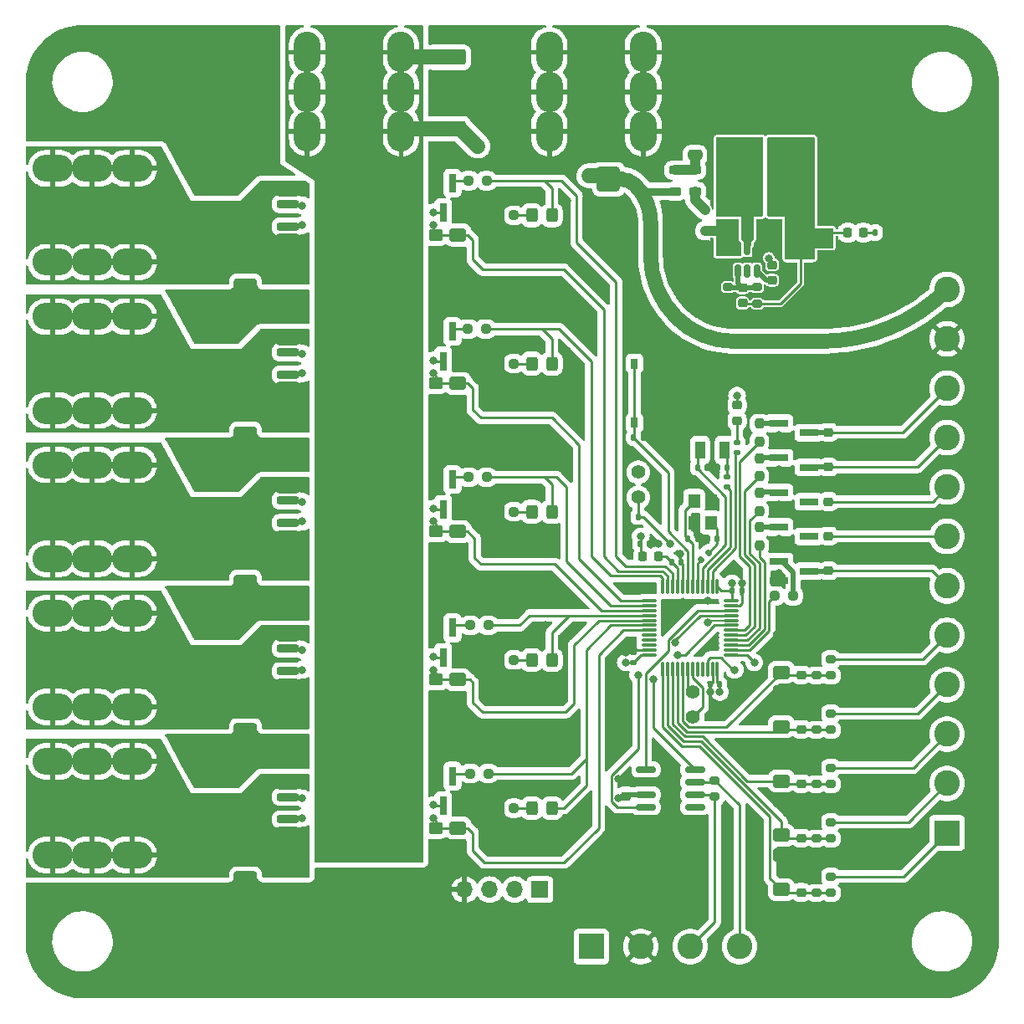
<source format=gbr>
%TF.GenerationSoftware,KiCad,Pcbnew,7.0.5-0*%
%TF.CreationDate,2023-07-18T00:38:14+02:00*%
%TF.ProjectId,buslight,6275736c-6967-4687-942e-6b696361645f,rev?*%
%TF.SameCoordinates,Original*%
%TF.FileFunction,Copper,L1,Top*%
%TF.FilePolarity,Positive*%
%FSLAX46Y46*%
G04 Gerber Fmt 4.6, Leading zero omitted, Abs format (unit mm)*
G04 Created by KiCad (PCBNEW 7.0.5-0) date 2023-07-18 00:38:14*
%MOMM*%
%LPD*%
G01*
G04 APERTURE LIST*
G04 Aperture macros list*
%AMRoundRect*
0 Rectangle with rounded corners*
0 $1 Rounding radius*
0 $2 $3 $4 $5 $6 $7 $8 $9 X,Y pos of 4 corners*
0 Add a 4 corners polygon primitive as box body*
4,1,4,$2,$3,$4,$5,$6,$7,$8,$9,$2,$3,0*
0 Add four circle primitives for the rounded corners*
1,1,$1+$1,$2,$3*
1,1,$1+$1,$4,$5*
1,1,$1+$1,$6,$7*
1,1,$1+$1,$8,$9*
0 Add four rect primitives between the rounded corners*
20,1,$1+$1,$2,$3,$4,$5,0*
20,1,$1+$1,$4,$5,$6,$7,0*
20,1,$1+$1,$6,$7,$8,$9,0*
20,1,$1+$1,$8,$9,$2,$3,0*%
G04 Aperture macros list end*
%TA.AperFunction,SMDPad,CuDef*%
%ADD10RoundRect,0.200000X0.275000X-0.200000X0.275000X0.200000X-0.275000X0.200000X-0.275000X-0.200000X0*%
%TD*%
%TA.AperFunction,SMDPad,CuDef*%
%ADD11RoundRect,0.250000X0.600000X-0.400000X0.600000X0.400000X-0.600000X0.400000X-0.600000X-0.400000X0*%
%TD*%
%TA.AperFunction,SMDPad,CuDef*%
%ADD12R,1.500000X2.200000*%
%TD*%
%TA.AperFunction,SMDPad,CuDef*%
%ADD13R,1.900000X0.800000*%
%TD*%
%TA.AperFunction,SMDPad,CuDef*%
%ADD14RoundRect,0.250000X-0.450000X0.350000X-0.450000X-0.350000X0.450000X-0.350000X0.450000X0.350000X0*%
%TD*%
%TA.AperFunction,SMDPad,CuDef*%
%ADD15RoundRect,0.250000X-0.325000X-0.450000X0.325000X-0.450000X0.325000X0.450000X-0.325000X0.450000X0*%
%TD*%
%TA.AperFunction,SMDPad,CuDef*%
%ADD16RoundRect,0.250000X-0.600000X0.400000X-0.600000X-0.400000X0.600000X-0.400000X0.600000X0.400000X0*%
%TD*%
%TA.AperFunction,SMDPad,CuDef*%
%ADD17RoundRect,0.250000X0.550000X-1.500000X0.550000X1.500000X-0.550000X1.500000X-0.550000X-1.500000X0*%
%TD*%
%TA.AperFunction,ComponentPad*%
%ADD18R,2.600000X2.600000*%
%TD*%
%TA.AperFunction,ComponentPad*%
%ADD19C,2.600000*%
%TD*%
%TA.AperFunction,SMDPad,CuDef*%
%ADD20RoundRect,0.075000X-0.075000X0.662500X-0.075000X-0.662500X0.075000X-0.662500X0.075000X0.662500X0*%
%TD*%
%TA.AperFunction,SMDPad,CuDef*%
%ADD21RoundRect,0.075000X-0.662500X0.075000X-0.662500X-0.075000X0.662500X-0.075000X0.662500X0.075000X0*%
%TD*%
%TA.AperFunction,SMDPad,CuDef*%
%ADD22RoundRect,0.250000X-1.500000X-0.550000X1.500000X-0.550000X1.500000X0.550000X-1.500000X0.550000X0*%
%TD*%
%TA.AperFunction,SMDPad,CuDef*%
%ADD23RoundRect,0.135000X-0.135000X-0.185000X0.135000X-0.185000X0.135000X0.185000X-0.135000X0.185000X0*%
%TD*%
%TA.AperFunction,SMDPad,CuDef*%
%ADD24RoundRect,0.135000X-0.035355X0.226274X-0.226274X0.035355X0.035355X-0.226274X0.226274X-0.035355X0*%
%TD*%
%TA.AperFunction,SMDPad,CuDef*%
%ADD25RoundRect,0.225000X0.250000X-0.225000X0.250000X0.225000X-0.250000X0.225000X-0.250000X-0.225000X0*%
%TD*%
%TA.AperFunction,SMDPad,CuDef*%
%ADD26R,1.200000X1.400000*%
%TD*%
%TA.AperFunction,SMDPad,CuDef*%
%ADD27R,2.000000X2.000000*%
%TD*%
%TA.AperFunction,SMDPad,CuDef*%
%ADD28RoundRect,0.140000X-0.140000X-0.170000X0.140000X-0.170000X0.140000X0.170000X-0.140000X0.170000X0*%
%TD*%
%TA.AperFunction,SMDPad,CuDef*%
%ADD29RoundRect,0.237500X-0.237500X0.250000X-0.237500X-0.250000X0.237500X-0.250000X0.237500X0.250000X0*%
%TD*%
%TA.AperFunction,SMDPad,CuDef*%
%ADD30RoundRect,0.140000X0.140000X0.170000X-0.140000X0.170000X-0.140000X-0.170000X0.140000X-0.170000X0*%
%TD*%
%TA.AperFunction,SMDPad,CuDef*%
%ADD31R,0.800000X1.900000*%
%TD*%
%TA.AperFunction,SMDPad,CuDef*%
%ADD32RoundRect,0.150000X-0.150000X0.512500X-0.150000X-0.512500X0.150000X-0.512500X0.150000X0.512500X0*%
%TD*%
%TA.AperFunction,SMDPad,CuDef*%
%ADD33RoundRect,0.250000X-0.900000X1.000000X-0.900000X-1.000000X0.900000X-1.000000X0.900000X1.000000X0*%
%TD*%
%TA.AperFunction,ComponentPad*%
%ADD34O,4.100000X2.700000*%
%TD*%
%TA.AperFunction,SMDPad,CuDef*%
%ADD35RoundRect,0.200000X-0.275000X0.200000X-0.275000X-0.200000X0.275000X-0.200000X0.275000X0.200000X0*%
%TD*%
%TA.AperFunction,SMDPad,CuDef*%
%ADD36RoundRect,0.112500X0.112500X-0.187500X0.112500X0.187500X-0.112500X0.187500X-0.112500X-0.187500X0*%
%TD*%
%TA.AperFunction,SMDPad,CuDef*%
%ADD37RoundRect,0.250000X0.475000X-0.250000X0.475000X0.250000X-0.475000X0.250000X-0.475000X-0.250000X0*%
%TD*%
%TA.AperFunction,SMDPad,CuDef*%
%ADD38RoundRect,0.218750X0.381250X-0.218750X0.381250X0.218750X-0.381250X0.218750X-0.381250X-0.218750X0*%
%TD*%
%TA.AperFunction,SMDPad,CuDef*%
%ADD39RoundRect,0.237500X-0.250000X-0.237500X0.250000X-0.237500X0.250000X0.237500X-0.250000X0.237500X0*%
%TD*%
%TA.AperFunction,SMDPad,CuDef*%
%ADD40RoundRect,0.250000X-0.325000X-0.650000X0.325000X-0.650000X0.325000X0.650000X-0.325000X0.650000X0*%
%TD*%
%TA.AperFunction,SMDPad,CuDef*%
%ADD41RoundRect,0.200000X-0.900000X-0.200000X0.900000X-0.200000X0.900000X0.200000X-0.900000X0.200000X0*%
%TD*%
%TA.AperFunction,SMDPad,CuDef*%
%ADD42RoundRect,0.250000X-1.275000X-1.125000X1.275000X-1.125000X1.275000X1.125000X-1.275000X1.125000X0*%
%TD*%
%TA.AperFunction,SMDPad,CuDef*%
%ADD43RoundRect,0.249997X-2.950003X-2.650003X2.950003X-2.650003X2.950003X2.650003X-2.950003X2.650003X0*%
%TD*%
%TA.AperFunction,SMDPad,CuDef*%
%ADD44RoundRect,0.250000X0.250000X0.475000X-0.250000X0.475000X-0.250000X-0.475000X0.250000X-0.475000X0*%
%TD*%
%TA.AperFunction,SMDPad,CuDef*%
%ADD45RoundRect,0.140000X0.170000X-0.140000X0.170000X0.140000X-0.170000X0.140000X-0.170000X-0.140000X0*%
%TD*%
%TA.AperFunction,SMDPad,CuDef*%
%ADD46RoundRect,0.225000X-0.250000X0.225000X-0.250000X-0.225000X0.250000X-0.225000X0.250000X0.225000X0*%
%TD*%
%TA.AperFunction,ComponentPad*%
%ADD47R,1.700000X1.700000*%
%TD*%
%TA.AperFunction,ComponentPad*%
%ADD48O,1.700000X1.700000*%
%TD*%
%TA.AperFunction,SMDPad,CuDef*%
%ADD49R,0.750000X1.000000*%
%TD*%
%TA.AperFunction,ComponentPad*%
%ADD50C,1.400000*%
%TD*%
%TA.AperFunction,SMDPad,CuDef*%
%ADD51RoundRect,0.237500X0.250000X0.237500X-0.250000X0.237500X-0.250000X-0.237500X0.250000X-0.237500X0*%
%TD*%
%TA.AperFunction,SMDPad,CuDef*%
%ADD52RoundRect,0.218750X0.218750X0.256250X-0.218750X0.256250X-0.218750X-0.256250X0.218750X-0.256250X0*%
%TD*%
%TA.AperFunction,SMDPad,CuDef*%
%ADD53RoundRect,0.135000X-0.185000X0.135000X-0.185000X-0.135000X0.185000X-0.135000X0.185000X0.135000X0*%
%TD*%
%TA.AperFunction,ComponentPad*%
%ADD54O,2.700000X4.100000*%
%TD*%
%TA.AperFunction,SMDPad,CuDef*%
%ADD55RoundRect,0.218750X0.256250X-0.218750X0.256250X0.218750X-0.256250X0.218750X-0.256250X-0.218750X0*%
%TD*%
%TA.AperFunction,SMDPad,CuDef*%
%ADD56RoundRect,0.150000X-0.825000X-0.150000X0.825000X-0.150000X0.825000X0.150000X-0.825000X0.150000X0*%
%TD*%
%TA.AperFunction,SMDPad,CuDef*%
%ADD57RoundRect,0.218750X-0.381250X0.218750X-0.381250X-0.218750X0.381250X-0.218750X0.381250X0.218750X0*%
%TD*%
%TA.AperFunction,SMDPad,CuDef*%
%ADD58R,1.000000X1.800000*%
%TD*%
%TA.AperFunction,ViaPad*%
%ADD59C,0.800000*%
%TD*%
%TA.AperFunction,Conductor*%
%ADD60C,0.800000*%
%TD*%
%TA.AperFunction,Conductor*%
%ADD61C,1.500000*%
%TD*%
%TA.AperFunction,Conductor*%
%ADD62C,0.250000*%
%TD*%
%TA.AperFunction,Conductor*%
%ADD63C,0.500000*%
%TD*%
%TA.AperFunction,Conductor*%
%ADD64C,1.000000*%
%TD*%
%TA.AperFunction,Conductor*%
%ADD65C,0.200000*%
%TD*%
G04 APERTURE END LIST*
D10*
%TO.P,R28,1*%
%TO.N,SW_4*%
X105750000Y-105575000D03*
%TO.P,R28,2*%
%TO.N,GND*%
X105750000Y-103925000D03*
%TD*%
D11*
%TO.P,D24,1,K*%
%TO.N,SW_5*%
X102250000Y-110750000D03*
%TO.P,D24,2,A*%
%TO.N,GND*%
X102250000Y-107250000D03*
%TD*%
D12*
%TO.P,L1,1,1*%
%TO.N,/Power supply/SW_3.3*%
X97400000Y-38600000D03*
%TO.P,L1,2,2*%
%TO.N,+3.3V*%
X103800000Y-38600000D03*
%TD*%
D13*
%TO.P,Q3,1,B*%
%TO.N,Net-(Q3-B)*%
X102000000Y-70550000D03*
%TO.P,Q3,2,E*%
%TO.N,GND*%
X102000000Y-72450000D03*
%TO.P,Q3,3,C*%
%TO.N,/IO Ports/LED_3_Conn*%
X105000000Y-71500000D03*
%TD*%
D14*
%TO.P,R141,1*%
%TO.N,Sense_4*%
X67250000Y-89500000D03*
%TO.P,R141,2*%
%TO.N,GND*%
X67250000Y-91500000D03*
%TD*%
D15*
%TO.P,D121,1,K*%
%TO.N,Net-(D121-K)*%
X76975000Y-57500000D03*
%TO.P,D121,2,A*%
%TO.N,EN_2*%
X79025000Y-57500000D03*
%TD*%
D10*
%TO.P,R26,1*%
%TO.N,SW_2*%
X105750000Y-94575000D03*
%TO.P,R26,2*%
%TO.N,GND*%
X105750000Y-92925000D03*
%TD*%
D16*
%TO.P,D122,1,K*%
%TO.N,Sense_2*%
X69500000Y-59500000D03*
%TO.P,D122,2,A*%
%TO.N,GND*%
X69500000Y-63000000D03*
%TD*%
D17*
%TO.P,C150,1*%
%TO.N,/Switch 5/OUT*%
X44500000Y-103200000D03*
%TO.P,C150,2*%
%TO.N,GND*%
X44500000Y-97800000D03*
%TD*%
D13*
%TO.P,Q2,1,B*%
%TO.N,Net-(Q2-B)*%
X102000000Y-67050000D03*
%TO.P,Q2,2,E*%
%TO.N,GND*%
X102000000Y-68950000D03*
%TO.P,Q2,3,C*%
%TO.N,/IO Ports/LED_2_Conn*%
X105000000Y-68000000D03*
%TD*%
D18*
%TO.P,J9,1,Pin_1*%
%TO.N,+BATT*%
X83000000Y-116500000D03*
D19*
%TO.P,J9,2,Pin_2*%
%TO.N,GND*%
X88000000Y-116500000D03*
%TO.P,J9,3,Pin_3*%
%TO.N,/Control/CAN_L*%
X93000000Y-116500000D03*
%TO.P,J9,4,Pin_4*%
%TO.N,/Control/CAN_H*%
X98000000Y-116500000D03*
%TD*%
D20*
%TO.P,U2,1,VBAT*%
%TO.N,+3.3V*%
X95750000Y-80087500D03*
%TO.P,U2,2,PC13*%
%TO.N,/Control/LED*%
X95250000Y-80087500D03*
%TO.P,U2,3,PC14*%
%TO.N,/Control/OSC32_IN*%
X94750000Y-80087500D03*
%TO.P,U2,4,PC15*%
%TO.N,/Control/OSC32_OUT*%
X94250000Y-80087500D03*
%TO.P,U2,5,PD0*%
%TO.N,/Control/OSC_IN*%
X93750000Y-80087500D03*
%TO.P,U2,6,PD1*%
%TO.N,/Control/OSC_OUT*%
X93250000Y-80087500D03*
%TO.P,U2,7,NRST*%
%TO.N,/Control/NRST*%
X92750000Y-80087500D03*
%TO.P,U2,8,VSSA*%
%TO.N,GND*%
X92250000Y-80087500D03*
%TO.P,U2,9,VDDA*%
%TO.N,VDDA*%
X91750000Y-80087500D03*
%TO.P,U2,10,PA0*%
%TO.N,EN_1*%
X91250000Y-80087500D03*
%TO.P,U2,11,PA1*%
%TO.N,Sense_1*%
X90750000Y-80087500D03*
%TO.P,U2,12,PA2*%
%TO.N,EN_2*%
X90250000Y-80087500D03*
D21*
%TO.P,U2,13,PA3*%
%TO.N,Sense_2*%
X88837500Y-81500000D03*
%TO.P,U2,14,PA4*%
%TO.N,EN_3*%
X88837500Y-82000000D03*
%TO.P,U2,15,PA5*%
%TO.N,Sense_3*%
X88837500Y-82500000D03*
%TO.P,U2,16,PA6*%
%TO.N,EN_4*%
X88837500Y-83000000D03*
%TO.P,U2,17,PA7*%
%TO.N,Sense_4*%
X88837500Y-83500000D03*
%TO.P,U2,18,PB0*%
%TO.N,EN_5*%
X88837500Y-84000000D03*
%TO.P,U2,19,PB1*%
%TO.N,Sense_5*%
X88837500Y-84500000D03*
%TO.P,U2,20,PB2*%
%TO.N,/Control/BOOT1*%
X88837500Y-85000000D03*
%TO.P,U2,21,PB10*%
%TO.N,SCL*%
X88837500Y-85500000D03*
%TO.P,U2,22,PB11*%
%TO.N,SDA*%
X88837500Y-86000000D03*
%TO.P,U2,23,VSS*%
%TO.N,GND*%
X88837500Y-86500000D03*
%TO.P,U2,24,VDD*%
%TO.N,+3.3V*%
X88837500Y-87000000D03*
D20*
%TO.P,U2,25,PB12*%
%TO.N,SW_5*%
X90250000Y-88412500D03*
%TO.P,U2,26,PB13*%
%TO.N,SW_4*%
X90750000Y-88412500D03*
%TO.P,U2,27,PB14*%
%TO.N,SW_3*%
X91250000Y-88412500D03*
%TO.P,U2,28,PB15*%
%TO.N,SW_2*%
X91750000Y-88412500D03*
%TO.P,U2,29,PA8*%
%TO.N,SW_1*%
X92250000Y-88412500D03*
%TO.P,U2,30,PA9*%
%TO.N,TX*%
X92750000Y-88412500D03*
%TO.P,U2,31,PA10*%
%TO.N,RX*%
X93250000Y-88412500D03*
%TO.P,U2,32,PA11*%
%TO.N,/Control/USB_D-*%
X93750000Y-88412500D03*
%TO.P,U2,33,PA12*%
%TO.N,/Control/USB_D+*%
X94250000Y-88412500D03*
%TO.P,U2,34,PA13*%
%TO.N,/Control/SWDIO*%
X94750000Y-88412500D03*
%TO.P,U2,35,VSS*%
%TO.N,GND*%
X95250000Y-88412500D03*
%TO.P,U2,36,VDD*%
%TO.N,+3.3V*%
X95750000Y-88412500D03*
D21*
%TO.P,U2,37,PA14*%
%TO.N,/Control/SWCLK*%
X97162500Y-87000000D03*
%TO.P,U2,38,PA15*%
%TO.N,LED_5*%
X97162500Y-86500000D03*
%TO.P,U2,39,PB3*%
%TO.N,LED_4*%
X97162500Y-86000000D03*
%TO.P,U2,40,PB4*%
%TO.N,LED_3*%
X97162500Y-85500000D03*
%TO.P,U2,41,PB5*%
%TO.N,LED_2*%
X97162500Y-85000000D03*
%TO.P,U2,42,PB6*%
%TO.N,LED_1*%
X97162500Y-84500000D03*
%TO.P,U2,43,PB7*%
%TO.N,/Control/CAN_Rs*%
X97162500Y-84000000D03*
%TO.P,U2,44,BOOT0*%
%TO.N,/Control/BOOT0*%
X97162500Y-83500000D03*
%TO.P,U2,45,PB8*%
%TO.N,/Control/CAN_RX*%
X97162500Y-83000000D03*
%TO.P,U2,46,PB9*%
%TO.N,/Control/CAN_TX*%
X97162500Y-82500000D03*
%TO.P,U2,47,VSS*%
%TO.N,GND*%
X97162500Y-82000000D03*
%TO.P,U2,48,VDD*%
%TO.N,+3.3V*%
X97162500Y-81500000D03*
%TD*%
D11*
%TO.P,D20,1,K*%
%TO.N,SW_1*%
X102250000Y-88750000D03*
%TO.P,D20,2,A*%
%TO.N,GND*%
X102250000Y-85250000D03*
%TD*%
D22*
%TO.P,C1,1*%
%TO.N,+BATT*%
X68550000Y-26500000D03*
%TO.P,C1,2*%
%TO.N,GND*%
X73950000Y-26500000D03*
%TD*%
D23*
%TO.P,R3,1*%
%TO.N,Net-(D9-K)*%
X111730000Y-44250000D03*
%TO.P,R3,2*%
%TO.N,GND*%
X112750000Y-44250000D03*
%TD*%
D10*
%TO.P,R31,1*%
%TO.N,SW_2*%
X107250000Y-94575000D03*
%TO.P,R31,2*%
%TO.N,/IO Ports/SW_2_Conn*%
X107250000Y-92925000D03*
%TD*%
D24*
%TO.P,R10,1*%
%TO.N,Net-(C15-Pad1)*%
X94860624Y-76639376D03*
%TO.P,R10,2*%
%TO.N,/Control/OSC_IN*%
X94139376Y-77360624D03*
%TD*%
D25*
%TO.P,C28,1*%
%TO.N,SW_4*%
X104250000Y-105525000D03*
%TO.P,C28,2*%
%TO.N,GND*%
X104250000Y-103975000D03*
%TD*%
D22*
%TO.P,C2,1*%
%TO.N,+BATT*%
X68550000Y-33750000D03*
%TO.P,C2,2*%
%TO.N,GND*%
X73950000Y-33750000D03*
%TD*%
D15*
%TO.P,D151,1,K*%
%TO.N,Net-(D151-K)*%
X76975000Y-102500000D03*
%TO.P,D151,2,A*%
%TO.N,EN_5*%
X79025000Y-102500000D03*
%TD*%
D26*
%TO.P,Y1,1,1*%
%TO.N,Net-(C15-Pad1)*%
X95100000Y-73600000D03*
%TO.P,Y1,2,2*%
%TO.N,GND*%
X95100000Y-71400000D03*
%TO.P,Y1,3,3*%
%TO.N,/Control/OSC_OUT*%
X93400000Y-71400000D03*
%TO.P,Y1,4,4*%
%TO.N,GND*%
X93400000Y-73600000D03*
%TD*%
D27*
%TO.P,TP1,1,1*%
%TO.N,+3.3V*%
X106500000Y-44800000D03*
%TD*%
D28*
%TO.P,C19,1*%
%TO.N,/Control/NRST*%
X87270000Y-65000000D03*
%TO.P,C19,2*%
%TO.N,GND*%
X88230000Y-65000000D03*
%TD*%
D29*
%TO.P,R22,1*%
%TO.N,Net-(Q3-B)*%
X100000000Y-70587500D03*
%TO.P,R22,2*%
%TO.N,LED_3*%
X100000000Y-72412500D03*
%TD*%
D30*
%TO.P,C17,1*%
%TO.N,Net-(C17-Pad1)*%
X96730000Y-68000000D03*
%TO.P,C17,2*%
%TO.N,GND*%
X95770000Y-68000000D03*
%TD*%
D31*
%TO.P,Q120,1,B*%
%TO.N,Net-(Q120-B)*%
X68950000Y-54250000D03*
%TO.P,Q120,2,E*%
%TO.N,GND*%
X67050000Y-54250000D03*
%TO.P,Q120,3,C*%
%TO.N,/Switch 2/IN_Inverted*%
X68000000Y-57250000D03*
%TD*%
D10*
%TO.P,R27,1*%
%TO.N,SW_3*%
X105750000Y-100075000D03*
%TO.P,R27,2*%
%TO.N,GND*%
X105750000Y-98425000D03*
%TD*%
D32*
%TO.P,U5,1,GND*%
%TO.N,GND*%
X99750000Y-45862500D03*
%TO.P,U5,2,SW*%
%TO.N,/Power supply/SW_3.3*%
X98800000Y-45862500D03*
%TO.P,U5,3,VIN*%
%TO.N,+12V*%
X97850000Y-45862500D03*
%TO.P,U5,4,FB*%
%TO.N,/Power supply/FB_3.3*%
X97850000Y-48137500D03*
%TO.P,U5,5,EN*%
%TO.N,unconnected-(U5-EN-Pad5)*%
X98800000Y-48137500D03*
%TO.P,U5,6,BOOT*%
%TO.N,/Power supply/BOOT_3.3*%
X99750000Y-48137500D03*
%TD*%
D33*
%TO.P,D130,1,A1*%
%TO.N,/Switch 3/OUT*%
X48000000Y-75850000D03*
%TO.P,D130,2,A2*%
%TO.N,GND*%
X48000000Y-80150000D03*
%TD*%
%TO.P,D110,1,A1*%
%TO.N,/Switch 1/OUT*%
X48000000Y-45850000D03*
%TO.P,D110,2,A2*%
%TO.N,GND*%
X48000000Y-50150000D03*
%TD*%
D17*
%TO.P,C140,1*%
%TO.N,/Switch 4/OUT*%
X44500000Y-88200000D03*
%TO.P,C140,2*%
%TO.N,GND*%
X44500000Y-82800000D03*
%TD*%
D15*
%TO.P,D141,1,K*%
%TO.N,Net-(D141-K)*%
X76975000Y-87500000D03*
%TO.P,D141,2,A*%
%TO.N,EN_4*%
X79025000Y-87500000D03*
%TD*%
D34*
%TO.P,J6,1,Pin_1*%
%TO.N,/Switch 5/OUT*%
X28500000Y-107250000D03*
X32500000Y-107250000D03*
X36500000Y-107250000D03*
X28500000Y-97750000D03*
X32500000Y-97750000D03*
X36500000Y-97750000D03*
%TD*%
D35*
%TO.P,R12,1*%
%TO.N,/Control/CAN_H*%
X95500000Y-99675000D03*
%TO.P,R12,2*%
%TO.N,/Control/CAN_L*%
X95500000Y-101325000D03*
%TD*%
D36*
%TO.P,D2,1,K*%
%TO.N,+12V*%
X94500000Y-44050000D03*
%TO.P,D2,2,A*%
%TO.N,Net-(D2-A)*%
X94500000Y-41950000D03*
%TD*%
D37*
%TO.P,C3,1*%
%TO.N,Net-(C3-Pad1)*%
X93500000Y-36400000D03*
%TO.P,C3,2*%
%TO.N,GND*%
X93500000Y-34500000D03*
%TD*%
D34*
%TO.P,J5,1,Pin_1*%
%TO.N,/Switch 4/OUT*%
X28500000Y-92250000D03*
X32500000Y-92250000D03*
X36500000Y-92250000D03*
X28500000Y-82750000D03*
X32500000Y-82750000D03*
X36500000Y-82750000D03*
%TD*%
D17*
%TO.P,C110,1*%
%TO.N,/Switch 1/OUT*%
X44500000Y-43200000D03*
%TO.P,C110,2*%
%TO.N,GND*%
X44500000Y-37800000D03*
%TD*%
D29*
%TO.P,R20,1*%
%TO.N,Net-(Q1-B)*%
X100000000Y-63587500D03*
%TO.P,R20,2*%
%TO.N,LED_1*%
X100000000Y-65412500D03*
%TD*%
D38*
%TO.P,FB1,1*%
%TO.N,+BATT*%
X91500000Y-40062500D03*
%TO.P,FB1,2*%
%TO.N,Net-(C3-Pad1)*%
X91500000Y-37937500D03*
%TD*%
D25*
%TO.P,C23,1*%
%TO.N,GND*%
X107000000Y-76525000D03*
%TO.P,C23,2*%
%TO.N,/IO Ports/LED_4_Conn*%
X107000000Y-74975000D03*
%TD*%
D10*
%TO.P,R25,1*%
%TO.N,SW_1*%
X105750000Y-89075000D03*
%TO.P,R25,2*%
%TO.N,GND*%
X105750000Y-87425000D03*
%TD*%
D25*
%TO.P,C27,1*%
%TO.N,SW_3*%
X104250000Y-100025000D03*
%TO.P,C27,2*%
%TO.N,GND*%
X104250000Y-98475000D03*
%TD*%
D29*
%TO.P,R23,1*%
%TO.N,Net-(Q4-B)*%
X100000000Y-74087500D03*
%TO.P,R23,2*%
%TO.N,LED_4*%
X100000000Y-75912500D03*
%TD*%
D39*
%TO.P,R152,1*%
%TO.N,Net-(Q150-B)*%
X70750000Y-99000000D03*
%TO.P,R152,2*%
%TO.N,EN_5*%
X72575000Y-99000000D03*
%TD*%
D23*
%TO.P,R13,1*%
%TO.N,GND*%
X86740000Y-73000000D03*
%TO.P,R13,2*%
%TO.N,/Control/BOOT0*%
X87760000Y-73000000D03*
%TD*%
D40*
%TO.P,C6,1*%
%TO.N,+12V*%
X97325000Y-43800000D03*
%TO.P,C6,2*%
%TO.N,GND*%
X100275000Y-43800000D03*
%TD*%
D41*
%TO.P,U110,1,OUT*%
%TO.N,/Switch 1/OUT*%
X52300000Y-40220000D03*
%TO.P,U110,2,IN*%
%TO.N,/Switch 1/IN_Inverted*%
X52300000Y-41360000D03*
D42*
%TO.P,U110,3,Vbb*%
%TO.N,+BATT*%
X56925000Y-40975000D03*
X56925000Y-44025000D03*
D43*
X58600000Y-42500000D03*
D42*
X60275000Y-40975000D03*
X60275000Y-44025000D03*
D41*
%TO.P,U110,4,IS*%
%TO.N,Sense_1*%
X52300000Y-43640000D03*
%TO.P,U110,5,OUT*%
%TO.N,/Switch 1/OUT*%
X52300000Y-44780000D03*
%TD*%
D25*
%TO.P,C21,1*%
%TO.N,GND*%
X107000000Y-69525000D03*
%TO.P,C21,2*%
%TO.N,/IO Ports/LED_2_Conn*%
X107000000Y-67975000D03*
%TD*%
D31*
%TO.P,Q110,1,B*%
%TO.N,Net-(Q110-B)*%
X68950000Y-39250000D03*
%TO.P,Q110,2,E*%
%TO.N,GND*%
X67050000Y-39250000D03*
%TO.P,Q110,3,C*%
%TO.N,/Switch 1/IN_Inverted*%
X68000000Y-42250000D03*
%TD*%
D30*
%TO.P,C11,1*%
%TO.N,+3.3V*%
X95980000Y-90000000D03*
%TO.P,C11,2*%
%TO.N,GND*%
X95020000Y-90000000D03*
%TD*%
D34*
%TO.P,J3,1,Pin_1*%
%TO.N,/Switch 1/OUT*%
X28500000Y-47250000D03*
X32500000Y-47250000D03*
X36500000Y-47250000D03*
X28500000Y-37750000D03*
X32500000Y-37750000D03*
X36500000Y-37750000D03*
%TD*%
D14*
%TO.P,R151,1*%
%TO.N,Sense_5*%
X67250000Y-104500000D03*
%TO.P,R151,2*%
%TO.N,GND*%
X67250000Y-106500000D03*
%TD*%
D41*
%TO.P,U120,1,OUT*%
%TO.N,/Switch 2/OUT*%
X52300000Y-55220000D03*
%TO.P,U120,2,IN*%
%TO.N,/Switch 2/IN_Inverted*%
X52300000Y-56360000D03*
D42*
%TO.P,U120,3,Vbb*%
%TO.N,+BATT*%
X56925000Y-55975000D03*
X56925000Y-59025000D03*
D43*
X58600000Y-57500000D03*
D42*
X60275000Y-55975000D03*
X60275000Y-59025000D03*
D41*
%TO.P,U120,4,IS*%
%TO.N,Sense_2*%
X52300000Y-58640000D03*
%TO.P,U120,5,OUT*%
%TO.N,/Switch 2/OUT*%
X52300000Y-59780000D03*
%TD*%
D33*
%TO.P,D120,1,A1*%
%TO.N,/Switch 2/OUT*%
X48000000Y-60850000D03*
%TO.P,D120,2,A2*%
%TO.N,GND*%
X48000000Y-65150000D03*
%TD*%
D25*
%TO.P,C26,1*%
%TO.N,SW_2*%
X104250000Y-94525000D03*
%TO.P,C26,2*%
%TO.N,GND*%
X104250000Y-92975000D03*
%TD*%
D44*
%TO.P,C9,1*%
%TO.N,+3.3V*%
X103750000Y-45800000D03*
%TO.P,C9,2*%
%TO.N,GND*%
X101850000Y-45800000D03*
%TD*%
D39*
%TO.P,R120,1*%
%TO.N,GND*%
X73337500Y-57500000D03*
%TO.P,R120,2*%
%TO.N,Net-(D121-K)*%
X75162500Y-57500000D03*
%TD*%
D45*
%TO.P,C12,1*%
%TO.N,+3.3V*%
X87250000Y-87730000D03*
%TO.P,C12,2*%
%TO.N,GND*%
X87250000Y-86770000D03*
%TD*%
D13*
%TO.P,Q5,1,B*%
%TO.N,Net-(Q5-B)*%
X102000000Y-77550000D03*
%TO.P,Q5,2,E*%
%TO.N,GND*%
X102000000Y-79450000D03*
%TO.P,Q5,3,C*%
%TO.N,/IO Ports/LED_5_Conn*%
X105000000Y-78500000D03*
%TD*%
D46*
%TO.P,C7,1*%
%TO.N,GND*%
X86500000Y-99725000D03*
%TO.P,C7,2*%
%TO.N,+3.3V*%
X86500000Y-101275000D03*
%TD*%
D30*
%TO.P,C15,1*%
%TO.N,Net-(C15-Pad1)*%
X95730000Y-75250000D03*
%TO.P,C15,2*%
%TO.N,GND*%
X94770000Y-75250000D03*
%TD*%
D14*
%TO.P,R121,1*%
%TO.N,Sense_2*%
X67250000Y-59500000D03*
%TO.P,R121,2*%
%TO.N,GND*%
X67250000Y-61500000D03*
%TD*%
D47*
%TO.P,J10,1,Pin_1*%
%TO.N,+3.3V*%
X77800000Y-110750000D03*
D48*
%TO.P,J10,2,Pin_2*%
%TO.N,/Control/SWCLK*%
X75260000Y-110750000D03*
%TO.P,J10,3,Pin_3*%
%TO.N,/Control/SWDIO*%
X72720000Y-110750000D03*
%TO.P,J10,4,Pin_4*%
%TO.N,GND*%
X70180000Y-110750000D03*
%TD*%
D28*
%TO.P,C14,1*%
%TO.N,+3.3V*%
X87920000Y-75750000D03*
%TO.P,C14,2*%
%TO.N,GND*%
X88880000Y-75750000D03*
%TD*%
%TO.P,C18,1*%
%TO.N,/Control/OSC32_OUT*%
X93770000Y-68000000D03*
%TO.P,C18,2*%
%TO.N,GND*%
X94730000Y-68000000D03*
%TD*%
D15*
%TO.P,D111,1,K*%
%TO.N,Net-(D111-K)*%
X76975000Y-42500000D03*
%TO.P,D111,2,A*%
%TO.N,EN_1*%
X79025000Y-42500000D03*
%TD*%
D49*
%TO.P,SW2,1,1*%
%TO.N,GND*%
X91125000Y-57500000D03*
X91125000Y-63500000D03*
%TO.P,SW2,2,2*%
%TO.N,/Control/NRST*%
X87375000Y-57500000D03*
X87375000Y-63500000D03*
%TD*%
D39*
%TO.P,R142,1*%
%TO.N,Net-(Q140-B)*%
X70750000Y-84000000D03*
%TO.P,R142,2*%
%TO.N,EN_4*%
X72575000Y-84000000D03*
%TD*%
%TO.P,R150,1*%
%TO.N,GND*%
X73337500Y-102500000D03*
%TO.P,R150,2*%
%TO.N,Net-(D151-K)*%
X75162500Y-102500000D03*
%TD*%
D10*
%TO.P,R32,1*%
%TO.N,SW_3*%
X107250000Y-100075000D03*
%TO.P,R32,2*%
%TO.N,/IO Ports/SW_3_Conn*%
X107250000Y-98425000D03*
%TD*%
D50*
%TO.P,TP2,1,1*%
%TO.N,TX*%
X93250000Y-90750000D03*
%TO.P,TP2,2,2*%
%TO.N,RX*%
X93250000Y-93290000D03*
%TD*%
D51*
%TO.P,R24,1*%
%TO.N,Net-(Q5-B)*%
X103412500Y-81000000D03*
%TO.P,R24,2*%
%TO.N,LED_5*%
X101587500Y-81000000D03*
%TD*%
D41*
%TO.P,U150,1,OUT*%
%TO.N,/Switch 5/OUT*%
X52300000Y-100220000D03*
%TO.P,U150,2,IN*%
%TO.N,/Switch 5/IN_Inverted*%
X52300000Y-101360000D03*
D42*
%TO.P,U150,3,Vbb*%
%TO.N,+BATT*%
X56925000Y-100975000D03*
X56925000Y-104025000D03*
D43*
X58600000Y-102500000D03*
D42*
X60275000Y-100975000D03*
X60275000Y-104025000D03*
D41*
%TO.P,U150,4,IS*%
%TO.N,Sense_5*%
X52300000Y-103640000D03*
%TO.P,U150,5,OUT*%
%TO.N,/Switch 5/OUT*%
X52300000Y-104780000D03*
%TD*%
D16*
%TO.P,D132,1,K*%
%TO.N,Sense_3*%
X69500000Y-74500000D03*
%TO.P,D132,2,A*%
%TO.N,GND*%
X69500000Y-78000000D03*
%TD*%
D25*
%TO.P,C25,1*%
%TO.N,SW_1*%
X104250000Y-89025000D03*
%TO.P,C25,2*%
%TO.N,GND*%
X104250000Y-87475000D03*
%TD*%
D52*
%TO.P,D9,1,K*%
%TO.N,Net-(D9-K)*%
X110537500Y-44250000D03*
%TO.P,D9,2,A*%
%TO.N,+3.3V*%
X108962500Y-44250000D03*
%TD*%
D10*
%TO.P,R34,1*%
%TO.N,SW_5*%
X107250000Y-111075000D03*
%TO.P,R34,2*%
%TO.N,/IO Ports/SW_5_Conn*%
X107250000Y-109425000D03*
%TD*%
D11*
%TO.P,D22,1,K*%
%TO.N,SW_3*%
X102250000Y-99750000D03*
%TO.P,D22,2,A*%
%TO.N,GND*%
X102250000Y-96250000D03*
%TD*%
D18*
%TO.P,J1,1,Pin_1*%
%TO.N,/IO Ports/SW_5_Conn*%
X119000000Y-105000000D03*
D19*
%TO.P,J1,2,Pin_2*%
%TO.N,/IO Ports/SW_4_Conn*%
X119000000Y-100000000D03*
%TO.P,J1,3,Pin_3*%
%TO.N,/IO Ports/SW_3_Conn*%
X119000000Y-95000000D03*
%TO.P,J1,4,Pin_4*%
%TO.N,/IO Ports/SW_2_Conn*%
X119000000Y-90000000D03*
%TO.P,J1,5,Pin_5*%
%TO.N,/IO Ports/SW_1_Conn*%
X119000000Y-85000000D03*
%TO.P,J1,6,Pin_6*%
%TO.N,/IO Ports/LED_5_Conn*%
X119000000Y-80000000D03*
%TO.P,J1,7,Pin_7*%
%TO.N,/IO Ports/LED_4_Conn*%
X119000000Y-75000000D03*
%TO.P,J1,8,Pin_8*%
%TO.N,/IO Ports/LED_3_Conn*%
X119000000Y-70000000D03*
%TO.P,J1,9,Pin_9*%
%TO.N,/IO Ports/LED_2_Conn*%
X119000000Y-65000000D03*
%TO.P,J1,10,Pin_10*%
%TO.N,/IO Ports/LED_1_Conn*%
X119000000Y-60000000D03*
%TO.P,J1,11,Pin_11*%
%TO.N,GND*%
X119000000Y-55000000D03*
%TO.P,J1,12,Pin_12*%
%TO.N,+BATT*%
X119000000Y-50000000D03*
%TD*%
D11*
%TO.P,D21,1,K*%
%TO.N,SW_2*%
X102250000Y-94250000D03*
%TO.P,D21,2,A*%
%TO.N,GND*%
X102250000Y-90750000D03*
%TD*%
D10*
%TO.P,R33,1*%
%TO.N,SW_4*%
X107250000Y-105575000D03*
%TO.P,R33,2*%
%TO.N,/IO Ports/SW_4_Conn*%
X107250000Y-103925000D03*
%TD*%
D33*
%TO.P,D1,2,A2*%
%TO.N,GND*%
X84750000Y-43150000D03*
%TO.P,D1,1,A1*%
%TO.N,+BATT*%
X84750000Y-38850000D03*
%TD*%
D53*
%TO.P,R11,1*%
%TO.N,Net-(C17-Pad1)*%
X96750000Y-68990000D03*
%TO.P,R11,2*%
%TO.N,/Control/OSC32_IN*%
X96750000Y-70010000D03*
%TD*%
D39*
%TO.P,R130,1*%
%TO.N,GND*%
X73337500Y-72500000D03*
%TO.P,R130,2*%
%TO.N,Net-(D131-K)*%
X75162500Y-72500000D03*
%TD*%
D34*
%TO.P,J4,1,Pin_1*%
%TO.N,/Switch 3/OUT*%
X28500000Y-77250000D03*
X32500000Y-77250000D03*
X36500000Y-77250000D03*
X28500000Y-67750000D03*
X32500000Y-67750000D03*
X36500000Y-67750000D03*
%TD*%
D25*
%TO.P,C24,1*%
%TO.N,GND*%
X107000000Y-80025000D03*
%TO.P,C24,2*%
%TO.N,/IO Ports/LED_5_Conn*%
X107000000Y-78475000D03*
%TD*%
D46*
%TO.P,C5,1*%
%TO.N,/Power supply/FB_3.3*%
X98300000Y-49825000D03*
%TO.P,C5,2*%
%TO.N,+3.3V*%
X98300000Y-51375000D03*
%TD*%
D10*
%TO.P,R30,1*%
%TO.N,SW_1*%
X107250000Y-89075000D03*
%TO.P,R30,2*%
%TO.N,/IO Ports/SW_1_Conn*%
X107250000Y-87425000D03*
%TD*%
D29*
%TO.P,R21,1*%
%TO.N,Net-(Q2-B)*%
X100000000Y-67087500D03*
%TO.P,R21,2*%
%TO.N,LED_2*%
X100000000Y-68912500D03*
%TD*%
D39*
%TO.P,R112,1*%
%TO.N,Net-(Q110-B)*%
X70587500Y-39000000D03*
%TO.P,R112,2*%
%TO.N,EN_1*%
X72412500Y-39000000D03*
%TD*%
D31*
%TO.P,Q140,1,B*%
%TO.N,Net-(Q140-B)*%
X68950000Y-84250000D03*
%TO.P,Q140,2,E*%
%TO.N,GND*%
X67050000Y-84250000D03*
%TO.P,Q140,3,C*%
%TO.N,/Switch 4/IN_Inverted*%
X68000000Y-87250000D03*
%TD*%
D16*
%TO.P,D142,1,K*%
%TO.N,Sense_4*%
X69500000Y-89500000D03*
%TO.P,D142,2,A*%
%TO.N,GND*%
X69500000Y-93000000D03*
%TD*%
D41*
%TO.P,U130,1,OUT*%
%TO.N,/Switch 3/OUT*%
X52300000Y-70220000D03*
%TO.P,U130,2,IN*%
%TO.N,/Switch 3/IN_Inverted*%
X52300000Y-71360000D03*
D42*
%TO.P,U130,3,Vbb*%
%TO.N,+BATT*%
X56925000Y-70975000D03*
X56925000Y-74025000D03*
D43*
X58600000Y-72500000D03*
D42*
X60275000Y-70975000D03*
X60275000Y-74025000D03*
D41*
%TO.P,U130,4,IS*%
%TO.N,Sense_3*%
X52300000Y-73640000D03*
%TO.P,U130,5,OUT*%
%TO.N,/Switch 3/OUT*%
X52300000Y-74780000D03*
%TD*%
D28*
%TO.P,C13,1*%
%TO.N,VDDA*%
X91120000Y-77600000D03*
%TO.P,C13,2*%
%TO.N,GND*%
X92080000Y-77600000D03*
%TD*%
D25*
%TO.P,C22,1*%
%TO.N,GND*%
X107000000Y-73025000D03*
%TO.P,C22,2*%
%TO.N,/IO Ports/LED_3_Conn*%
X107000000Y-71475000D03*
%TD*%
D39*
%TO.P,R110,1*%
%TO.N,GND*%
X73337500Y-42500000D03*
%TO.P,R110,2*%
%TO.N,Net-(D111-K)*%
X75162500Y-42500000D03*
%TD*%
D31*
%TO.P,Q150,1,B*%
%TO.N,Net-(Q150-B)*%
X68950000Y-99250000D03*
%TO.P,Q150,2,E*%
%TO.N,GND*%
X67050000Y-99250000D03*
%TO.P,Q150,3,C*%
%TO.N,/Switch 5/IN_Inverted*%
X68000000Y-102250000D03*
%TD*%
D39*
%TO.P,R132,1*%
%TO.N,Net-(Q130-B)*%
X70587500Y-69000000D03*
%TO.P,R132,2*%
%TO.N,EN_3*%
X72412500Y-69000000D03*
%TD*%
D17*
%TO.P,C130,1*%
%TO.N,/Switch 3/OUT*%
X44500000Y-73200000D03*
%TO.P,C130,2*%
%TO.N,GND*%
X44500000Y-67800000D03*
%TD*%
D41*
%TO.P,U140,1,OUT*%
%TO.N,/Switch 4/OUT*%
X52300000Y-85220000D03*
%TO.P,U140,2,IN*%
%TO.N,/Switch 4/IN_Inverted*%
X52300000Y-86360000D03*
D42*
%TO.P,U140,3,Vbb*%
%TO.N,+BATT*%
X56925000Y-85975000D03*
X56925000Y-89025000D03*
D43*
X58600000Y-87500000D03*
D42*
X60275000Y-85975000D03*
X60275000Y-89025000D03*
D41*
%TO.P,U140,4,IS*%
%TO.N,Sense_4*%
X52300000Y-88640000D03*
%TO.P,U140,5,OUT*%
%TO.N,/Switch 4/OUT*%
X52300000Y-89780000D03*
%TD*%
D44*
%TO.P,C8,1*%
%TO.N,+3.3V*%
X103750000Y-43800000D03*
%TO.P,C8,2*%
%TO.N,GND*%
X101850000Y-43800000D03*
%TD*%
D54*
%TO.P,J8,1,Pin_1*%
%TO.N,GND*%
X78750000Y-26000000D03*
X78750000Y-30000000D03*
X78750000Y-34000000D03*
X88250000Y-26000000D03*
X88250000Y-30000000D03*
X88250000Y-34000000D03*
%TD*%
D55*
%TO.P,D3,1,K*%
%TO.N,Net-(D3-K)*%
X97750000Y-63287500D03*
%TO.P,D3,2,A*%
%TO.N,+3.3V*%
X97750000Y-61712500D03*
%TD*%
D15*
%TO.P,D131,1,K*%
%TO.N,Net-(D131-K)*%
X76975000Y-72500000D03*
%TO.P,D131,2,A*%
%TO.N,EN_3*%
X79025000Y-72500000D03*
%TD*%
D34*
%TO.P,J2,1,Pin_1*%
%TO.N,/Switch 2/OUT*%
X28500000Y-62250000D03*
X32500000Y-62250000D03*
X36500000Y-62250000D03*
X28500000Y-52750000D03*
X32500000Y-52750000D03*
X36500000Y-52750000D03*
%TD*%
D56*
%TO.P,U1,1,D*%
%TO.N,/Control/CAN_TX*%
X88525000Y-98595000D03*
%TO.P,U1,2,GND*%
%TO.N,GND*%
X88525000Y-99865000D03*
%TO.P,U1,3,VCC*%
%TO.N,+3.3V*%
X88525000Y-101135000D03*
%TO.P,U1,4,R*%
%TO.N,/Control/CAN_RX*%
X88525000Y-102405000D03*
%TO.P,U1,5,Vref*%
%TO.N,unconnected-(U1-Vref-Pad5)*%
X93475000Y-102405000D03*
%TO.P,U1,6,CANL*%
%TO.N,/Control/CAN_L*%
X93475000Y-101135000D03*
%TO.P,U1,7,CANH*%
%TO.N,/Control/CAN_H*%
X93475000Y-99865000D03*
%TO.P,U1,8,Rs*%
%TO.N,/Control/CAN_Rs*%
X93475000Y-98595000D03*
%TD*%
D39*
%TO.P,R122,1*%
%TO.N,Net-(Q120-B)*%
X70500000Y-54000000D03*
%TO.P,R122,2*%
%TO.N,EN_2*%
X72325000Y-54000000D03*
%TD*%
%TO.P,R140,1*%
%TO.N,GND*%
X73337500Y-87500000D03*
%TO.P,R140,2*%
%TO.N,Net-(D141-K)*%
X75162500Y-87500000D03*
%TD*%
D33*
%TO.P,D140,1,A1*%
%TO.N,/Switch 4/OUT*%
X48000000Y-90850000D03*
%TO.P,D140,2,A2*%
%TO.N,GND*%
X48000000Y-95150000D03*
%TD*%
D35*
%TO.P,R2,1*%
%TO.N,/Power supply/FB_3.3*%
X96800000Y-49775000D03*
%TO.P,R2,2*%
%TO.N,GND*%
X96800000Y-51425000D03*
%TD*%
D50*
%TO.P,TP3,1,1*%
%TO.N,+3.3V*%
X87750000Y-68500000D03*
%TO.P,TP3,2,2*%
%TO.N,/Control/BOOT0*%
X87750000Y-71040000D03*
%TD*%
D25*
%TO.P,C29,1*%
%TO.N,SW_5*%
X104250000Y-111025000D03*
%TO.P,C29,2*%
%TO.N,GND*%
X104250000Y-109475000D03*
%TD*%
D28*
%TO.P,C16,1*%
%TO.N,/Control/OSC_OUT*%
X92770000Y-75250000D03*
%TO.P,C16,2*%
%TO.N,GND*%
X93730000Y-75250000D03*
%TD*%
D11*
%TO.P,D23,1,K*%
%TO.N,SW_4*%
X102250000Y-105250000D03*
%TO.P,D23,2,A*%
%TO.N,GND*%
X102250000Y-101750000D03*
%TD*%
D57*
%TO.P,FB2,1*%
%TO.N,Net-(C3-Pad1)*%
X93500000Y-37937500D03*
%TO.P,FB2,2*%
%TO.N,Net-(D2-A)*%
X93500000Y-40062500D03*
%TD*%
D31*
%TO.P,Q130,1,B*%
%TO.N,Net-(Q130-B)*%
X68950000Y-69250000D03*
%TO.P,Q130,2,E*%
%TO.N,GND*%
X67050000Y-69250000D03*
%TO.P,Q130,3,C*%
%TO.N,/Switch 3/IN_Inverted*%
X68000000Y-72250000D03*
%TD*%
D16*
%TO.P,D112,1,K*%
%TO.N,Sense_1*%
X69500000Y-44500000D03*
%TO.P,D112,2,A*%
%TO.N,GND*%
X69500000Y-48000000D03*
%TD*%
D25*
%TO.P,C4,1*%
%TO.N,/Power supply/BOOT_3.3*%
X101300000Y-49075000D03*
%TO.P,C4,2*%
%TO.N,/Power supply/SW_3.3*%
X101300000Y-47525000D03*
%TD*%
D28*
%TO.P,C10,1*%
%TO.N,+3.3V*%
X97270000Y-80500000D03*
%TO.P,C10,2*%
%TO.N,GND*%
X98230000Y-80500000D03*
%TD*%
D10*
%TO.P,R1,1*%
%TO.N,+3.3V*%
X99800000Y-51425000D03*
%TO.P,R1,2*%
%TO.N,/Power supply/FB_3.3*%
X99800000Y-49775000D03*
%TD*%
D52*
%TO.P,FB3,1*%
%TO.N,VDDA*%
X89787500Y-77000000D03*
%TO.P,FB3,2*%
%TO.N,+3.3V*%
X88212500Y-77000000D03*
%TD*%
D54*
%TO.P,J7,1,Pin_1*%
%TO.N,+BATT*%
X54250000Y-26000000D03*
X54250000Y-30000000D03*
X54250000Y-34000000D03*
X63750000Y-26000000D03*
X63750000Y-30000000D03*
X63750000Y-34000000D03*
%TD*%
D58*
%TO.P,Y2,1,1*%
%TO.N,Net-(C17-Pad1)*%
X96500000Y-66250000D03*
%TO.P,Y2,2,2*%
%TO.N,/Control/OSC32_OUT*%
X94000000Y-66250000D03*
%TD*%
D46*
%TO.P,C20,1*%
%TO.N,/IO Ports/LED_1_Conn*%
X107000000Y-64475000D03*
%TO.P,C20,2*%
%TO.N,GND*%
X107000000Y-66025000D03*
%TD*%
D17*
%TO.P,C120,1*%
%TO.N,/Switch 2/OUT*%
X44500000Y-58200000D03*
%TO.P,C120,2*%
%TO.N,GND*%
X44500000Y-52800000D03*
%TD*%
D14*
%TO.P,R131,1*%
%TO.N,Sense_3*%
X67250000Y-74500000D03*
%TO.P,R131,2*%
%TO.N,GND*%
X67250000Y-76500000D03*
%TD*%
D16*
%TO.P,D152,1,K*%
%TO.N,Sense_5*%
X69500000Y-104500000D03*
%TO.P,D152,2,A*%
%TO.N,GND*%
X69500000Y-108000000D03*
%TD*%
D10*
%TO.P,R29,1*%
%TO.N,SW_5*%
X105750000Y-111075000D03*
%TO.P,R29,2*%
%TO.N,GND*%
X105750000Y-109425000D03*
%TD*%
D33*
%TO.P,D150,1,A1*%
%TO.N,/Switch 5/OUT*%
X48000000Y-105850000D03*
%TO.P,D150,2,A2*%
%TO.N,GND*%
X48000000Y-110150000D03*
%TD*%
D14*
%TO.P,R111,1*%
%TO.N,Sense_1*%
X67250000Y-44500000D03*
%TO.P,R111,2*%
%TO.N,GND*%
X67250000Y-46500000D03*
%TD*%
D13*
%TO.P,Q4,1,B*%
%TO.N,Net-(Q4-B)*%
X102000000Y-74050000D03*
%TO.P,Q4,2,E*%
%TO.N,GND*%
X102000000Y-75950000D03*
%TO.P,Q4,3,C*%
%TO.N,/IO Ports/LED_4_Conn*%
X105000000Y-75000000D03*
%TD*%
D53*
%TO.P,R6,1*%
%TO.N,Net-(D3-K)*%
X97750000Y-65490000D03*
%TO.P,R6,2*%
%TO.N,/Control/LED*%
X97750000Y-66510000D03*
%TD*%
D13*
%TO.P,Q1,1,B*%
%TO.N,Net-(Q1-B)*%
X102000000Y-63550000D03*
%TO.P,Q1,2,E*%
%TO.N,GND*%
X102000000Y-65450000D03*
%TO.P,Q1,3,C*%
%TO.N,/IO Ports/LED_1_Conn*%
X105000000Y-64500000D03*
%TD*%
D59*
%TO.N,GND*%
X91000000Y-44250000D03*
X89250000Y-38500000D03*
X92000000Y-41500000D03*
X85750000Y-41250000D03*
X83750000Y-41250000D03*
X84750000Y-41250000D03*
X85750000Y-45000000D03*
X83750000Y-45000000D03*
X84750000Y-45000000D03*
X85000000Y-94500000D03*
X102000000Y-78750000D03*
X46000000Y-51500000D03*
X105750000Y-92000000D03*
X49000000Y-52500000D03*
X46000000Y-40000000D03*
X46000000Y-54000000D03*
X69250000Y-119000000D03*
X42000000Y-98000000D03*
X46000000Y-68000000D03*
X43000000Y-53000000D03*
X104250000Y-97500000D03*
X84500000Y-35500000D03*
X71750000Y-72500000D03*
X41000000Y-80500000D03*
X94750000Y-81500000D03*
X86500000Y-93000000D03*
X47000000Y-68000000D03*
X50000000Y-82500000D03*
X43000000Y-80500000D03*
X42000000Y-38000000D03*
X46000000Y-110500000D03*
X42000000Y-95500000D03*
X46000000Y-96500000D03*
X67500000Y-113500000D03*
X43000000Y-38000000D03*
X46000000Y-66500000D03*
X46000000Y-80500000D03*
X43000000Y-70000000D03*
X84500000Y-31500000D03*
X71750000Y-42500000D03*
X105750000Y-97500000D03*
X47000000Y-84000000D03*
X83500000Y-34500000D03*
X46000000Y-112500000D03*
X84500000Y-27500000D03*
X50000000Y-52500000D03*
X47000000Y-70000000D03*
X84500000Y-29500000D03*
X81400000Y-81600000D03*
X43000000Y-54000000D03*
X95250000Y-68000000D03*
X43000000Y-69000000D03*
X81500000Y-28500000D03*
X85000000Y-88500000D03*
X89750000Y-75750000D03*
X50000000Y-81500000D03*
X47000000Y-100000000D03*
X42000000Y-80500000D03*
X42000000Y-68000000D03*
X43000000Y-99000000D03*
X71750000Y-87500000D03*
X49000000Y-97500000D03*
X50000000Y-67500000D03*
X86500000Y-90000000D03*
X95250000Y-86000000D03*
X47000000Y-83000000D03*
X102000000Y-64750000D03*
X46000000Y-65500000D03*
X92000000Y-76750000D03*
X50000000Y-111500000D03*
X85500000Y-30500000D03*
X46000000Y-83000000D03*
X101800000Y-44800000D03*
X91500000Y-66750000D03*
X83500000Y-30500000D03*
X46000000Y-55000000D03*
X81500000Y-34500000D03*
X102250000Y-97500000D03*
X92000000Y-69750000D03*
X99800000Y-46800000D03*
X80600000Y-56200000D03*
X50000000Y-96500000D03*
X89000000Y-65000000D03*
X105750000Y-86500000D03*
X82500000Y-31500000D03*
X82500000Y-29500000D03*
X88800000Y-80200000D03*
X85000000Y-91500000D03*
X62000000Y-110000000D03*
X67250000Y-62750000D03*
X47000000Y-40000000D03*
X46000000Y-81500000D03*
X49000000Y-67500000D03*
X50000000Y-112500000D03*
X67250000Y-92750000D03*
X42000000Y-50500000D03*
X106250000Y-66000000D03*
X47000000Y-39000000D03*
X41000000Y-95500000D03*
X42000000Y-83000000D03*
X46000000Y-111500000D03*
X85500000Y-24500000D03*
X78400000Y-84000000D03*
X84500000Y-33500000D03*
X86800000Y-76800000D03*
X101000000Y-43400000D03*
X43000000Y-84000000D03*
X102000000Y-75250000D03*
X41000000Y-65500000D03*
X50000000Y-51500000D03*
X101000000Y-50600000D03*
X105750000Y-103000000D03*
X43000000Y-83000000D03*
X50000000Y-80500000D03*
X85500000Y-32500000D03*
X90000000Y-97000000D03*
X50000000Y-97500000D03*
X106250000Y-69500000D03*
X67250000Y-77750000D03*
X83200000Y-55800000D03*
X102000000Y-71750000D03*
X43000000Y-68000000D03*
X91000000Y-99000000D03*
X102200000Y-50200000D03*
X102250000Y-86500000D03*
X46000000Y-50500000D03*
X69500000Y-49250000D03*
X69750000Y-113750000D03*
X80600000Y-68600000D03*
X43000000Y-85000000D03*
X106250000Y-73000000D03*
X46000000Y-100000000D03*
X85500000Y-34500000D03*
X66000000Y-118000000D03*
X82500000Y-25500000D03*
X42000000Y-53000000D03*
X85750000Y-99500000D03*
X49000000Y-112500000D03*
X82500000Y-27500000D03*
X47000000Y-54000000D03*
X43000000Y-98000000D03*
X91500000Y-65000000D03*
X43000000Y-50500000D03*
X43000000Y-65500000D03*
X50000000Y-110500000D03*
X81800000Y-64200000D03*
X81400000Y-84200000D03*
X103400000Y-49000000D03*
X50000000Y-50500000D03*
X47000000Y-112500000D03*
X71750000Y-102500000D03*
X58500000Y-113000000D03*
X104250000Y-86500000D03*
X42000000Y-65500000D03*
X86600000Y-75400000D03*
X47000000Y-38000000D03*
X46000000Y-98000000D03*
X46000000Y-38000000D03*
X85500000Y-26500000D03*
X103400000Y-47800000D03*
X47000000Y-85000000D03*
X104250000Y-103000000D03*
X113500000Y-44250000D03*
X81500000Y-26500000D03*
X101000000Y-44200000D03*
X46000000Y-70000000D03*
X50000000Y-95500000D03*
X50000000Y-65500000D03*
X102250000Y-92000000D03*
X81500000Y-24500000D03*
X46000000Y-53000000D03*
X80600000Y-41000000D03*
X84400000Y-50600000D03*
X81500000Y-30500000D03*
X43000000Y-95500000D03*
X106250000Y-80000000D03*
X43000000Y-100000000D03*
X69500000Y-94250000D03*
X102250000Y-108500000D03*
X82600000Y-101800000D03*
X46000000Y-39000000D03*
X43000000Y-55000000D03*
X48000000Y-112500000D03*
X47000000Y-53000000D03*
X43000000Y-40000000D03*
X69500000Y-79250000D03*
X47000000Y-55000000D03*
X67250000Y-47750000D03*
X50000000Y-66500000D03*
X46000000Y-95500000D03*
X105750000Y-108500000D03*
X86500000Y-86750000D03*
X82500000Y-35500000D03*
X79750000Y-107000000D03*
X102000000Y-68250000D03*
X86250000Y-103750000D03*
X47000000Y-98000000D03*
X83500000Y-24500000D03*
X67250000Y-107750000D03*
X95000000Y-90750000D03*
X86500000Y-96000000D03*
X46000000Y-69000000D03*
X85500000Y-28500000D03*
X47000000Y-99000000D03*
X75500000Y-109000000D03*
X82500000Y-33500000D03*
X84500000Y-25500000D03*
X46000000Y-85000000D03*
X81500000Y-32500000D03*
X93750000Y-69750000D03*
X69500000Y-64250000D03*
X104250000Y-92000000D03*
X98500000Y-89750000D03*
X46000000Y-99000000D03*
X85000000Y-97500000D03*
X69500000Y-109250000D03*
X41000000Y-50500000D03*
X83500000Y-32500000D03*
X102750000Y-103000000D03*
X43000000Y-39000000D03*
X83500000Y-28500000D03*
X98250000Y-79750000D03*
X90600000Y-82200000D03*
X47000000Y-69000000D03*
X83500000Y-26500000D03*
X71750000Y-57500000D03*
X81400000Y-93400000D03*
X106250000Y-76500000D03*
X94250000Y-75250000D03*
X49000000Y-82500000D03*
X46000000Y-84000000D03*
X104250000Y-108500000D03*
%TO.N,+BATT*%
X60000000Y-33500000D03*
X59500000Y-61500000D03*
X62500000Y-92500000D03*
X61000000Y-32500000D03*
X58500000Y-92500000D03*
X63500000Y-102500000D03*
X57500000Y-91500000D03*
X61000000Y-26500000D03*
X58500000Y-52500000D03*
X59000000Y-26500000D03*
X57500000Y-53500000D03*
X59000000Y-34500000D03*
X61500000Y-53500000D03*
X55500000Y-46500000D03*
X58500000Y-67500000D03*
X60500000Y-77500000D03*
X62500000Y-82500000D03*
X61500000Y-68500000D03*
X56500000Y-77500000D03*
X61000000Y-24500000D03*
X55500000Y-91500000D03*
X62500000Y-90500000D03*
X61500000Y-106500000D03*
X55500000Y-38500000D03*
X63500000Y-83500000D03*
X59500000Y-83500000D03*
X58500000Y-37500000D03*
X57000000Y-30500000D03*
X63500000Y-98500000D03*
X59500000Y-38500000D03*
X63500000Y-38500000D03*
X55500000Y-61500000D03*
X57500000Y-68500000D03*
X63500000Y-42500000D03*
X63500000Y-55500000D03*
X62500000Y-84500000D03*
X63500000Y-106500000D03*
X57000000Y-26500000D03*
X59500000Y-46500000D03*
X62500000Y-77500000D03*
X61500000Y-98500000D03*
X63500000Y-59500000D03*
X59000000Y-28500000D03*
X61500000Y-83500000D03*
X59000000Y-30500000D03*
X62500000Y-39500000D03*
X58000000Y-29500000D03*
X60000000Y-25500000D03*
X60500000Y-107500000D03*
X60500000Y-62500000D03*
X61500000Y-61500000D03*
X59500000Y-68500000D03*
X56500000Y-47500000D03*
X62500000Y-67500000D03*
X63500000Y-68500000D03*
X57500000Y-61500000D03*
X62500000Y-97500000D03*
X62500000Y-105500000D03*
X63500000Y-85500000D03*
X57500000Y-98500000D03*
X61000000Y-30500000D03*
X63500000Y-57500000D03*
X61500000Y-91500000D03*
X63500000Y-89500000D03*
X62500000Y-52500000D03*
X56500000Y-92500000D03*
X62500000Y-37500000D03*
X57000000Y-34500000D03*
X58500000Y-62500000D03*
X59500000Y-106500000D03*
X63500000Y-53500000D03*
X56500000Y-52500000D03*
X56500000Y-62500000D03*
X55500000Y-98500000D03*
X59000000Y-24500000D03*
X60500000Y-47500000D03*
X63500000Y-76500000D03*
X63500000Y-87500000D03*
X55500000Y-76500000D03*
X63500000Y-40500000D03*
X63500000Y-100500000D03*
X57500000Y-46500000D03*
X57500000Y-106500000D03*
X59000000Y-32500000D03*
X63500000Y-74500000D03*
X63500000Y-70500000D03*
X61000000Y-34500000D03*
X57000000Y-32500000D03*
X60000000Y-35500000D03*
X62500000Y-75500000D03*
X62500000Y-99500000D03*
X60000000Y-27500000D03*
X61500000Y-46500000D03*
X55500000Y-68500000D03*
X58500000Y-77500000D03*
X62500000Y-60500000D03*
X58500000Y-107500000D03*
X62500000Y-69500000D03*
X57500000Y-83500000D03*
X57500000Y-38500000D03*
X62500000Y-62500000D03*
X63500000Y-44500000D03*
X58500000Y-47500000D03*
X58000000Y-25500000D03*
X59500000Y-53500000D03*
X63500000Y-72500000D03*
X62500000Y-47500000D03*
X60500000Y-52500000D03*
X57500000Y-76500000D03*
X60000000Y-31500000D03*
X55500000Y-53500000D03*
X58000000Y-31500000D03*
X56500000Y-82500000D03*
X58000000Y-35500000D03*
X60500000Y-97500000D03*
X58000000Y-27500000D03*
X63500000Y-61500000D03*
X63500000Y-104500000D03*
X59500000Y-76500000D03*
X62500000Y-107500000D03*
X57000000Y-28500000D03*
X58000000Y-33500000D03*
X60500000Y-67500000D03*
X60500000Y-82500000D03*
X71500000Y-35500000D03*
X59500000Y-91500000D03*
X62500000Y-45500000D03*
X55500000Y-83500000D03*
X62500000Y-54500000D03*
X61500000Y-38500000D03*
X59500000Y-98500000D03*
X58500000Y-97500000D03*
X60500000Y-92500000D03*
X60500000Y-37500000D03*
X61000000Y-28500000D03*
X61500000Y-76500000D03*
X58500000Y-82500000D03*
X56500000Y-107500000D03*
X57000000Y-24500000D03*
X55500000Y-106500000D03*
X56500000Y-67500000D03*
X63500000Y-91500000D03*
X63500000Y-46500000D03*
X60000000Y-29500000D03*
X82750000Y-38500000D03*
X56500000Y-37500000D03*
X56500000Y-97500000D03*
%TO.N,/Switch 1/IN_Inverted*%
X67000000Y-42200000D03*
X53750000Y-41500000D03*
%TO.N,/Switch 2/IN_Inverted*%
X67000000Y-57200000D03*
X53750000Y-56500000D03*
%TO.N,/Switch 3/IN_Inverted*%
X67000000Y-72200000D03*
X53750000Y-71500000D03*
%TO.N,/Switch 4/IN_Inverted*%
X53750000Y-86500000D03*
X67000000Y-87200000D03*
%TO.N,/Switch 5/IN_Inverted*%
X53750000Y-101500000D03*
X67000000Y-102200000D03*
%TO.N,+3.3V*%
X96000000Y-90750000D03*
X88000000Y-75000000D03*
X103000000Y-43200000D03*
X97750000Y-60750000D03*
X85750000Y-101500000D03*
X103000000Y-45600000D03*
X97250000Y-79750000D03*
X104600000Y-45600000D03*
X103000000Y-46400000D03*
X103400000Y-44800000D03*
X103000000Y-44000000D03*
X104600000Y-46400000D03*
X104200000Y-44800000D03*
X86500000Y-87750000D03*
X104600000Y-43200000D03*
%TO.N,Sense_1*%
X67000000Y-43500000D03*
X53750000Y-43500000D03*
%TO.N,Sense_2*%
X53750000Y-58500000D03*
X67000000Y-58500000D03*
%TO.N,Sense_3*%
X53750000Y-73500000D03*
X67000000Y-73500000D03*
%TO.N,Sense_4*%
X67000000Y-88500000D03*
X53750000Y-88500000D03*
%TO.N,Sense_5*%
X53750000Y-103500000D03*
X67000000Y-103500000D03*
%TO.N,/Power supply/SW_3.3*%
X97400000Y-40200000D03*
X98800000Y-44200000D03*
X98600000Y-40200000D03*
X98800000Y-43400000D03*
X98600000Y-38600000D03*
X96200000Y-37000000D03*
X96200000Y-38600000D03*
X98600000Y-39400000D03*
X97400000Y-37000000D03*
X100960685Y-46834400D03*
X98800000Y-45000000D03*
X96200000Y-39400000D03*
X96200000Y-37800000D03*
X98600000Y-37000000D03*
X98600000Y-37800000D03*
X96200000Y-40200000D03*
%TO.N,/Control/CAN_RX*%
X87750000Y-89000000D03*
X91512299Y-85762299D03*
%TO.N,/Control/CAN_Rs*%
X89250000Y-89500000D03*
X91750000Y-87000000D03*
%TO.N,/Control/SWDIO*%
X97500000Y-88500000D03*
%TO.N,/Control/SWCLK*%
X99500000Y-87750000D03*
%TO.N,/Control/BOOT0*%
X94750000Y-83724500D03*
X91000000Y-75750000D03*
%TD*%
D60*
%TO.N,+BATT*%
X91500000Y-40062500D02*
X88062500Y-40062500D01*
X88062500Y-40062500D02*
X87435786Y-39435786D01*
D61*
X106325475Y-55249979D02*
G75*
G03*
X119000000Y-50000000I25J17924379D01*
G01*
X87435800Y-39435772D02*
G75*
G03*
X86021573Y-38850000I-1414200J-1414228D01*
G01*
X88999965Y-43212134D02*
G75*
G03*
X87435786Y-39435786I-5340565J34D01*
G01*
X88999975Y-46572737D02*
G75*
G03*
X91600311Y-52850311I8877725J37D01*
G01*
X91600314Y-52850308D02*
G75*
G03*
X97393672Y-55250000I5793386J5793408D01*
G01*
X86021573Y-38850000D02*
X84750000Y-38850000D01*
X89000000Y-46572737D02*
X89000000Y-43212134D01*
X106325475Y-55250000D02*
X97393672Y-55250000D01*
D62*
%TO.N,GND*%
X84750000Y-43150000D02*
X84750000Y-45000000D01*
D61*
%TO.N,+BATT*%
X82750000Y-38500000D02*
X84400000Y-38500000D01*
X84400000Y-38500000D02*
X84750000Y-38850000D01*
D62*
%TO.N,EN_1*%
X81500000Y-40500000D02*
X80000000Y-39000000D01*
X85500000Y-77000000D02*
X85500000Y-49250000D01*
X85500000Y-49250000D02*
X81500000Y-45250000D01*
X81500000Y-45250000D02*
X81500000Y-40500000D01*
%TO.N,GND*%
X97965685Y-82000000D02*
X98230000Y-81735685D01*
X95100000Y-70600000D02*
X94250000Y-69750000D01*
X73337500Y-87500000D02*
X71750000Y-87500000D01*
X73337500Y-42500000D02*
X71750000Y-42500000D01*
D63*
X107000000Y-76550000D02*
X106300000Y-76550000D01*
X85975000Y-99725000D02*
X85750000Y-99500000D01*
D62*
X88980000Y-75750000D02*
X89750000Y-75750000D01*
X95020000Y-90000000D02*
X95020000Y-90730000D01*
D63*
X86640000Y-99865000D02*
X86500000Y-99725000D01*
D62*
X98230000Y-79770000D02*
X98250000Y-79750000D01*
X88230000Y-65000000D02*
X89000000Y-65000000D01*
X92250000Y-77770000D02*
X91980000Y-77500000D01*
X73337500Y-57500000D02*
X71750000Y-57500000D01*
D63*
X102000000Y-72400000D02*
X102000000Y-71750000D01*
D62*
X98230000Y-80500000D02*
X98230000Y-79770000D01*
D63*
X107000000Y-80025000D02*
X106275000Y-80025000D01*
D62*
X95250000Y-89770000D02*
X95020000Y-90000000D01*
X93400000Y-74920000D02*
X93730000Y-75250000D01*
X95250000Y-88412500D02*
X95250000Y-89770000D01*
D63*
X86500000Y-99725000D02*
X85975000Y-99725000D01*
X88525000Y-99865000D02*
X86640000Y-99865000D01*
D62*
X73337500Y-102500000D02*
X71750000Y-102500000D01*
D63*
X106300000Y-76550000D02*
X106250000Y-76500000D01*
D62*
X94770000Y-75250000D02*
X94250000Y-75250000D01*
X98230000Y-81735685D02*
X98230000Y-80500000D01*
D63*
X107000000Y-73050000D02*
X106300000Y-73050000D01*
D62*
X91980000Y-76770000D02*
X92000000Y-76750000D01*
D63*
X107000000Y-69525000D02*
X106275000Y-69525000D01*
X106275000Y-80025000D02*
X106250000Y-80000000D01*
D62*
X88837500Y-86500000D02*
X87520000Y-86500000D01*
X87520000Y-86500000D02*
X87250000Y-86770000D01*
D63*
X106275000Y-69525000D02*
X106250000Y-69500000D01*
X106300000Y-73050000D02*
X106250000Y-73000000D01*
D62*
X95020000Y-90730000D02*
X95000000Y-90750000D01*
D63*
X106275000Y-66025000D02*
X106250000Y-66000000D01*
X107000000Y-66025000D02*
X106275000Y-66025000D01*
D62*
X95770000Y-68000000D02*
X95250000Y-68000000D01*
X93730000Y-75250000D02*
X94250000Y-75250000D01*
X73337500Y-72500000D02*
X71750000Y-72500000D01*
X94730000Y-68000000D02*
X95250000Y-68000000D01*
X92250000Y-80087500D02*
X92250000Y-77770000D01*
X95100000Y-71400000D02*
X95100000Y-70600000D01*
D63*
X102000000Y-65450000D02*
X102000000Y-64750000D01*
X102000000Y-75950000D02*
X102000000Y-75250000D01*
X102000000Y-79450000D02*
X102000000Y-78750000D01*
D62*
X94250000Y-69750000D02*
X93750000Y-69750000D01*
X112750000Y-44250000D02*
X113500000Y-44250000D01*
X86520000Y-86770000D02*
X86500000Y-86750000D01*
X91980000Y-77500000D02*
X91980000Y-76770000D01*
D63*
X102000000Y-68950000D02*
X102000000Y-68250000D01*
D62*
X97162500Y-82000000D02*
X97965685Y-82000000D01*
X87250000Y-86770000D02*
X86520000Y-86770000D01*
X93400000Y-73600000D02*
X93400000Y-74920000D01*
%TO.N,VDDA*%
X91750000Y-80087500D02*
X91750000Y-78237609D01*
X90520000Y-77000000D02*
X91020000Y-77500000D01*
X89787500Y-77000000D02*
X90520000Y-77000000D01*
X91750000Y-78237609D02*
X91020000Y-77507609D01*
X91020000Y-77507609D02*
X91020000Y-77500000D01*
D61*
%TO.N,+BATT*%
X64000000Y-33750000D02*
X68550000Y-33750000D01*
X69750000Y-33750000D02*
X71500000Y-35500000D01*
X68550000Y-33750000D02*
X69750000Y-33750000D01*
X63750000Y-34000000D02*
X64000000Y-33750000D01*
X64250000Y-26500000D02*
X63750000Y-26000000D01*
X68800000Y-26500000D02*
X64250000Y-26500000D01*
D62*
%TO.N,/Switch 1/IN_Inverted*%
X67950000Y-42200000D02*
X68000000Y-42250000D01*
X53610000Y-41360000D02*
X53750000Y-41500000D01*
X52300000Y-41360000D02*
X53610000Y-41360000D01*
X67000000Y-42200000D02*
X67950000Y-42200000D01*
%TO.N,/Switch 2/IN_Inverted*%
X67050000Y-57250000D02*
X68000000Y-57250000D01*
X53610000Y-56360000D02*
X53750000Y-56500000D01*
X67000000Y-57200000D02*
X67050000Y-57250000D01*
X52300000Y-56360000D02*
X53610000Y-56360000D01*
%TO.N,/Switch 3/IN_Inverted*%
X67000000Y-72200000D02*
X67050000Y-72250000D01*
X67050000Y-72250000D02*
X68000000Y-72250000D01*
X53610000Y-71360000D02*
X53750000Y-71500000D01*
X52300000Y-71360000D02*
X53610000Y-71360000D01*
%TO.N,/Switch 4/IN_Inverted*%
X67000000Y-87200000D02*
X67050000Y-87250000D01*
X52300000Y-86360000D02*
X53610000Y-86360000D01*
X67050000Y-87250000D02*
X68000000Y-87250000D01*
X53610000Y-86360000D02*
X53750000Y-86500000D01*
%TO.N,/Switch 5/IN_Inverted*%
X53610000Y-101360000D02*
X53750000Y-101500000D01*
X67050000Y-102250000D02*
X68000000Y-102250000D01*
X52300000Y-101360000D02*
X53610000Y-101360000D01*
X67000000Y-102200000D02*
X67050000Y-102250000D01*
%TO.N,EN_1*%
X90500000Y-78000000D02*
X86500000Y-78000000D01*
X86500000Y-78000000D02*
X85500000Y-77000000D01*
X72412500Y-39000000D02*
X75525000Y-39000000D01*
X91250000Y-80087500D02*
X91250000Y-78750000D01*
X91250000Y-78750000D02*
X90500000Y-78000000D01*
X79025000Y-39775000D02*
X79025000Y-42500000D01*
X80000000Y-39000000D02*
X75525000Y-39000000D01*
X75525000Y-39000000D02*
X78250000Y-39000000D01*
X78250000Y-39000000D02*
X79025000Y-39775000D01*
%TO.N,EN_2*%
X72325000Y-54000000D02*
X78000000Y-54000000D01*
X78000000Y-54000000D02*
X79750000Y-54000000D01*
X79025000Y-57500000D02*
X79025000Y-55025000D01*
X90250000Y-79250000D02*
X90250000Y-80087500D01*
X79750000Y-54000000D02*
X83000000Y-57250000D01*
X90000000Y-79000000D02*
X90250000Y-79250000D01*
X83000000Y-57250000D02*
X83000000Y-77000000D01*
X79025000Y-55025000D02*
X78000000Y-54000000D01*
X83000000Y-77000000D02*
X85000000Y-79000000D01*
X85000000Y-79000000D02*
X90000000Y-79000000D01*
%TO.N,EN_3*%
X80500000Y-77500000D02*
X80500000Y-70000000D01*
X79500000Y-69000000D02*
X78250000Y-69000000D01*
X78250000Y-69000000D02*
X72412500Y-69000000D01*
X79025000Y-72500000D02*
X79025000Y-69775000D01*
X85000000Y-82000000D02*
X80500000Y-77500000D01*
X79025000Y-69775000D02*
X78250000Y-69000000D01*
X88837500Y-82000000D02*
X85000000Y-82000000D01*
X80500000Y-70000000D02*
X79500000Y-69000000D01*
%TO.N,EN_4*%
X88837500Y-83000000D02*
X76750000Y-83000000D01*
X80750000Y-83000000D02*
X79025000Y-84725000D01*
X75750000Y-84000000D02*
X76750000Y-83000000D01*
X72575000Y-84000000D02*
X75750000Y-84000000D01*
X79025000Y-84725000D02*
X79025000Y-87500000D01*
%TO.N,EN_5*%
X81000000Y-99000000D02*
X82500000Y-97500000D01*
X88837500Y-84000000D02*
X85000000Y-84000000D01*
X82500000Y-97500000D02*
X82500000Y-100250000D01*
X82500000Y-86500000D02*
X82500000Y-97500000D01*
X72575000Y-99000000D02*
X81000000Y-99000000D01*
X85000000Y-84000000D02*
X82500000Y-86500000D01*
X82500000Y-100250000D02*
X80250000Y-102500000D01*
X80250000Y-102500000D02*
X79025000Y-102500000D01*
%TO.N,+3.3V*%
X95750000Y-88412500D02*
X95750000Y-89770000D01*
X95750000Y-89770000D02*
X95980000Y-90000000D01*
X108962500Y-44250000D02*
X107050000Y-44250000D01*
X97270000Y-80500000D02*
X97270000Y-79770000D01*
X88020000Y-75750000D02*
X88020000Y-76807500D01*
X88020000Y-75750000D02*
X88020000Y-75020000D01*
X97162500Y-81500000D02*
X97270000Y-81392500D01*
X104200000Y-46250000D02*
X103750000Y-45800000D01*
X97270000Y-81392500D02*
X97270000Y-80500000D01*
X98350000Y-51425000D02*
X98300000Y-51375000D01*
X107050000Y-44250000D02*
X106500000Y-44800000D01*
D63*
X85975000Y-101275000D02*
X85750000Y-101500000D01*
D62*
X99800000Y-51425000D02*
X102175000Y-51425000D01*
D63*
X88525000Y-101135000D02*
X86640000Y-101135000D01*
D62*
X88020000Y-75020000D02*
X88000000Y-75000000D01*
X97270000Y-79770000D02*
X97250000Y-79750000D01*
X104200000Y-44800000D02*
X106500000Y-44800000D01*
X87270000Y-87730000D02*
X87250000Y-87730000D01*
X88837500Y-87000000D02*
X88000000Y-87000000D01*
X104200000Y-49400000D02*
X104200000Y-46800000D01*
X97270000Y-80500000D02*
X96162500Y-80500000D01*
X95980000Y-90730000D02*
X96000000Y-90750000D01*
X99800000Y-51425000D02*
X98350000Y-51425000D01*
X97750000Y-61712500D02*
X97750000Y-60750000D01*
X104600000Y-46400000D02*
X104200000Y-46250000D01*
X88020000Y-76807500D02*
X88212500Y-77000000D01*
X95980000Y-90000000D02*
X95980000Y-90730000D01*
D63*
X86500000Y-101275000D02*
X85975000Y-101275000D01*
X86640000Y-101135000D02*
X86500000Y-101275000D01*
D62*
X96162500Y-80500000D02*
X95750000Y-80087500D01*
X104200000Y-46800000D02*
X104600000Y-46400000D01*
X88000000Y-87000000D02*
X87270000Y-87730000D01*
X102175000Y-51425000D02*
X104200000Y-49400000D01*
X87250000Y-87730000D02*
X86520000Y-87730000D01*
X86520000Y-87730000D02*
X86500000Y-87750000D01*
%TO.N,Net-(D111-K)*%
X75162500Y-42500000D02*
X76975000Y-42500000D01*
%TO.N,Net-(D121-K)*%
X75162500Y-57500000D02*
X76975000Y-57500000D01*
%TO.N,Net-(D131-K)*%
X75162500Y-72500000D02*
X76975000Y-72500000D01*
%TO.N,Net-(D141-K)*%
X75162500Y-87500000D02*
X76975000Y-87500000D01*
%TO.N,Net-(D151-K)*%
X75162500Y-102500000D02*
X76975000Y-102500000D01*
%TO.N,Net-(Q110-B)*%
X70587500Y-39000000D02*
X69200000Y-39000000D01*
X69200000Y-39000000D02*
X68950000Y-39250000D01*
%TO.N,Net-(Q120-B)*%
X69200000Y-54000000D02*
X68950000Y-54250000D01*
X70500000Y-54000000D02*
X69200000Y-54000000D01*
%TO.N,Net-(Q130-B)*%
X70587500Y-69000000D02*
X69200000Y-69000000D01*
X69200000Y-69000000D02*
X68950000Y-69250000D01*
%TO.N,Net-(Q140-B)*%
X69200000Y-84000000D02*
X68950000Y-84250000D01*
X70750000Y-84000000D02*
X69200000Y-84000000D01*
%TO.N,Net-(Q150-B)*%
X70750000Y-99000000D02*
X69200000Y-99000000D01*
X69200000Y-99000000D02*
X68950000Y-99250000D01*
%TO.N,Sense_1*%
X80250000Y-48000000D02*
X72000000Y-48000000D01*
X71000000Y-45000000D02*
X70500000Y-44500000D01*
X52300000Y-43640000D02*
X53610000Y-43640000D01*
X85750000Y-78500000D02*
X84250000Y-77000000D01*
X84250000Y-52000000D02*
X80250000Y-48000000D01*
X84250000Y-77000000D02*
X84250000Y-52000000D01*
X71000000Y-47000000D02*
X71000000Y-45000000D01*
X72000000Y-48000000D02*
X71000000Y-47000000D01*
X90750000Y-79000000D02*
X90250000Y-78500000D01*
X70500000Y-44500000D02*
X69500000Y-44500000D01*
X90750000Y-80087500D02*
X90750000Y-79000000D01*
X53610000Y-43640000D02*
X53750000Y-43500000D01*
X67250000Y-44500000D02*
X69500000Y-44500000D01*
X90250000Y-78500000D02*
X85750000Y-78500000D01*
X67000000Y-43500000D02*
X67000000Y-44250000D01*
X67000000Y-44250000D02*
X67250000Y-44500000D01*
%TO.N,Sense_2*%
X53610000Y-58640000D02*
X53750000Y-58500000D01*
X71800000Y-63000000D02*
X71000000Y-62200000D01*
X67250000Y-58750000D02*
X67000000Y-58500000D01*
X70500000Y-59500000D02*
X69500000Y-59500000D01*
X81750000Y-65750000D02*
X79000000Y-63000000D01*
X71000000Y-62200000D02*
X71000000Y-60000000D01*
X81750000Y-77250000D02*
X81750000Y-65750000D01*
X67250000Y-59500000D02*
X67250000Y-58750000D01*
X52300000Y-58640000D02*
X53610000Y-58640000D01*
X79000000Y-63000000D02*
X71800000Y-63000000D01*
X86000000Y-81500000D02*
X81750000Y-77250000D01*
X88837500Y-81500000D02*
X86000000Y-81500000D01*
X69500000Y-59500000D02*
X67250000Y-59500000D01*
X71000000Y-60000000D02*
X70500000Y-59500000D01*
%TO.N,Sense_3*%
X52300000Y-73640000D02*
X53610000Y-73640000D01*
X71800000Y-77800000D02*
X71200000Y-77200000D01*
X67250000Y-74500000D02*
X69500000Y-74500000D01*
X67250000Y-73750000D02*
X67000000Y-73500000D01*
X79300000Y-77800000D02*
X71800000Y-77800000D01*
X53610000Y-73640000D02*
X53750000Y-73500000D01*
X70500000Y-74500000D02*
X69500000Y-74500000D01*
X88837500Y-82500000D02*
X84000000Y-82500000D01*
X84000000Y-82500000D02*
X79300000Y-77800000D01*
X71200000Y-75200000D02*
X70500000Y-74500000D01*
X71200000Y-77200000D02*
X71200000Y-75200000D01*
X67250000Y-74500000D02*
X67250000Y-73750000D01*
%TO.N,Sense_4*%
X71000000Y-89800000D02*
X70700000Y-89500000D01*
X72000000Y-92800000D02*
X71000000Y-91800000D01*
X81250000Y-86000000D02*
X81250000Y-91950000D01*
X52300000Y-88640000D02*
X53610000Y-88640000D01*
X67250000Y-88750000D02*
X67000000Y-88500000D01*
X80400000Y-92800000D02*
X72000000Y-92800000D01*
X70700000Y-89500000D02*
X69500000Y-89500000D01*
X67250000Y-89500000D02*
X67250000Y-88750000D01*
X67250000Y-89500000D02*
X69500000Y-89500000D01*
X81250000Y-91950000D02*
X80400000Y-92800000D01*
X71000000Y-91800000D02*
X71000000Y-89800000D01*
X88837500Y-83500000D02*
X83750000Y-83500000D01*
X83750000Y-83500000D02*
X81250000Y-86000000D01*
X53610000Y-88640000D02*
X53750000Y-88500000D01*
%TO.N,Sense_5*%
X83750000Y-87000000D02*
X86250000Y-84500000D01*
X86250000Y-84500000D02*
X88837500Y-84500000D01*
X53610000Y-103640000D02*
X53750000Y-103500000D01*
X67250000Y-104500000D02*
X69500000Y-104500000D01*
X71000000Y-105000000D02*
X71000000Y-106800000D01*
X80250000Y-108000000D02*
X83750000Y-104500000D01*
X52300000Y-103640000D02*
X53610000Y-103640000D01*
X67250000Y-103750000D02*
X67000000Y-103500000D01*
X72200000Y-108000000D02*
X80250000Y-108000000D01*
X70500000Y-104500000D02*
X71000000Y-105000000D01*
X67250000Y-104500000D02*
X67250000Y-103750000D01*
X69500000Y-104500000D02*
X70500000Y-104500000D01*
X83750000Y-104500000D02*
X83750000Y-87000000D01*
X71000000Y-106800000D02*
X72200000Y-108000000D01*
D64*
%TO.N,Net-(C3-Pad1)*%
X93500000Y-36400000D02*
X93500000Y-37937500D01*
X93500000Y-37937500D02*
X91500000Y-37937500D01*
%TO.N,Net-(D2-A)*%
X93500000Y-40950000D02*
X94500000Y-41950000D01*
X93500000Y-40062500D02*
X93500000Y-40950000D01*
D62*
%TO.N,/Power supply/SW_3.3*%
X98800000Y-45862500D02*
X98800000Y-45000000D01*
X98800000Y-45000000D02*
X98800000Y-44200000D01*
X101300000Y-47173715D02*
X100960685Y-46834400D01*
X101300000Y-47525000D02*
X101300000Y-47173715D01*
D63*
%TO.N,/Power supply/BOOT_3.3*%
X101300000Y-49075000D02*
X100687500Y-49075000D01*
X100687500Y-49075000D02*
X99750000Y-48137500D01*
%TO.N,/Power supply/FB_3.3*%
X99750000Y-49825000D02*
X99800000Y-49775000D01*
X98300000Y-49825000D02*
X96850000Y-49825000D01*
X96850000Y-49825000D02*
X96800000Y-49775000D01*
X97850000Y-48137500D02*
X97850000Y-49375000D01*
X98300000Y-49825000D02*
X99750000Y-49825000D01*
X97850000Y-49375000D02*
X98300000Y-49825000D01*
D62*
%TO.N,LED_1*%
X99000000Y-78000000D02*
X98000000Y-77000000D01*
X97162500Y-84500000D02*
X98500000Y-84500000D01*
X98500000Y-84500000D02*
X99000000Y-84000000D01*
X99000000Y-84000000D02*
X99000000Y-78000000D01*
X98000000Y-77000000D02*
X98000000Y-67412500D01*
X98000000Y-67412500D02*
X100000000Y-65412500D01*
%TO.N,SW_5*%
X104300000Y-111025000D02*
X104250000Y-111075000D01*
X90250000Y-94285153D02*
X90250000Y-88412500D01*
X105800000Y-111075000D02*
X105750000Y-111025000D01*
X93936396Y-96200000D02*
X92164847Y-96200000D01*
X107250000Y-111075000D02*
X105800000Y-111075000D01*
X105750000Y-111025000D02*
X104300000Y-111025000D01*
X102575000Y-111075000D02*
X102250000Y-110750000D01*
X102250000Y-110750000D02*
X101075000Y-109575000D01*
X104250000Y-111075000D02*
X102575000Y-111075000D01*
X101075000Y-109575000D02*
X101075000Y-103338604D01*
X92164847Y-96200000D02*
X90250000Y-94285153D01*
X101075000Y-103338604D02*
X93936396Y-96200000D01*
%TO.N,LED_5*%
X101000000Y-84545584D02*
X101000000Y-81587500D01*
X97162500Y-86500000D02*
X99045584Y-86500000D01*
X99045584Y-86500000D02*
X101000000Y-84545584D01*
X101000000Y-81587500D02*
X101587500Y-81000000D01*
%TO.N,LED_4*%
X98909188Y-86000000D02*
X100500000Y-84409188D01*
X100500000Y-77590812D02*
X100000000Y-77090812D01*
X97162500Y-86000000D02*
X98909188Y-86000000D01*
X100000000Y-77090812D02*
X100000000Y-75912500D01*
X100500000Y-84409188D02*
X100500000Y-77590812D01*
%TO.N,LED_3*%
X100000000Y-77727208D02*
X99000000Y-76727208D01*
X100000000Y-84272792D02*
X100000000Y-77727208D01*
X98772792Y-85500000D02*
X100000000Y-84272792D01*
X99000000Y-73412500D02*
X100000000Y-72412500D01*
X99000000Y-76727208D02*
X99000000Y-73412500D01*
X97162500Y-85500000D02*
X98772792Y-85500000D01*
%TO.N,LED_2*%
X98500000Y-76863604D02*
X98500000Y-70412500D01*
X98636396Y-85000000D02*
X99500000Y-84136396D01*
X99500000Y-84136396D02*
X99500000Y-77863604D01*
X99500000Y-77863604D02*
X98500000Y-76863604D01*
X98500000Y-70412500D02*
X100000000Y-68912500D01*
X97162500Y-85000000D02*
X98636396Y-85000000D01*
%TO.N,SW_4*%
X92351243Y-95750000D02*
X90750000Y-94148757D01*
X107250000Y-105575000D02*
X105800000Y-105575000D01*
X90750000Y-94148757D02*
X90750000Y-88412500D01*
X105800000Y-105575000D02*
X105750000Y-105525000D01*
X102250000Y-103877208D02*
X94122792Y-95750000D01*
X104300000Y-105525000D02*
X104250000Y-105575000D01*
X104250000Y-105575000D02*
X102575000Y-105575000D01*
X102575000Y-105575000D02*
X102250000Y-105250000D01*
X94122792Y-95750000D02*
X92351243Y-95750000D01*
X102250000Y-105250000D02*
X102250000Y-103877208D01*
X105750000Y-105525000D02*
X104300000Y-105525000D01*
%TO.N,SW_3*%
X107250000Y-100075000D02*
X105800000Y-100075000D01*
X92487639Y-95250000D02*
X91250000Y-94012361D01*
X105800000Y-100075000D02*
X105750000Y-100025000D01*
X94259188Y-95250000D02*
X92487639Y-95250000D01*
X104250000Y-100075000D02*
X102575000Y-100075000D01*
X104300000Y-100025000D02*
X104250000Y-100075000D01*
X102575000Y-100075000D02*
X102250000Y-99750000D01*
X102250000Y-99750000D02*
X98759188Y-99750000D01*
X105750000Y-100025000D02*
X104300000Y-100025000D01*
X98759188Y-99750000D02*
X94259188Y-95250000D01*
X91250000Y-94012361D02*
X91250000Y-88412500D01*
%TO.N,SW_2*%
X104250000Y-94575000D02*
X102575000Y-94575000D01*
X92639035Y-94765000D02*
X91750000Y-93875965D01*
X102250000Y-94250000D02*
X101735000Y-94765000D01*
X101735000Y-94765000D02*
X92639035Y-94765000D01*
X104300000Y-94525000D02*
X104250000Y-94575000D01*
X105800000Y-94575000D02*
X105750000Y-94525000D01*
X107250000Y-94575000D02*
X105800000Y-94575000D01*
X102575000Y-94575000D02*
X102250000Y-94250000D01*
X91750000Y-93875965D02*
X91750000Y-88412500D01*
X105750000Y-94525000D02*
X104300000Y-94525000D01*
%TO.N,SW_1*%
X107250000Y-89075000D02*
X105750000Y-89075000D01*
X96685000Y-94315000D02*
X92825431Y-94315000D01*
X102250000Y-88750000D02*
X96685000Y-94315000D01*
X92225000Y-93714569D02*
X92225000Y-88437500D01*
X92825431Y-94315000D02*
X92225000Y-93714569D01*
X102525000Y-89025000D02*
X102250000Y-88750000D01*
X105750000Y-89075000D02*
X104300000Y-89075000D01*
X104250000Y-89025000D02*
X102525000Y-89025000D01*
X92225000Y-88437500D02*
X92250000Y-88412500D01*
X104300000Y-89075000D02*
X104250000Y-89025000D01*
D63*
%TO.N,Net-(Q1-B)*%
X102000000Y-63550000D02*
X100037500Y-63550000D01*
X100037500Y-63550000D02*
X100000000Y-63587500D01*
D64*
%TO.N,+12V*%
X97075000Y-44050000D02*
X97325000Y-43800000D01*
X94500000Y-44050000D02*
X97075000Y-44050000D01*
D63*
%TO.N,Net-(Q2-B)*%
X100037500Y-67050000D02*
X100000000Y-67087500D01*
X102000000Y-67050000D02*
X100037500Y-67050000D01*
%TO.N,Net-(Q3-B)*%
X100087500Y-70500000D02*
X100000000Y-70587500D01*
X102000000Y-70500000D02*
X100087500Y-70500000D01*
%TO.N,Net-(Q4-B)*%
X100037500Y-74050000D02*
X100000000Y-74087500D01*
X102000000Y-74050000D02*
X100037500Y-74050000D01*
%TO.N,Net-(Q5-B)*%
X102350000Y-77550000D02*
X102000000Y-77550000D01*
X103412500Y-78612500D02*
X102350000Y-77550000D01*
X103412500Y-81000000D02*
X103412500Y-78612500D01*
D62*
%TO.N,TX*%
X92750000Y-90250000D02*
X93250000Y-90750000D01*
X92750000Y-88412500D02*
X92750000Y-90250000D01*
%TO.N,RX*%
X94275000Y-92265000D02*
X93250000Y-93290000D01*
X93250000Y-89300431D02*
X94275000Y-90325431D01*
X93250000Y-88412500D02*
X93250000Y-89300431D01*
X94275000Y-90325431D02*
X94275000Y-92265000D01*
%TO.N,Net-(C15-Pad1)*%
X95730000Y-74230000D02*
X95100000Y-73600000D01*
X95730000Y-75250000D02*
X95730000Y-75770000D01*
X95730000Y-75770000D02*
X94860624Y-76639376D01*
X95730000Y-75250000D02*
X95730000Y-74230000D01*
%TO.N,/Control/OSC_OUT*%
X92475000Y-74955000D02*
X92475000Y-72325000D01*
X93250000Y-80087500D02*
X93250000Y-75737609D01*
X92475000Y-72325000D02*
X93400000Y-71400000D01*
X93250000Y-75737609D02*
X92770000Y-75257609D01*
X92770000Y-75257609D02*
X92770000Y-75250000D01*
X92770000Y-75250000D02*
X92475000Y-74955000D01*
%TO.N,Net-(C17-Pad1)*%
X96730000Y-68000000D02*
X96730000Y-68970000D01*
X96730000Y-68000000D02*
X96730000Y-66480000D01*
X96730000Y-66480000D02*
X96500000Y-66250000D01*
X96730000Y-68970000D02*
X96750000Y-68990000D01*
%TO.N,/Control/OSC32_OUT*%
X93770000Y-68000000D02*
X93770000Y-68138804D01*
X93770000Y-68000000D02*
X93770000Y-66480000D01*
X94250000Y-78190269D02*
X96600000Y-75840269D01*
X94250000Y-80087500D02*
X94250000Y-78190269D01*
X96600000Y-75840269D02*
X96600000Y-70968804D01*
X93770000Y-66480000D02*
X94000000Y-66250000D01*
X93770000Y-68138804D02*
X96600000Y-70968804D01*
%TO.N,Net-(D3-K)*%
X97750000Y-63287500D02*
X97750000Y-65490000D01*
%TO.N,/Control/CAN_H*%
X93475000Y-99865000D02*
X95310000Y-99865000D01*
X95500000Y-99675000D02*
X98000000Y-102175000D01*
X98000000Y-102175000D02*
X98000000Y-116500000D01*
X95310000Y-99865000D02*
X95500000Y-99675000D01*
%TO.N,/Control/CAN_L*%
X95500000Y-101325000D02*
X95500000Y-114000000D01*
X93475000Y-101135000D02*
X95310000Y-101135000D01*
X95310000Y-101135000D02*
X95500000Y-101325000D01*
X95500000Y-114000000D02*
X93000000Y-116500000D01*
%TO.N,/Control/OSC_IN*%
X93750000Y-77750000D02*
X94139376Y-77360624D01*
X93750000Y-80087500D02*
X93750000Y-77750000D01*
%TO.N,/Control/OSC32_IN*%
X94750000Y-78363604D02*
X97050000Y-76063604D01*
X97050000Y-76063604D02*
X97050000Y-70310000D01*
X94750000Y-80087500D02*
X94750000Y-78363604D01*
X97050000Y-70310000D02*
X96750000Y-70010000D01*
%TO.N,/Control/LED*%
X97550000Y-76200000D02*
X95250000Y-78500000D01*
X97750000Y-66510000D02*
X97550000Y-66710000D01*
X97550000Y-66710000D02*
X97550000Y-76200000D01*
X95250000Y-78500000D02*
X95250000Y-80087500D01*
%TO.N,/Control/CAN_TX*%
X90787299Y-86572016D02*
X90787299Y-85461994D01*
X90787299Y-85461994D02*
X93749293Y-82500000D01*
X88525000Y-88834315D02*
X90787299Y-86572016D01*
X88525000Y-98595000D02*
X88525000Y-88834315D01*
X93749293Y-82500000D02*
X97162500Y-82500000D01*
%TO.N,/Control/CAN_RX*%
X91512299Y-85487701D02*
X94000000Y-83000000D01*
X87750000Y-96474695D02*
X85025000Y-99199695D01*
X94000000Y-83000000D02*
X97162500Y-83000000D01*
X85025000Y-99199695D02*
X85025000Y-101800305D01*
X85025000Y-101800305D02*
X85629695Y-102405000D01*
X85629695Y-102405000D02*
X88525000Y-102405000D01*
X91512299Y-85762299D02*
X91512299Y-85487701D01*
X87750000Y-89000000D02*
X87750000Y-96474695D01*
%TO.N,/Control/CAN_Rs*%
X89250000Y-94370000D02*
X93475000Y-98595000D01*
X95499805Y-84000000D02*
X92499805Y-87000000D01*
X89250000Y-89500000D02*
X89250000Y-94370000D01*
X97162500Y-84000000D02*
X95499805Y-84000000D01*
X92499805Y-87000000D02*
X91750000Y-87000000D01*
%TO.N,Net-(D9-K)*%
X110537500Y-44250000D02*
X111730000Y-44250000D01*
%TO.N,/Control/NRST*%
X90775000Y-68512609D02*
X90775000Y-74499695D01*
X90775000Y-74499695D02*
X92750000Y-76474695D01*
X87375000Y-63500000D02*
X87375000Y-64895000D01*
X87270000Y-65000000D02*
X87270000Y-65007609D01*
X87375000Y-63500000D02*
X87375000Y-57500000D01*
X92750000Y-76474695D02*
X92750000Y-80087500D01*
X87270000Y-65007609D02*
X90775000Y-68512609D01*
X87375000Y-64895000D02*
X87270000Y-65000000D01*
%TO.N,/Control/SWDIO*%
X97359315Y-88500000D02*
X96109315Y-87250000D01*
X94750000Y-87500000D02*
X94750000Y-88412500D01*
X97500000Y-88500000D02*
X97359315Y-88500000D01*
X95000000Y-87250000D02*
X94750000Y-87500000D01*
X96109315Y-87250000D02*
X95000000Y-87250000D01*
%TO.N,/Control/SWCLK*%
X98750000Y-87000000D02*
X97162500Y-87000000D01*
X99500000Y-87750000D02*
X98750000Y-87000000D01*
%TO.N,/Control/BOOT0*%
X87750000Y-72990000D02*
X87760000Y-73000000D01*
X88250000Y-73000000D02*
X91000000Y-75750000D01*
D65*
X94974500Y-83500000D02*
X97162500Y-83500000D01*
D62*
X87760000Y-73000000D02*
X88250000Y-73000000D01*
D65*
X94750000Y-83724500D02*
X94974500Y-83500000D01*
D62*
X87750000Y-71040000D02*
X87750000Y-72990000D01*
D63*
%TO.N,/IO Ports/LED_1_Conn*%
X105025000Y-64475000D02*
X105000000Y-64500000D01*
X107000000Y-64475000D02*
X105025000Y-64475000D01*
D62*
X114525000Y-64475000D02*
X107000000Y-64475000D01*
X119000000Y-60000000D02*
X114525000Y-64475000D01*
%TO.N,/IO Ports/LED_2_Conn*%
X119000000Y-65000000D02*
X116025000Y-67975000D01*
X116025000Y-67975000D02*
X107000000Y-67975000D01*
D63*
X107000000Y-67975000D02*
X105025000Y-67975000D01*
X105025000Y-67975000D02*
X105000000Y-68000000D01*
D62*
%TO.N,/IO Ports/LED_3_Conn*%
X119000000Y-70000000D02*
X117525000Y-71475000D01*
X117525000Y-71475000D02*
X107000000Y-71475000D01*
%TO.N,/IO Ports/LED_4_Conn*%
X118975000Y-74975000D02*
X107000000Y-74975000D01*
X119000000Y-75000000D02*
X118975000Y-74975000D01*
D63*
%TO.N,/IO Ports/LED_5_Conn*%
X106975000Y-78500000D02*
X107000000Y-78475000D01*
X105000000Y-78500000D02*
X106975000Y-78500000D01*
D62*
X119000000Y-80000000D02*
X117475000Y-78475000D01*
X117475000Y-78475000D02*
X107000000Y-78475000D01*
%TO.N,/IO Ports/SW_5_Conn*%
X107250000Y-109425000D02*
X114575000Y-109425000D01*
X114575000Y-109425000D02*
X119000000Y-105000000D01*
%TO.N,/IO Ports/SW_4_Conn*%
X115075000Y-103925000D02*
X107250000Y-103925000D01*
X119000000Y-100000000D02*
X115075000Y-103925000D01*
%TO.N,/IO Ports/SW_3_Conn*%
X115575000Y-98425000D02*
X107250000Y-98425000D01*
X119000000Y-95000000D02*
X115575000Y-98425000D01*
%TO.N,/IO Ports/SW_2_Conn*%
X116075000Y-92925000D02*
X107250000Y-92925000D01*
X119000000Y-90000000D02*
X116075000Y-92925000D01*
%TO.N,/IO Ports/SW_1_Conn*%
X116575000Y-87425000D02*
X107250000Y-87425000D01*
X119000000Y-85000000D02*
X116575000Y-87425000D01*
%TD*%
%TA.AperFunction,Conductor*%
%TO.N,/Switch 1/OUT*%
G36*
X39493428Y-35519685D02*
G01*
X39535248Y-35564622D01*
X42500000Y-41000000D01*
X47500000Y-41000000D01*
X49463681Y-39036318D01*
X49525004Y-39002834D01*
X49551362Y-39000000D01*
X54051155Y-39000000D01*
X54118194Y-39019685D01*
X54119930Y-39020821D01*
X54439284Y-39233723D01*
X54484144Y-39287287D01*
X54494500Y-39336896D01*
X54494500Y-40684468D01*
X54474815Y-40751507D01*
X54422011Y-40797262D01*
X54352853Y-40807206D01*
X54297615Y-40784786D01*
X54202734Y-40715851D01*
X54202729Y-40715848D01*
X54029807Y-40638857D01*
X54029802Y-40638855D01*
X53865718Y-40603979D01*
X53844646Y-40599500D01*
X53661436Y-40599500D01*
X53597287Y-40581617D01*
X53489606Y-40516522D01*
X53327196Y-40465914D01*
X53327194Y-40465913D01*
X53327192Y-40465913D01*
X53277778Y-40461423D01*
X53256616Y-40459500D01*
X51343384Y-40459500D01*
X51324145Y-40461248D01*
X51272807Y-40465913D01*
X51110393Y-40516522D01*
X50964811Y-40604530D01*
X50844530Y-40724811D01*
X50756522Y-40870393D01*
X50705913Y-41032807D01*
X50699500Y-41103386D01*
X50699500Y-41616613D01*
X50705913Y-41687192D01*
X50756522Y-41849606D01*
X50844530Y-41995188D01*
X50964811Y-42115469D01*
X50964813Y-42115470D01*
X50964815Y-42115472D01*
X51110394Y-42203478D01*
X51272804Y-42254086D01*
X51343384Y-42260500D01*
X51343387Y-42260500D01*
X53224427Y-42260500D01*
X53291466Y-42280185D01*
X53297253Y-42284142D01*
X53297266Y-42284149D01*
X53470192Y-42361142D01*
X53470197Y-42361144D01*
X53552839Y-42378710D01*
X53614321Y-42411902D01*
X53648097Y-42473065D01*
X53643445Y-42542780D01*
X53601840Y-42598912D01*
X53552839Y-42621290D01*
X53470197Y-42638855D01*
X53470192Y-42638857D01*
X53297270Y-42715848D01*
X53291635Y-42719102D01*
X53291033Y-42718059D01*
X53231499Y-42739298D01*
X53224426Y-42739500D01*
X51343384Y-42739500D01*
X51324145Y-42741248D01*
X51272807Y-42745913D01*
X51110393Y-42796522D01*
X50964811Y-42884530D01*
X50844530Y-43004811D01*
X50756522Y-43150393D01*
X50705913Y-43312807D01*
X50699500Y-43383386D01*
X50699500Y-43896613D01*
X50705913Y-43967192D01*
X50705913Y-43967194D01*
X50705914Y-43967196D01*
X50756522Y-44129606D01*
X50808273Y-44215213D01*
X50844530Y-44275188D01*
X50964811Y-44395469D01*
X50964813Y-44395470D01*
X50964815Y-44395472D01*
X51110394Y-44483478D01*
X51272804Y-44534086D01*
X51343384Y-44540500D01*
X51343387Y-44540500D01*
X53256613Y-44540500D01*
X53256616Y-44540500D01*
X53327196Y-44534086D01*
X53489606Y-44483478D01*
X53597285Y-44418382D01*
X53661435Y-44400500D01*
X53844644Y-44400500D01*
X53844646Y-44400500D01*
X54029803Y-44361144D01*
X54202730Y-44284151D01*
X54297616Y-44215212D01*
X54363421Y-44191733D01*
X54431474Y-44207558D01*
X54480169Y-44257664D01*
X54494500Y-44315531D01*
X54494500Y-49376000D01*
X54474815Y-49443039D01*
X54422011Y-49488794D01*
X54370500Y-49500000D01*
X49774499Y-49500000D01*
X49707460Y-49480315D01*
X49661705Y-49427511D01*
X49650499Y-49376000D01*
X49650499Y-49099998D01*
X49650498Y-49099981D01*
X49639999Y-48997203D01*
X49639998Y-48997200D01*
X49597054Y-48867604D01*
X49584814Y-48830666D01*
X49492712Y-48681344D01*
X49368656Y-48557288D01*
X49219334Y-48465186D01*
X49052797Y-48410001D01*
X49052795Y-48410000D01*
X48950010Y-48399500D01*
X47049998Y-48399500D01*
X47049981Y-48399501D01*
X46947203Y-48410000D01*
X46947200Y-48410001D01*
X46780668Y-48465185D01*
X46780663Y-48465187D01*
X46631342Y-48557289D01*
X46507289Y-48681342D01*
X46415187Y-48830663D01*
X46415185Y-48830666D01*
X46415186Y-48830666D01*
X46360001Y-48997203D01*
X46360001Y-48997204D01*
X46360000Y-48997204D01*
X46349500Y-49099983D01*
X46349500Y-49376000D01*
X46329815Y-49443039D01*
X46277011Y-49488794D01*
X46225500Y-49500000D01*
X25874500Y-49500000D01*
X25807461Y-49480315D01*
X25761706Y-49427511D01*
X25750500Y-49376000D01*
X25750500Y-47689283D01*
X25770185Y-47622244D01*
X25822989Y-47576489D01*
X25892147Y-47566545D01*
X25955703Y-47595570D01*
X25993477Y-47654348D01*
X25994468Y-47657920D01*
X26044401Y-47848920D01*
X26150317Y-48098160D01*
X26291387Y-48329313D01*
X26291388Y-48329315D01*
X26464617Y-48537474D01*
X26666304Y-48718184D01*
X26892152Y-48867604D01*
X27137364Y-48982554D01*
X27396666Y-49060567D01*
X27396680Y-49060570D01*
X27664601Y-49099999D01*
X27664602Y-49100000D01*
X28250000Y-49100000D01*
X28250000Y-47950000D01*
X28750000Y-47950000D01*
X28750000Y-49100000D01*
X29267604Y-49100000D01*
X29267624Y-49099999D01*
X29470082Y-49085180D01*
X29470092Y-49085179D01*
X29734404Y-49026300D01*
X29734409Y-49026298D01*
X29987347Y-48929557D01*
X30223496Y-48797024D01*
X30426919Y-48639947D01*
X30492012Y-48614555D01*
X30560499Y-48628385D01*
X30585452Y-48645741D01*
X30666304Y-48718184D01*
X30892152Y-48867604D01*
X31137364Y-48982554D01*
X31396666Y-49060567D01*
X31396680Y-49060570D01*
X31664601Y-49099999D01*
X31664602Y-49100000D01*
X32250000Y-49100000D01*
X32250000Y-47950000D01*
X32750000Y-47950000D01*
X32750000Y-49100000D01*
X33267604Y-49100000D01*
X33267624Y-49099999D01*
X33470082Y-49085180D01*
X33470092Y-49085179D01*
X33734404Y-49026300D01*
X33734409Y-49026298D01*
X33987347Y-48929557D01*
X34223496Y-48797024D01*
X34426919Y-48639947D01*
X34492012Y-48614555D01*
X34560499Y-48628385D01*
X34585452Y-48645741D01*
X34666304Y-48718184D01*
X34892152Y-48867604D01*
X35137364Y-48982554D01*
X35396666Y-49060567D01*
X35396680Y-49060570D01*
X35664601Y-49099999D01*
X35664602Y-49100000D01*
X36250000Y-49100000D01*
X36250000Y-47950000D01*
X36750000Y-47950000D01*
X36750000Y-49100000D01*
X37267604Y-49100000D01*
X37267624Y-49099999D01*
X37470082Y-49085180D01*
X37470092Y-49085179D01*
X37734404Y-49026300D01*
X37734409Y-49026298D01*
X37987347Y-48929557D01*
X38223498Y-48797023D01*
X38223501Y-48797021D01*
X38437842Y-48631513D01*
X38625791Y-48436569D01*
X38625797Y-48436562D01*
X38783369Y-48216318D01*
X38783372Y-48216313D01*
X38907187Y-47975494D01*
X38907194Y-47975476D01*
X38994629Y-47719187D01*
X38994632Y-47719173D01*
X39035116Y-47500000D01*
X37859329Y-47500000D01*
X37900000Y-47334995D01*
X37900000Y-47165005D01*
X37859329Y-47000000D01*
X39033656Y-47000000D01*
X39024091Y-46913076D01*
X39024090Y-46913066D01*
X38955598Y-46651079D01*
X38849682Y-46401839D01*
X38708612Y-46170686D01*
X38708611Y-46170684D01*
X38535382Y-45962525D01*
X38333695Y-45781815D01*
X38107847Y-45632395D01*
X37862635Y-45517445D01*
X37603333Y-45439432D01*
X37603319Y-45439429D01*
X37335398Y-45400000D01*
X36750000Y-45400000D01*
X36750000Y-46550000D01*
X36250000Y-46550000D01*
X36250000Y-45400000D01*
X35732375Y-45400000D01*
X35529917Y-45414819D01*
X35529907Y-45414820D01*
X35265595Y-45473699D01*
X35265590Y-45473701D01*
X35012652Y-45570442D01*
X34776501Y-45702976D01*
X34776498Y-45702978D01*
X34573079Y-45860052D01*
X34507987Y-45885444D01*
X34439500Y-45871614D01*
X34414547Y-45854258D01*
X34333695Y-45781815D01*
X34107847Y-45632395D01*
X33862635Y-45517445D01*
X33603333Y-45439432D01*
X33603319Y-45439429D01*
X33335398Y-45400000D01*
X32750000Y-45400000D01*
X32750000Y-46550000D01*
X32250000Y-46550000D01*
X32250000Y-45400000D01*
X31732375Y-45400000D01*
X31529917Y-45414819D01*
X31529907Y-45414820D01*
X31265595Y-45473699D01*
X31265590Y-45473701D01*
X31012652Y-45570442D01*
X30776501Y-45702976D01*
X30776498Y-45702978D01*
X30573079Y-45860052D01*
X30507987Y-45885444D01*
X30439500Y-45871614D01*
X30414547Y-45854258D01*
X30333695Y-45781815D01*
X30107847Y-45632395D01*
X29862635Y-45517445D01*
X29603333Y-45439432D01*
X29603319Y-45439429D01*
X29335398Y-45400000D01*
X28750000Y-45400000D01*
X28750000Y-46550000D01*
X28250000Y-46550000D01*
X28250000Y-45400000D01*
X27732375Y-45400000D01*
X27529917Y-45414819D01*
X27529907Y-45414820D01*
X27265595Y-45473699D01*
X27265590Y-45473701D01*
X27012652Y-45570442D01*
X26776501Y-45702976D01*
X26776498Y-45702978D01*
X26562157Y-45868486D01*
X26374208Y-46063430D01*
X26374202Y-46063437D01*
X26216630Y-46283681D01*
X26216627Y-46283686D01*
X26092812Y-46524505D01*
X26092805Y-46524523D01*
X26005370Y-46780812D01*
X26005367Y-46780826D01*
X25996437Y-46829173D01*
X25964903Y-46891522D01*
X25904667Y-46926925D01*
X25834853Y-46924141D01*
X25777626Y-46884055D01*
X25751157Y-46819393D01*
X25750500Y-46806650D01*
X25750500Y-38189283D01*
X25770185Y-38122244D01*
X25822989Y-38076489D01*
X25892147Y-38066545D01*
X25955703Y-38095570D01*
X25993477Y-38154348D01*
X25994468Y-38157920D01*
X26044401Y-38348920D01*
X26150317Y-38598160D01*
X26291387Y-38829313D01*
X26291388Y-38829315D01*
X26464617Y-39037474D01*
X26666304Y-39218184D01*
X26892152Y-39367604D01*
X27137364Y-39482554D01*
X27396666Y-39560567D01*
X27396680Y-39560570D01*
X27664601Y-39599999D01*
X27664602Y-39600000D01*
X28250000Y-39600000D01*
X28250000Y-38450000D01*
X28750000Y-38450000D01*
X28750000Y-39600000D01*
X29267604Y-39600000D01*
X29267624Y-39599999D01*
X29470082Y-39585180D01*
X29470092Y-39585179D01*
X29734404Y-39526300D01*
X29734409Y-39526298D01*
X29987347Y-39429557D01*
X30223496Y-39297024D01*
X30426919Y-39139947D01*
X30492012Y-39114555D01*
X30560499Y-39128385D01*
X30585452Y-39145741D01*
X30666304Y-39218184D01*
X30892152Y-39367604D01*
X31137364Y-39482554D01*
X31396666Y-39560567D01*
X31396680Y-39560570D01*
X31664601Y-39599999D01*
X31664602Y-39600000D01*
X32250000Y-39600000D01*
X32250000Y-38450000D01*
X32750000Y-38450000D01*
X32750000Y-39600000D01*
X33267604Y-39600000D01*
X33267624Y-39599999D01*
X33470082Y-39585180D01*
X33470092Y-39585179D01*
X33734404Y-39526300D01*
X33734409Y-39526298D01*
X33987347Y-39429557D01*
X34223496Y-39297024D01*
X34426919Y-39139947D01*
X34492012Y-39114555D01*
X34560499Y-39128385D01*
X34585452Y-39145741D01*
X34666304Y-39218184D01*
X34892152Y-39367604D01*
X35137364Y-39482554D01*
X35396666Y-39560567D01*
X35396680Y-39560570D01*
X35664601Y-39599999D01*
X35664602Y-39600000D01*
X36250000Y-39600000D01*
X36250000Y-38450000D01*
X36750000Y-38450000D01*
X36750000Y-39600000D01*
X37267604Y-39600000D01*
X37267624Y-39599999D01*
X37470082Y-39585180D01*
X37470092Y-39585179D01*
X37734404Y-39526300D01*
X37734409Y-39526298D01*
X37987347Y-39429557D01*
X38223498Y-39297023D01*
X38223501Y-39297021D01*
X38437842Y-39131513D01*
X38625791Y-38936569D01*
X38625797Y-38936562D01*
X38783369Y-38716318D01*
X38783372Y-38716313D01*
X38907187Y-38475494D01*
X38907194Y-38475476D01*
X38994629Y-38219187D01*
X38994632Y-38219173D01*
X39035116Y-38000000D01*
X37859329Y-38000000D01*
X37900000Y-37834995D01*
X37900000Y-37665005D01*
X37859329Y-37500000D01*
X39033656Y-37500000D01*
X39024091Y-37413076D01*
X39024090Y-37413066D01*
X38955598Y-37151079D01*
X38849682Y-36901839D01*
X38708612Y-36670686D01*
X38708611Y-36670684D01*
X38535382Y-36462525D01*
X38333695Y-36281815D01*
X38107847Y-36132395D01*
X37862635Y-36017445D01*
X37603333Y-35939432D01*
X37603319Y-35939429D01*
X37335398Y-35900000D01*
X36750000Y-35900000D01*
X36750000Y-37050000D01*
X36250000Y-37050000D01*
X36250000Y-35900000D01*
X35732375Y-35900000D01*
X35529917Y-35914819D01*
X35529907Y-35914820D01*
X35265595Y-35973699D01*
X35265590Y-35973701D01*
X35012652Y-36070442D01*
X34776501Y-36202976D01*
X34776498Y-36202978D01*
X34573079Y-36360052D01*
X34507987Y-36385444D01*
X34439500Y-36371614D01*
X34414547Y-36354258D01*
X34333695Y-36281815D01*
X34107847Y-36132395D01*
X33862635Y-36017445D01*
X33603333Y-35939432D01*
X33603319Y-35939429D01*
X33335398Y-35900000D01*
X32750000Y-35900000D01*
X32750000Y-37050000D01*
X32250000Y-37050000D01*
X32250000Y-35900000D01*
X31732375Y-35900000D01*
X31529917Y-35914819D01*
X31529907Y-35914820D01*
X31265595Y-35973699D01*
X31265590Y-35973701D01*
X31012652Y-36070442D01*
X30776501Y-36202976D01*
X30776498Y-36202978D01*
X30573079Y-36360052D01*
X30507987Y-36385444D01*
X30439500Y-36371614D01*
X30414547Y-36354258D01*
X30333695Y-36281815D01*
X30107847Y-36132395D01*
X29862635Y-36017445D01*
X29603333Y-35939432D01*
X29603319Y-35939429D01*
X29335398Y-35900000D01*
X28750000Y-35900000D01*
X28750000Y-37050000D01*
X28250000Y-37050000D01*
X28250000Y-35900000D01*
X27732375Y-35900000D01*
X27529917Y-35914819D01*
X27529907Y-35914820D01*
X27265595Y-35973699D01*
X27265590Y-35973701D01*
X27012652Y-36070442D01*
X26776501Y-36202976D01*
X26776498Y-36202978D01*
X26562157Y-36368486D01*
X26374208Y-36563430D01*
X26374202Y-36563437D01*
X26216630Y-36783681D01*
X26216627Y-36783686D01*
X26092812Y-37024505D01*
X26092805Y-37024523D01*
X26005370Y-37280812D01*
X26005367Y-37280826D01*
X25996437Y-37329173D01*
X25964903Y-37391522D01*
X25904667Y-37426925D01*
X25834853Y-37424141D01*
X25777626Y-37384055D01*
X25751157Y-37319393D01*
X25750500Y-37306650D01*
X25750500Y-35624000D01*
X25770185Y-35556961D01*
X25822989Y-35511206D01*
X25874500Y-35500000D01*
X39426389Y-35500000D01*
X39493428Y-35519685D01*
G37*
%TD.AperFunction*%
%TA.AperFunction,Conductor*%
G36*
X31100000Y-47165005D02*
G01*
X31100000Y-47334995D01*
X31140671Y-47500000D01*
X29859329Y-47500000D01*
X29900000Y-47334995D01*
X29900000Y-47165005D01*
X29859329Y-47000000D01*
X31140671Y-47000000D01*
X31100000Y-47165005D01*
G37*
%TD.AperFunction*%
%TA.AperFunction,Conductor*%
G36*
X35100000Y-47165005D02*
G01*
X35100000Y-47334995D01*
X35140671Y-47500000D01*
X33859329Y-47500000D01*
X33900000Y-47334995D01*
X33900000Y-47165005D01*
X33859329Y-47000000D01*
X35140671Y-47000000D01*
X35100000Y-47165005D01*
G37*
%TD.AperFunction*%
%TA.AperFunction,Conductor*%
G36*
X31100000Y-37665005D02*
G01*
X31100000Y-37834995D01*
X31140671Y-38000000D01*
X29859329Y-38000000D01*
X29900000Y-37834995D01*
X29900000Y-37665005D01*
X29859329Y-37500000D01*
X31140671Y-37500000D01*
X31100000Y-37665005D01*
G37*
%TD.AperFunction*%
%TA.AperFunction,Conductor*%
G36*
X35100000Y-37665005D02*
G01*
X35100000Y-37834995D01*
X35140671Y-38000000D01*
X33859329Y-38000000D01*
X33900000Y-37834995D01*
X33900000Y-37665005D01*
X33859329Y-37500000D01*
X35140671Y-37500000D01*
X35100000Y-37665005D01*
G37*
%TD.AperFunction*%
%TD*%
%TA.AperFunction,Conductor*%
%TO.N,/Switch 4/OUT*%
G36*
X39493428Y-80519685D02*
G01*
X39535248Y-80564622D01*
X42500000Y-86000000D01*
X47500000Y-86000000D01*
X49463681Y-84036319D01*
X49525004Y-84002834D01*
X49551362Y-84000000D01*
X54370500Y-84000000D01*
X54437539Y-84019685D01*
X54483294Y-84072489D01*
X54494500Y-84124000D01*
X54494500Y-85684468D01*
X54474815Y-85751507D01*
X54422011Y-85797262D01*
X54352853Y-85807206D01*
X54297615Y-85784786D01*
X54202734Y-85715851D01*
X54202729Y-85715848D01*
X54029807Y-85638857D01*
X54029802Y-85638855D01*
X53865718Y-85603979D01*
X53844646Y-85599500D01*
X53661436Y-85599500D01*
X53597287Y-85581617D01*
X53489606Y-85516522D01*
X53327196Y-85465914D01*
X53327194Y-85465913D01*
X53327192Y-85465913D01*
X53277778Y-85461423D01*
X53256616Y-85459500D01*
X51343384Y-85459500D01*
X51324145Y-85461248D01*
X51272807Y-85465913D01*
X51110393Y-85516522D01*
X50964811Y-85604530D01*
X50844530Y-85724811D01*
X50756522Y-85870393D01*
X50705913Y-86032807D01*
X50699500Y-86103386D01*
X50699500Y-86616613D01*
X50705913Y-86687192D01*
X50756522Y-86849606D01*
X50844530Y-86995188D01*
X50964811Y-87115469D01*
X50964813Y-87115470D01*
X50964815Y-87115472D01*
X51110394Y-87203478D01*
X51272804Y-87254086D01*
X51343384Y-87260500D01*
X51343387Y-87260500D01*
X53224427Y-87260500D01*
X53291466Y-87280185D01*
X53297253Y-87284142D01*
X53297266Y-87284149D01*
X53470192Y-87361142D01*
X53470193Y-87361142D01*
X53470197Y-87361144D01*
X53552841Y-87378710D01*
X53614320Y-87411900D01*
X53648097Y-87473063D01*
X53643445Y-87542777D01*
X53601842Y-87598910D01*
X53552840Y-87621289D01*
X53470196Y-87638856D01*
X53470192Y-87638857D01*
X53297270Y-87715848D01*
X53291635Y-87719102D01*
X53291033Y-87718059D01*
X53231499Y-87739298D01*
X53224426Y-87739500D01*
X51343384Y-87739500D01*
X51324145Y-87741248D01*
X51272807Y-87745913D01*
X51110393Y-87796522D01*
X50964811Y-87884530D01*
X50844530Y-88004811D01*
X50756522Y-88150393D01*
X50705913Y-88312807D01*
X50699500Y-88383386D01*
X50699500Y-88896613D01*
X50705913Y-88967192D01*
X50705913Y-88967194D01*
X50705914Y-88967196D01*
X50756522Y-89129606D01*
X50808273Y-89215213D01*
X50844530Y-89275188D01*
X50964811Y-89395469D01*
X50964813Y-89395470D01*
X50964815Y-89395472D01*
X51110394Y-89483478D01*
X51272804Y-89534086D01*
X51343384Y-89540500D01*
X51343387Y-89540500D01*
X53256613Y-89540500D01*
X53256616Y-89540500D01*
X53327196Y-89534086D01*
X53489606Y-89483478D01*
X53597285Y-89418382D01*
X53661435Y-89400500D01*
X53844644Y-89400500D01*
X53844646Y-89400500D01*
X54029803Y-89361144D01*
X54202730Y-89284151D01*
X54297616Y-89215212D01*
X54363421Y-89191733D01*
X54431474Y-89207558D01*
X54480169Y-89257664D01*
X54494500Y-89315531D01*
X54494500Y-94376000D01*
X54474815Y-94443039D01*
X54422011Y-94488794D01*
X54370500Y-94500000D01*
X49774499Y-94500000D01*
X49707460Y-94480315D01*
X49661705Y-94427511D01*
X49650499Y-94376000D01*
X49650499Y-94099998D01*
X49650498Y-94099981D01*
X49639999Y-93997203D01*
X49639998Y-93997200D01*
X49597054Y-93867604D01*
X49584814Y-93830666D01*
X49492712Y-93681344D01*
X49368656Y-93557288D01*
X49219334Y-93465186D01*
X49052797Y-93410001D01*
X49052795Y-93410000D01*
X48950010Y-93399500D01*
X47049998Y-93399500D01*
X47049981Y-93399501D01*
X46947203Y-93410000D01*
X46947200Y-93410001D01*
X46780668Y-93465185D01*
X46780663Y-93465187D01*
X46631342Y-93557289D01*
X46507289Y-93681342D01*
X46415187Y-93830663D01*
X46415185Y-93830666D01*
X46415186Y-93830666D01*
X46360001Y-93997203D01*
X46360001Y-93997204D01*
X46360000Y-93997204D01*
X46349500Y-94099983D01*
X46349500Y-94376000D01*
X46329815Y-94443039D01*
X46277011Y-94488794D01*
X46225500Y-94500000D01*
X25874500Y-94500000D01*
X25807461Y-94480315D01*
X25761706Y-94427511D01*
X25750500Y-94376000D01*
X25750500Y-92689283D01*
X25770185Y-92622244D01*
X25822989Y-92576489D01*
X25892147Y-92566545D01*
X25955703Y-92595570D01*
X25993477Y-92654348D01*
X25994468Y-92657920D01*
X26044401Y-92848920D01*
X26150317Y-93098160D01*
X26291387Y-93329313D01*
X26291388Y-93329315D01*
X26464617Y-93537474D01*
X26666304Y-93718184D01*
X26892152Y-93867604D01*
X27137364Y-93982554D01*
X27396666Y-94060567D01*
X27396680Y-94060570D01*
X27664601Y-94099999D01*
X27664602Y-94100000D01*
X28250000Y-94100000D01*
X28250000Y-92950000D01*
X28750000Y-92950000D01*
X28750000Y-94100000D01*
X29267604Y-94100000D01*
X29267624Y-94099999D01*
X29470082Y-94085180D01*
X29470092Y-94085179D01*
X29734404Y-94026300D01*
X29734409Y-94026298D01*
X29987347Y-93929557D01*
X30223496Y-93797024D01*
X30426919Y-93639947D01*
X30492012Y-93614555D01*
X30560499Y-93628385D01*
X30585452Y-93645741D01*
X30666304Y-93718184D01*
X30892152Y-93867604D01*
X31137364Y-93982554D01*
X31396666Y-94060567D01*
X31396680Y-94060570D01*
X31664601Y-94099999D01*
X31664602Y-94100000D01*
X32250000Y-94100000D01*
X32250000Y-92950000D01*
X32750000Y-92950000D01*
X32750000Y-94100000D01*
X33267604Y-94100000D01*
X33267624Y-94099999D01*
X33470082Y-94085180D01*
X33470092Y-94085179D01*
X33734404Y-94026300D01*
X33734409Y-94026298D01*
X33987347Y-93929557D01*
X34223496Y-93797024D01*
X34426919Y-93639947D01*
X34492012Y-93614555D01*
X34560499Y-93628385D01*
X34585452Y-93645741D01*
X34666304Y-93718184D01*
X34892152Y-93867604D01*
X35137364Y-93982554D01*
X35396666Y-94060567D01*
X35396680Y-94060570D01*
X35664601Y-94099999D01*
X35664602Y-94100000D01*
X36250000Y-94100000D01*
X36250000Y-92950000D01*
X36750000Y-92950000D01*
X36750000Y-94100000D01*
X37267604Y-94100000D01*
X37267624Y-94099999D01*
X37470082Y-94085180D01*
X37470092Y-94085179D01*
X37734404Y-94026300D01*
X37734409Y-94026298D01*
X37987347Y-93929557D01*
X38223498Y-93797023D01*
X38223501Y-93797021D01*
X38437842Y-93631513D01*
X38625791Y-93436569D01*
X38625797Y-93436562D01*
X38783369Y-93216318D01*
X38783372Y-93216313D01*
X38907187Y-92975494D01*
X38907194Y-92975476D01*
X38994629Y-92719187D01*
X38994632Y-92719173D01*
X39035116Y-92500000D01*
X37859329Y-92500000D01*
X37900000Y-92334995D01*
X37900000Y-92165005D01*
X37859329Y-92000000D01*
X39033656Y-92000000D01*
X39024091Y-91913076D01*
X39024090Y-91913066D01*
X38955598Y-91651079D01*
X38849682Y-91401839D01*
X38708612Y-91170686D01*
X38708611Y-91170684D01*
X38535382Y-90962525D01*
X38333695Y-90781815D01*
X38107847Y-90632395D01*
X37862635Y-90517445D01*
X37603333Y-90439432D01*
X37603319Y-90439429D01*
X37335398Y-90400000D01*
X36750000Y-90400000D01*
X36750000Y-91550000D01*
X36250000Y-91550000D01*
X36250000Y-90400000D01*
X35732375Y-90400000D01*
X35529917Y-90414819D01*
X35529907Y-90414820D01*
X35265595Y-90473699D01*
X35265590Y-90473701D01*
X35012652Y-90570442D01*
X34776501Y-90702976D01*
X34776498Y-90702978D01*
X34573079Y-90860052D01*
X34507987Y-90885444D01*
X34439500Y-90871614D01*
X34414547Y-90854258D01*
X34333695Y-90781815D01*
X34107847Y-90632395D01*
X33862635Y-90517445D01*
X33603333Y-90439432D01*
X33603319Y-90439429D01*
X33335398Y-90400000D01*
X32750000Y-90400000D01*
X32750000Y-91550000D01*
X32250000Y-91550000D01*
X32250000Y-90400000D01*
X31732375Y-90400000D01*
X31529917Y-90414819D01*
X31529907Y-90414820D01*
X31265595Y-90473699D01*
X31265590Y-90473701D01*
X31012652Y-90570442D01*
X30776501Y-90702976D01*
X30776498Y-90702978D01*
X30573079Y-90860052D01*
X30507987Y-90885444D01*
X30439500Y-90871614D01*
X30414547Y-90854258D01*
X30333695Y-90781815D01*
X30107847Y-90632395D01*
X29862635Y-90517445D01*
X29603333Y-90439432D01*
X29603319Y-90439429D01*
X29335398Y-90400000D01*
X28750000Y-90400000D01*
X28750000Y-91550000D01*
X28250000Y-91550000D01*
X28250000Y-90400000D01*
X27732375Y-90400000D01*
X27529917Y-90414819D01*
X27529907Y-90414820D01*
X27265595Y-90473699D01*
X27265590Y-90473701D01*
X27012652Y-90570442D01*
X26776501Y-90702976D01*
X26776498Y-90702978D01*
X26562157Y-90868486D01*
X26374208Y-91063430D01*
X26374202Y-91063437D01*
X26216630Y-91283681D01*
X26216627Y-91283686D01*
X26092812Y-91524505D01*
X26092805Y-91524523D01*
X26005370Y-91780812D01*
X26005367Y-91780826D01*
X25996437Y-91829173D01*
X25964903Y-91891522D01*
X25904667Y-91926925D01*
X25834853Y-91924141D01*
X25777626Y-91884055D01*
X25751157Y-91819393D01*
X25750500Y-91806650D01*
X25750500Y-83189283D01*
X25770185Y-83122244D01*
X25822989Y-83076489D01*
X25892147Y-83066545D01*
X25955703Y-83095570D01*
X25993477Y-83154348D01*
X25994468Y-83157920D01*
X26044401Y-83348920D01*
X26150317Y-83598160D01*
X26291387Y-83829313D01*
X26291388Y-83829315D01*
X26464617Y-84037474D01*
X26666304Y-84218184D01*
X26892152Y-84367604D01*
X27137364Y-84482554D01*
X27396666Y-84560567D01*
X27396680Y-84560570D01*
X27664601Y-84599999D01*
X27664602Y-84600000D01*
X28250000Y-84600000D01*
X28250000Y-83450000D01*
X28750000Y-83450000D01*
X28750000Y-84600000D01*
X29267604Y-84600000D01*
X29267624Y-84599999D01*
X29470082Y-84585180D01*
X29470092Y-84585179D01*
X29734404Y-84526300D01*
X29734409Y-84526298D01*
X29987347Y-84429557D01*
X30223496Y-84297024D01*
X30426919Y-84139947D01*
X30492012Y-84114555D01*
X30560499Y-84128385D01*
X30585452Y-84145741D01*
X30666304Y-84218184D01*
X30892152Y-84367604D01*
X31137364Y-84482554D01*
X31396666Y-84560567D01*
X31396680Y-84560570D01*
X31664601Y-84599999D01*
X31664602Y-84600000D01*
X32250000Y-84600000D01*
X32250000Y-83450000D01*
X32750000Y-83450000D01*
X32750000Y-84600000D01*
X33267604Y-84600000D01*
X33267624Y-84599999D01*
X33470082Y-84585180D01*
X33470092Y-84585179D01*
X33734404Y-84526300D01*
X33734409Y-84526298D01*
X33987347Y-84429557D01*
X34223496Y-84297024D01*
X34426919Y-84139947D01*
X34492012Y-84114555D01*
X34560499Y-84128385D01*
X34585452Y-84145741D01*
X34666304Y-84218184D01*
X34892152Y-84367604D01*
X35137364Y-84482554D01*
X35396666Y-84560567D01*
X35396680Y-84560570D01*
X35664601Y-84599999D01*
X35664602Y-84600000D01*
X36250000Y-84600000D01*
X36250000Y-83450000D01*
X36750000Y-83450000D01*
X36750000Y-84600000D01*
X37267604Y-84600000D01*
X37267624Y-84599999D01*
X37470082Y-84585180D01*
X37470092Y-84585179D01*
X37734404Y-84526300D01*
X37734409Y-84526298D01*
X37987347Y-84429557D01*
X38223498Y-84297023D01*
X38223501Y-84297021D01*
X38437842Y-84131513D01*
X38625791Y-83936569D01*
X38625797Y-83936562D01*
X38783369Y-83716318D01*
X38783372Y-83716313D01*
X38907187Y-83475494D01*
X38907194Y-83475476D01*
X38994629Y-83219187D01*
X38994632Y-83219173D01*
X39035116Y-83000000D01*
X37859329Y-83000000D01*
X37900000Y-82834995D01*
X37900000Y-82665005D01*
X37859329Y-82500000D01*
X39033656Y-82500000D01*
X39024091Y-82413076D01*
X39024090Y-82413066D01*
X38955598Y-82151079D01*
X38849682Y-81901839D01*
X38708612Y-81670686D01*
X38708611Y-81670684D01*
X38535382Y-81462525D01*
X38333695Y-81281815D01*
X38107847Y-81132395D01*
X37862635Y-81017445D01*
X37603333Y-80939432D01*
X37603319Y-80939429D01*
X37335398Y-80900000D01*
X36750000Y-80900000D01*
X36750000Y-82050000D01*
X36250000Y-82050000D01*
X36250000Y-80900000D01*
X35732375Y-80900000D01*
X35529917Y-80914819D01*
X35529907Y-80914820D01*
X35265595Y-80973699D01*
X35265590Y-80973701D01*
X35012652Y-81070442D01*
X34776501Y-81202976D01*
X34776498Y-81202978D01*
X34573079Y-81360052D01*
X34507987Y-81385444D01*
X34439500Y-81371614D01*
X34414547Y-81354258D01*
X34333695Y-81281815D01*
X34107847Y-81132395D01*
X33862635Y-81017445D01*
X33603333Y-80939432D01*
X33603319Y-80939429D01*
X33335398Y-80900000D01*
X32750000Y-80900000D01*
X32750000Y-82050000D01*
X32250000Y-82050000D01*
X32250000Y-80900000D01*
X31732375Y-80900000D01*
X31529917Y-80914819D01*
X31529907Y-80914820D01*
X31265595Y-80973699D01*
X31265590Y-80973701D01*
X31012652Y-81070442D01*
X30776501Y-81202976D01*
X30776498Y-81202978D01*
X30573079Y-81360052D01*
X30507987Y-81385444D01*
X30439500Y-81371614D01*
X30414547Y-81354258D01*
X30333695Y-81281815D01*
X30107847Y-81132395D01*
X29862635Y-81017445D01*
X29603333Y-80939432D01*
X29603319Y-80939429D01*
X29335398Y-80900000D01*
X28750000Y-80900000D01*
X28750000Y-82050000D01*
X28250000Y-82050000D01*
X28250000Y-80900000D01*
X27732375Y-80900000D01*
X27529917Y-80914819D01*
X27529907Y-80914820D01*
X27265595Y-80973699D01*
X27265590Y-80973701D01*
X27012652Y-81070442D01*
X26776501Y-81202976D01*
X26776498Y-81202978D01*
X26562157Y-81368486D01*
X26374208Y-81563430D01*
X26374202Y-81563437D01*
X26216630Y-81783681D01*
X26216627Y-81783686D01*
X26092812Y-82024505D01*
X26092805Y-82024523D01*
X26005370Y-82280812D01*
X26005367Y-82280826D01*
X25996437Y-82329173D01*
X25964903Y-82391522D01*
X25904667Y-82426925D01*
X25834853Y-82424141D01*
X25777626Y-82384055D01*
X25751157Y-82319393D01*
X25750500Y-82306650D01*
X25750500Y-80624000D01*
X25770185Y-80556961D01*
X25822989Y-80511206D01*
X25874500Y-80500000D01*
X39426389Y-80500000D01*
X39493428Y-80519685D01*
G37*
%TD.AperFunction*%
%TA.AperFunction,Conductor*%
G36*
X31100000Y-92165005D02*
G01*
X31100000Y-92334995D01*
X31140671Y-92500000D01*
X29859329Y-92500000D01*
X29900000Y-92334995D01*
X29900000Y-92165005D01*
X29859329Y-92000000D01*
X31140671Y-92000000D01*
X31100000Y-92165005D01*
G37*
%TD.AperFunction*%
%TA.AperFunction,Conductor*%
G36*
X35100000Y-92165005D02*
G01*
X35100000Y-92334995D01*
X35140671Y-92500000D01*
X33859329Y-92500000D01*
X33900000Y-92334995D01*
X33900000Y-92165005D01*
X33859329Y-92000000D01*
X35140671Y-92000000D01*
X35100000Y-92165005D01*
G37*
%TD.AperFunction*%
%TA.AperFunction,Conductor*%
G36*
X31100000Y-82665005D02*
G01*
X31100000Y-82834995D01*
X31140671Y-83000000D01*
X29859329Y-83000000D01*
X29900000Y-82834995D01*
X29900000Y-82665005D01*
X29859329Y-82500000D01*
X31140671Y-82500000D01*
X31100000Y-82665005D01*
G37*
%TD.AperFunction*%
%TA.AperFunction,Conductor*%
G36*
X35100000Y-82665005D02*
G01*
X35100000Y-82834995D01*
X35140671Y-83000000D01*
X33859329Y-83000000D01*
X33900000Y-82834995D01*
X33900000Y-82665005D01*
X33859329Y-82500000D01*
X35140671Y-82500000D01*
X35100000Y-82665005D01*
G37*
%TD.AperFunction*%
%TD*%
%TA.AperFunction,Conductor*%
%TO.N,+3.3V*%
G36*
X105543039Y-34619685D02*
G01*
X105588794Y-34672489D01*
X105600000Y-34724000D01*
X105600000Y-46876000D01*
X105580315Y-46943039D01*
X105527511Y-46988794D01*
X105476000Y-47000000D01*
X102724000Y-47000000D01*
X102656961Y-46980315D01*
X102611206Y-46927511D01*
X102600000Y-46876000D01*
X102600000Y-46330845D01*
X102600356Y-46324211D01*
X102600500Y-46322873D01*
X102600499Y-45277128D01*
X102600355Y-45275785D01*
X102600000Y-45269155D01*
X102600000Y-44330845D01*
X102600356Y-44324211D01*
X102600500Y-44322873D01*
X102600499Y-43277128D01*
X102600355Y-43275785D01*
X102600000Y-43269155D01*
X102600000Y-42600000D01*
X100924000Y-42600000D01*
X100856961Y-42580315D01*
X100811206Y-42527511D01*
X100800000Y-42476000D01*
X100800000Y-34724000D01*
X100819685Y-34656961D01*
X100872489Y-34611206D01*
X100924000Y-34600000D01*
X105476000Y-34600000D01*
X105543039Y-34619685D01*
G37*
%TD.AperFunction*%
%TD*%
%TA.AperFunction,Conductor*%
%TO.N,/Switch 5/OUT*%
G36*
X39493428Y-95519685D02*
G01*
X39535248Y-95564622D01*
X42500000Y-101000000D01*
X47500000Y-101000000D01*
X49463681Y-99036319D01*
X49525004Y-99002834D01*
X49551362Y-99000000D01*
X54370500Y-99000000D01*
X54437539Y-99019685D01*
X54483294Y-99072489D01*
X54494500Y-99124000D01*
X54494500Y-100684468D01*
X54474815Y-100751507D01*
X54422011Y-100797262D01*
X54352853Y-100807206D01*
X54297615Y-100784786D01*
X54202734Y-100715851D01*
X54202729Y-100715848D01*
X54029807Y-100638857D01*
X54029802Y-100638855D01*
X53865718Y-100603979D01*
X53844646Y-100599500D01*
X53661436Y-100599500D01*
X53597287Y-100581617D01*
X53489606Y-100516522D01*
X53327196Y-100465914D01*
X53327194Y-100465913D01*
X53327192Y-100465913D01*
X53277778Y-100461423D01*
X53256616Y-100459500D01*
X51343384Y-100459500D01*
X51324145Y-100461248D01*
X51272807Y-100465913D01*
X51110393Y-100516522D01*
X50964811Y-100604530D01*
X50844530Y-100724811D01*
X50756522Y-100870393D01*
X50705913Y-101032807D01*
X50699500Y-101103386D01*
X50699500Y-101616613D01*
X50705913Y-101687192D01*
X50756522Y-101849606D01*
X50844530Y-101995188D01*
X50964811Y-102115469D01*
X50964813Y-102115470D01*
X50964815Y-102115472D01*
X51110394Y-102203478D01*
X51272804Y-102254086D01*
X51343384Y-102260500D01*
X51343387Y-102260500D01*
X53224427Y-102260500D01*
X53291466Y-102280185D01*
X53297253Y-102284142D01*
X53297266Y-102284149D01*
X53470192Y-102361142D01*
X53470197Y-102361144D01*
X53552839Y-102378710D01*
X53614321Y-102411902D01*
X53648097Y-102473065D01*
X53643445Y-102542780D01*
X53601840Y-102598912D01*
X53552839Y-102621290D01*
X53470197Y-102638855D01*
X53470192Y-102638857D01*
X53297270Y-102715848D01*
X53291635Y-102719102D01*
X53291033Y-102718059D01*
X53231499Y-102739298D01*
X53224426Y-102739500D01*
X51343384Y-102739500D01*
X51324145Y-102741248D01*
X51272807Y-102745913D01*
X51110393Y-102796522D01*
X50964811Y-102884530D01*
X50844530Y-103004811D01*
X50756522Y-103150393D01*
X50705913Y-103312807D01*
X50699500Y-103383386D01*
X50699500Y-103896613D01*
X50705913Y-103967192D01*
X50705913Y-103967194D01*
X50705914Y-103967196D01*
X50756522Y-104129606D01*
X50808273Y-104215213D01*
X50844530Y-104275188D01*
X50964811Y-104395469D01*
X50964813Y-104395470D01*
X50964815Y-104395472D01*
X51110394Y-104483478D01*
X51272804Y-104534086D01*
X51343384Y-104540500D01*
X51343387Y-104540500D01*
X53256613Y-104540500D01*
X53256616Y-104540500D01*
X53327196Y-104534086D01*
X53489606Y-104483478D01*
X53597285Y-104418382D01*
X53661435Y-104400500D01*
X53844644Y-104400500D01*
X53844646Y-104400500D01*
X54029803Y-104361144D01*
X54202730Y-104284151D01*
X54297616Y-104215212D01*
X54363421Y-104191733D01*
X54431474Y-104207558D01*
X54480169Y-104257664D01*
X54494500Y-104315531D01*
X54494500Y-107876007D01*
X54499644Y-107923843D01*
X54500000Y-107930476D01*
X54500000Y-109376000D01*
X54480315Y-109443039D01*
X54427511Y-109488794D01*
X54376000Y-109500000D01*
X49774499Y-109500000D01*
X49707460Y-109480315D01*
X49661705Y-109427511D01*
X49650499Y-109376000D01*
X49650499Y-109099998D01*
X49650498Y-109099981D01*
X49639999Y-108997203D01*
X49639998Y-108997200D01*
X49597054Y-108867604D01*
X49584814Y-108830666D01*
X49492712Y-108681344D01*
X49368656Y-108557288D01*
X49251495Y-108485023D01*
X49219336Y-108465187D01*
X49219331Y-108465185D01*
X49169320Y-108448613D01*
X49052797Y-108410001D01*
X49052795Y-108410000D01*
X48950010Y-108399500D01*
X47049998Y-108399500D01*
X47049981Y-108399501D01*
X46947203Y-108410000D01*
X46947200Y-108410001D01*
X46780668Y-108465185D01*
X46780663Y-108465187D01*
X46631342Y-108557289D01*
X46507289Y-108681342D01*
X46415187Y-108830663D01*
X46415185Y-108830666D01*
X46415186Y-108830666D01*
X46360001Y-108997203D01*
X46360001Y-108997204D01*
X46360000Y-108997204D01*
X46349500Y-109099983D01*
X46349500Y-109376000D01*
X46329815Y-109443039D01*
X46277011Y-109488794D01*
X46225500Y-109500000D01*
X25874500Y-109500000D01*
X25807461Y-109480315D01*
X25761706Y-109427511D01*
X25750500Y-109376000D01*
X25750500Y-107689283D01*
X25770185Y-107622244D01*
X25822989Y-107576489D01*
X25892147Y-107566545D01*
X25955703Y-107595570D01*
X25993477Y-107654348D01*
X25994468Y-107657920D01*
X26044401Y-107848920D01*
X26150317Y-108098160D01*
X26291387Y-108329313D01*
X26291388Y-108329315D01*
X26464617Y-108537474D01*
X26666304Y-108718184D01*
X26892152Y-108867604D01*
X27137364Y-108982554D01*
X27396666Y-109060567D01*
X27396680Y-109060570D01*
X27664601Y-109099999D01*
X27664602Y-109100000D01*
X28250000Y-109100000D01*
X28250000Y-107950000D01*
X28750000Y-107950000D01*
X28750000Y-109100000D01*
X29267604Y-109100000D01*
X29267624Y-109099999D01*
X29470082Y-109085180D01*
X29470092Y-109085179D01*
X29734404Y-109026300D01*
X29734409Y-109026298D01*
X29987347Y-108929557D01*
X30223496Y-108797024D01*
X30426919Y-108639947D01*
X30492012Y-108614555D01*
X30560499Y-108628385D01*
X30585452Y-108645741D01*
X30666304Y-108718184D01*
X30892152Y-108867604D01*
X31137364Y-108982554D01*
X31396666Y-109060567D01*
X31396680Y-109060570D01*
X31664601Y-109099999D01*
X31664602Y-109100000D01*
X32250000Y-109100000D01*
X32250000Y-107950000D01*
X32750000Y-107950000D01*
X32750000Y-109100000D01*
X33267604Y-109100000D01*
X33267624Y-109099999D01*
X33470082Y-109085180D01*
X33470092Y-109085179D01*
X33734404Y-109026300D01*
X33734409Y-109026298D01*
X33987347Y-108929557D01*
X34223496Y-108797024D01*
X34426919Y-108639947D01*
X34492012Y-108614555D01*
X34560499Y-108628385D01*
X34585452Y-108645741D01*
X34666304Y-108718184D01*
X34892152Y-108867604D01*
X35137364Y-108982554D01*
X35396666Y-109060567D01*
X35396680Y-109060570D01*
X35664601Y-109099999D01*
X35664602Y-109100000D01*
X36250000Y-109100000D01*
X36250000Y-107950000D01*
X36750000Y-107950000D01*
X36750000Y-109100000D01*
X37267604Y-109100000D01*
X37267624Y-109099999D01*
X37470082Y-109085180D01*
X37470092Y-109085179D01*
X37734404Y-109026300D01*
X37734409Y-109026298D01*
X37987347Y-108929557D01*
X38223498Y-108797023D01*
X38223501Y-108797021D01*
X38437842Y-108631513D01*
X38625791Y-108436569D01*
X38625797Y-108436562D01*
X38783369Y-108216318D01*
X38783372Y-108216313D01*
X38907187Y-107975494D01*
X38907194Y-107975476D01*
X38994629Y-107719187D01*
X38994632Y-107719173D01*
X39035116Y-107500000D01*
X37859329Y-107500000D01*
X37900000Y-107334995D01*
X37900000Y-107165005D01*
X37859329Y-107000000D01*
X39033656Y-107000000D01*
X39024091Y-106913076D01*
X39024090Y-106913066D01*
X38955598Y-106651079D01*
X38849682Y-106401839D01*
X38708612Y-106170686D01*
X38708611Y-106170684D01*
X38535382Y-105962525D01*
X38333695Y-105781815D01*
X38107847Y-105632395D01*
X37862635Y-105517445D01*
X37603333Y-105439432D01*
X37603319Y-105439429D01*
X37335398Y-105400000D01*
X36750000Y-105400000D01*
X36750000Y-106550000D01*
X36250000Y-106550000D01*
X36250000Y-105400000D01*
X35732375Y-105400000D01*
X35529917Y-105414819D01*
X35529907Y-105414820D01*
X35265595Y-105473699D01*
X35265590Y-105473701D01*
X35012652Y-105570442D01*
X34776501Y-105702976D01*
X34776498Y-105702978D01*
X34573079Y-105860052D01*
X34507987Y-105885444D01*
X34439500Y-105871614D01*
X34414547Y-105854258D01*
X34333695Y-105781815D01*
X34107847Y-105632395D01*
X33862635Y-105517445D01*
X33603333Y-105439432D01*
X33603319Y-105439429D01*
X33335398Y-105400000D01*
X32750000Y-105400000D01*
X32750000Y-106550000D01*
X32250000Y-106550000D01*
X32250000Y-105400000D01*
X31732375Y-105400000D01*
X31529917Y-105414819D01*
X31529907Y-105414820D01*
X31265595Y-105473699D01*
X31265590Y-105473701D01*
X31012652Y-105570442D01*
X30776501Y-105702976D01*
X30776498Y-105702978D01*
X30573079Y-105860052D01*
X30507987Y-105885444D01*
X30439500Y-105871614D01*
X30414547Y-105854258D01*
X30333695Y-105781815D01*
X30107847Y-105632395D01*
X29862635Y-105517445D01*
X29603333Y-105439432D01*
X29603319Y-105439429D01*
X29335398Y-105400000D01*
X28750000Y-105400000D01*
X28750000Y-106550000D01*
X28250000Y-106550000D01*
X28250000Y-105400000D01*
X27732375Y-105400000D01*
X27529917Y-105414819D01*
X27529907Y-105414820D01*
X27265595Y-105473699D01*
X27265590Y-105473701D01*
X27012652Y-105570442D01*
X26776501Y-105702976D01*
X26776498Y-105702978D01*
X26562157Y-105868486D01*
X26374208Y-106063430D01*
X26374202Y-106063437D01*
X26216630Y-106283681D01*
X26216627Y-106283686D01*
X26092812Y-106524505D01*
X26092805Y-106524523D01*
X26005370Y-106780812D01*
X26005367Y-106780826D01*
X25996437Y-106829173D01*
X25964903Y-106891522D01*
X25904667Y-106926925D01*
X25834853Y-106924141D01*
X25777626Y-106884055D01*
X25751157Y-106819393D01*
X25750500Y-106806650D01*
X25750500Y-98189283D01*
X25770185Y-98122244D01*
X25822989Y-98076489D01*
X25892147Y-98066545D01*
X25955703Y-98095570D01*
X25993477Y-98154348D01*
X25994468Y-98157920D01*
X26044401Y-98348920D01*
X26150317Y-98598160D01*
X26291387Y-98829313D01*
X26291388Y-98829315D01*
X26464617Y-99037474D01*
X26666304Y-99218184D01*
X26892152Y-99367604D01*
X27137364Y-99482554D01*
X27396666Y-99560567D01*
X27396680Y-99560570D01*
X27664601Y-99599999D01*
X27664602Y-99600000D01*
X28250000Y-99600000D01*
X28250000Y-98450000D01*
X28750000Y-98450000D01*
X28750000Y-99600000D01*
X29267604Y-99600000D01*
X29267624Y-99599999D01*
X29470082Y-99585180D01*
X29470092Y-99585179D01*
X29734404Y-99526300D01*
X29734409Y-99526298D01*
X29987347Y-99429557D01*
X30223496Y-99297024D01*
X30426919Y-99139947D01*
X30492012Y-99114555D01*
X30560499Y-99128385D01*
X30585452Y-99145741D01*
X30666304Y-99218184D01*
X30892152Y-99367604D01*
X31137364Y-99482554D01*
X31396666Y-99560567D01*
X31396680Y-99560570D01*
X31664601Y-99599999D01*
X31664602Y-99600000D01*
X32250000Y-99600000D01*
X32250000Y-98450000D01*
X32750000Y-98450000D01*
X32750000Y-99600000D01*
X33267604Y-99600000D01*
X33267624Y-99599999D01*
X33470082Y-99585180D01*
X33470092Y-99585179D01*
X33734404Y-99526300D01*
X33734409Y-99526298D01*
X33987347Y-99429557D01*
X34223496Y-99297024D01*
X34426919Y-99139947D01*
X34492012Y-99114555D01*
X34560499Y-99128385D01*
X34585452Y-99145741D01*
X34666304Y-99218184D01*
X34892152Y-99367604D01*
X35137364Y-99482554D01*
X35396666Y-99560567D01*
X35396680Y-99560570D01*
X35664601Y-99599999D01*
X35664602Y-99600000D01*
X36250000Y-99600000D01*
X36250000Y-98450000D01*
X36750000Y-98450000D01*
X36750000Y-99600000D01*
X37267604Y-99600000D01*
X37267624Y-99599999D01*
X37470082Y-99585180D01*
X37470092Y-99585179D01*
X37734404Y-99526300D01*
X37734409Y-99526298D01*
X37987347Y-99429557D01*
X38223498Y-99297023D01*
X38223501Y-99297021D01*
X38437842Y-99131513D01*
X38625791Y-98936569D01*
X38625797Y-98936562D01*
X38783369Y-98716318D01*
X38783372Y-98716313D01*
X38907187Y-98475494D01*
X38907194Y-98475476D01*
X38994629Y-98219187D01*
X38994632Y-98219173D01*
X39035116Y-98000000D01*
X37859329Y-98000000D01*
X37900000Y-97834995D01*
X37900000Y-97665005D01*
X37859329Y-97500000D01*
X39033656Y-97500000D01*
X39024091Y-97413076D01*
X39024090Y-97413066D01*
X38955598Y-97151079D01*
X38849682Y-96901839D01*
X38708612Y-96670686D01*
X38708611Y-96670684D01*
X38535382Y-96462525D01*
X38333695Y-96281815D01*
X38107847Y-96132395D01*
X37862635Y-96017445D01*
X37603333Y-95939432D01*
X37603319Y-95939429D01*
X37335398Y-95900000D01*
X36750000Y-95900000D01*
X36750000Y-97050000D01*
X36250000Y-97050000D01*
X36250000Y-95900000D01*
X35732375Y-95900000D01*
X35529917Y-95914819D01*
X35529907Y-95914820D01*
X35265595Y-95973699D01*
X35265590Y-95973701D01*
X35012652Y-96070442D01*
X34776501Y-96202976D01*
X34776498Y-96202978D01*
X34573079Y-96360052D01*
X34507987Y-96385444D01*
X34439500Y-96371614D01*
X34414547Y-96354258D01*
X34333695Y-96281815D01*
X34107847Y-96132395D01*
X33862635Y-96017445D01*
X33603333Y-95939432D01*
X33603319Y-95939429D01*
X33335398Y-95900000D01*
X32750000Y-95900000D01*
X32750000Y-97050000D01*
X32250000Y-97050000D01*
X32250000Y-95900000D01*
X31732375Y-95900000D01*
X31529917Y-95914819D01*
X31529907Y-95914820D01*
X31265595Y-95973699D01*
X31265590Y-95973701D01*
X31012652Y-96070442D01*
X30776501Y-96202976D01*
X30776498Y-96202978D01*
X30573079Y-96360052D01*
X30507987Y-96385444D01*
X30439500Y-96371614D01*
X30414547Y-96354258D01*
X30333695Y-96281815D01*
X30107847Y-96132395D01*
X29862635Y-96017445D01*
X29603333Y-95939432D01*
X29603319Y-95939429D01*
X29335398Y-95900000D01*
X28750000Y-95900000D01*
X28750000Y-97050000D01*
X28250000Y-97050000D01*
X28250000Y-95900000D01*
X27732375Y-95900000D01*
X27529917Y-95914819D01*
X27529907Y-95914820D01*
X27265595Y-95973699D01*
X27265590Y-95973701D01*
X27012652Y-96070442D01*
X26776501Y-96202976D01*
X26776498Y-96202978D01*
X26562157Y-96368486D01*
X26374208Y-96563430D01*
X26374202Y-96563437D01*
X26216630Y-96783681D01*
X26216627Y-96783686D01*
X26092812Y-97024505D01*
X26092805Y-97024523D01*
X26005370Y-97280812D01*
X26005367Y-97280826D01*
X25996437Y-97329173D01*
X25964903Y-97391522D01*
X25904667Y-97426925D01*
X25834853Y-97424141D01*
X25777626Y-97384055D01*
X25751157Y-97319393D01*
X25750500Y-97306650D01*
X25750500Y-95624000D01*
X25770185Y-95556961D01*
X25822989Y-95511206D01*
X25874500Y-95500000D01*
X39426389Y-95500000D01*
X39493428Y-95519685D01*
G37*
%TD.AperFunction*%
%TA.AperFunction,Conductor*%
G36*
X31100000Y-107165005D02*
G01*
X31100000Y-107334995D01*
X31140671Y-107500000D01*
X29859329Y-107500000D01*
X29900000Y-107334995D01*
X29900000Y-107165005D01*
X29859329Y-107000000D01*
X31140671Y-107000000D01*
X31100000Y-107165005D01*
G37*
%TD.AperFunction*%
%TA.AperFunction,Conductor*%
G36*
X35100000Y-107165005D02*
G01*
X35100000Y-107334995D01*
X35140671Y-107500000D01*
X33859329Y-107500000D01*
X33900000Y-107334995D01*
X33900000Y-107165005D01*
X33859329Y-107000000D01*
X35140671Y-107000000D01*
X35100000Y-107165005D01*
G37*
%TD.AperFunction*%
%TA.AperFunction,Conductor*%
G36*
X31100000Y-97665005D02*
G01*
X31100000Y-97834995D01*
X31140671Y-98000000D01*
X29859329Y-98000000D01*
X29900000Y-97834995D01*
X29900000Y-97665005D01*
X29859329Y-97500000D01*
X31140671Y-97500000D01*
X31100000Y-97665005D01*
G37*
%TD.AperFunction*%
%TA.AperFunction,Conductor*%
G36*
X35100000Y-97665005D02*
G01*
X35100000Y-97834995D01*
X35140671Y-98000000D01*
X33859329Y-98000000D01*
X33900000Y-97834995D01*
X33900000Y-97665005D01*
X33859329Y-97500000D01*
X35140671Y-97500000D01*
X35100000Y-97665005D01*
G37*
%TD.AperFunction*%
%TD*%
%TA.AperFunction,Conductor*%
%TO.N,/Switch 3/OUT*%
G36*
X39493428Y-65519685D02*
G01*
X39535248Y-65564622D01*
X42500000Y-71000000D01*
X47500000Y-71000000D01*
X49463681Y-69036319D01*
X49525004Y-69002834D01*
X49551362Y-69000000D01*
X54370500Y-69000000D01*
X54437539Y-69019685D01*
X54483294Y-69072489D01*
X54494500Y-69124000D01*
X54494500Y-70684468D01*
X54474815Y-70751507D01*
X54422011Y-70797262D01*
X54352853Y-70807206D01*
X54297615Y-70784786D01*
X54202734Y-70715851D01*
X54202729Y-70715848D01*
X54029807Y-70638857D01*
X54029802Y-70638855D01*
X53865718Y-70603979D01*
X53844646Y-70599500D01*
X53661436Y-70599500D01*
X53597287Y-70581617D01*
X53489606Y-70516522D01*
X53327196Y-70465914D01*
X53327194Y-70465913D01*
X53327192Y-70465913D01*
X53277778Y-70461423D01*
X53256616Y-70459500D01*
X51343384Y-70459500D01*
X51324145Y-70461248D01*
X51272807Y-70465913D01*
X51110393Y-70516522D01*
X50964811Y-70604530D01*
X50844530Y-70724811D01*
X50756522Y-70870393D01*
X50705913Y-71032807D01*
X50699500Y-71103386D01*
X50699500Y-71616613D01*
X50705913Y-71687192D01*
X50756522Y-71849606D01*
X50844530Y-71995188D01*
X50964811Y-72115469D01*
X50964813Y-72115470D01*
X50964815Y-72115472D01*
X51110394Y-72203478D01*
X51272804Y-72254086D01*
X51343384Y-72260500D01*
X51343387Y-72260500D01*
X53224427Y-72260500D01*
X53291466Y-72280185D01*
X53297253Y-72284142D01*
X53297266Y-72284149D01*
X53470192Y-72361142D01*
X53470193Y-72361142D01*
X53470197Y-72361144D01*
X53552841Y-72378710D01*
X53614320Y-72411900D01*
X53648097Y-72473063D01*
X53643445Y-72542777D01*
X53601842Y-72598910D01*
X53552840Y-72621289D01*
X53470196Y-72638856D01*
X53470192Y-72638857D01*
X53297270Y-72715848D01*
X53291635Y-72719102D01*
X53291033Y-72718059D01*
X53231499Y-72739298D01*
X53224426Y-72739500D01*
X51343384Y-72739500D01*
X51324145Y-72741248D01*
X51272807Y-72745913D01*
X51110393Y-72796522D01*
X50964811Y-72884530D01*
X50844530Y-73004811D01*
X50756522Y-73150393D01*
X50705913Y-73312807D01*
X50699500Y-73383386D01*
X50699500Y-73896613D01*
X50705913Y-73967192D01*
X50705913Y-73967194D01*
X50705914Y-73967196D01*
X50756522Y-74129606D01*
X50808273Y-74215213D01*
X50844530Y-74275188D01*
X50964811Y-74395469D01*
X50964813Y-74395470D01*
X50964815Y-74395472D01*
X51110394Y-74483478D01*
X51272804Y-74534086D01*
X51343384Y-74540500D01*
X51343387Y-74540500D01*
X53256613Y-74540500D01*
X53256616Y-74540500D01*
X53327196Y-74534086D01*
X53489606Y-74483478D01*
X53597285Y-74418382D01*
X53661435Y-74400500D01*
X53844644Y-74400500D01*
X53844646Y-74400500D01*
X54029803Y-74361144D01*
X54202730Y-74284151D01*
X54297616Y-74215212D01*
X54363421Y-74191733D01*
X54431474Y-74207558D01*
X54480169Y-74257664D01*
X54494500Y-74315531D01*
X54494500Y-79376000D01*
X54474815Y-79443039D01*
X54422011Y-79488794D01*
X54370500Y-79500000D01*
X49774499Y-79500000D01*
X49707460Y-79480315D01*
X49661705Y-79427511D01*
X49650499Y-79376000D01*
X49650499Y-79099998D01*
X49650498Y-79099981D01*
X49639999Y-78997203D01*
X49639998Y-78997200D01*
X49597054Y-78867604D01*
X49584814Y-78830666D01*
X49492712Y-78681344D01*
X49368656Y-78557288D01*
X49219334Y-78465186D01*
X49052797Y-78410001D01*
X49052795Y-78410000D01*
X48950010Y-78399500D01*
X47049998Y-78399500D01*
X47049981Y-78399501D01*
X46947203Y-78410000D01*
X46947200Y-78410001D01*
X46780668Y-78465185D01*
X46780663Y-78465187D01*
X46631342Y-78557289D01*
X46507289Y-78681342D01*
X46415187Y-78830663D01*
X46415185Y-78830666D01*
X46415186Y-78830666D01*
X46360001Y-78997203D01*
X46360001Y-78997204D01*
X46360000Y-78997204D01*
X46349500Y-79099983D01*
X46349500Y-79376000D01*
X46329815Y-79443039D01*
X46277011Y-79488794D01*
X46225500Y-79500000D01*
X25874500Y-79500000D01*
X25807461Y-79480315D01*
X25761706Y-79427511D01*
X25750500Y-79376000D01*
X25750500Y-77689283D01*
X25770185Y-77622244D01*
X25822989Y-77576489D01*
X25892147Y-77566545D01*
X25955703Y-77595570D01*
X25993477Y-77654348D01*
X25994468Y-77657920D01*
X26044401Y-77848920D01*
X26150317Y-78098160D01*
X26291387Y-78329313D01*
X26291388Y-78329315D01*
X26464617Y-78537474D01*
X26666304Y-78718184D01*
X26892152Y-78867604D01*
X27137364Y-78982554D01*
X27396666Y-79060567D01*
X27396680Y-79060570D01*
X27664601Y-79099999D01*
X27664602Y-79100000D01*
X28250000Y-79100000D01*
X28250000Y-77950000D01*
X28750000Y-77950000D01*
X28750000Y-79100000D01*
X29267604Y-79100000D01*
X29267624Y-79099999D01*
X29470082Y-79085180D01*
X29470092Y-79085179D01*
X29734404Y-79026300D01*
X29734409Y-79026298D01*
X29987347Y-78929557D01*
X30223496Y-78797024D01*
X30426919Y-78639947D01*
X30492012Y-78614555D01*
X30560499Y-78628385D01*
X30585452Y-78645741D01*
X30666304Y-78718184D01*
X30892152Y-78867604D01*
X31137364Y-78982554D01*
X31396666Y-79060567D01*
X31396680Y-79060570D01*
X31664601Y-79099999D01*
X31664602Y-79100000D01*
X32250000Y-79100000D01*
X32250000Y-77950000D01*
X32750000Y-77950000D01*
X32750000Y-79100000D01*
X33267604Y-79100000D01*
X33267624Y-79099999D01*
X33470082Y-79085180D01*
X33470092Y-79085179D01*
X33734404Y-79026300D01*
X33734409Y-79026298D01*
X33987347Y-78929557D01*
X34223496Y-78797024D01*
X34426919Y-78639947D01*
X34492012Y-78614555D01*
X34560499Y-78628385D01*
X34585452Y-78645741D01*
X34666304Y-78718184D01*
X34892152Y-78867604D01*
X35137364Y-78982554D01*
X35396666Y-79060567D01*
X35396680Y-79060570D01*
X35664601Y-79099999D01*
X35664602Y-79100000D01*
X36250000Y-79100000D01*
X36250000Y-77950000D01*
X36750000Y-77950000D01*
X36750000Y-79100000D01*
X37267604Y-79100000D01*
X37267624Y-79099999D01*
X37470082Y-79085180D01*
X37470092Y-79085179D01*
X37734404Y-79026300D01*
X37734409Y-79026298D01*
X37987347Y-78929557D01*
X38223498Y-78797023D01*
X38223501Y-78797021D01*
X38437842Y-78631513D01*
X38625791Y-78436569D01*
X38625797Y-78436562D01*
X38783369Y-78216318D01*
X38783372Y-78216313D01*
X38907187Y-77975494D01*
X38907194Y-77975476D01*
X38994629Y-77719187D01*
X38994632Y-77719173D01*
X39035116Y-77500000D01*
X37859329Y-77500000D01*
X37900000Y-77334995D01*
X37900000Y-77165005D01*
X37859329Y-77000000D01*
X39033656Y-77000000D01*
X39024091Y-76913076D01*
X39024090Y-76913066D01*
X38955598Y-76651079D01*
X38849682Y-76401839D01*
X38708612Y-76170686D01*
X38708611Y-76170684D01*
X38535382Y-75962525D01*
X38333695Y-75781815D01*
X38107847Y-75632395D01*
X37862635Y-75517445D01*
X37603333Y-75439432D01*
X37603319Y-75439429D01*
X37335398Y-75400000D01*
X36750000Y-75400000D01*
X36750000Y-76550000D01*
X36250000Y-76550000D01*
X36250000Y-75400000D01*
X35732375Y-75400000D01*
X35529917Y-75414819D01*
X35529907Y-75414820D01*
X35265595Y-75473699D01*
X35265590Y-75473701D01*
X35012652Y-75570442D01*
X34776501Y-75702976D01*
X34776498Y-75702978D01*
X34573079Y-75860052D01*
X34507987Y-75885444D01*
X34439500Y-75871614D01*
X34414547Y-75854258D01*
X34333695Y-75781815D01*
X34107847Y-75632395D01*
X33862635Y-75517445D01*
X33603333Y-75439432D01*
X33603319Y-75439429D01*
X33335398Y-75400000D01*
X32750000Y-75400000D01*
X32750000Y-76550000D01*
X32250000Y-76550000D01*
X32250000Y-75400000D01*
X31732375Y-75400000D01*
X31529917Y-75414819D01*
X31529907Y-75414820D01*
X31265595Y-75473699D01*
X31265590Y-75473701D01*
X31012652Y-75570442D01*
X30776501Y-75702976D01*
X30776498Y-75702978D01*
X30573079Y-75860052D01*
X30507987Y-75885444D01*
X30439500Y-75871614D01*
X30414547Y-75854258D01*
X30333695Y-75781815D01*
X30107847Y-75632395D01*
X29862635Y-75517445D01*
X29603333Y-75439432D01*
X29603319Y-75439429D01*
X29335398Y-75400000D01*
X28750000Y-75400000D01*
X28750000Y-76550000D01*
X28250000Y-76550000D01*
X28250000Y-75400000D01*
X27732375Y-75400000D01*
X27529917Y-75414819D01*
X27529907Y-75414820D01*
X27265595Y-75473699D01*
X27265590Y-75473701D01*
X27012652Y-75570442D01*
X26776501Y-75702976D01*
X26776498Y-75702978D01*
X26562157Y-75868486D01*
X26374208Y-76063430D01*
X26374202Y-76063437D01*
X26216630Y-76283681D01*
X26216627Y-76283686D01*
X26092812Y-76524505D01*
X26092805Y-76524523D01*
X26005370Y-76780812D01*
X26005367Y-76780826D01*
X25996437Y-76829173D01*
X25964903Y-76891522D01*
X25904667Y-76926925D01*
X25834853Y-76924141D01*
X25777626Y-76884055D01*
X25751157Y-76819393D01*
X25750500Y-76806650D01*
X25750500Y-68189283D01*
X25770185Y-68122244D01*
X25822989Y-68076489D01*
X25892147Y-68066545D01*
X25955703Y-68095570D01*
X25993477Y-68154348D01*
X25994468Y-68157920D01*
X26044401Y-68348920D01*
X26150317Y-68598160D01*
X26291387Y-68829313D01*
X26291388Y-68829315D01*
X26464617Y-69037474D01*
X26666304Y-69218184D01*
X26892152Y-69367604D01*
X27137364Y-69482554D01*
X27396666Y-69560567D01*
X27396680Y-69560570D01*
X27664601Y-69599999D01*
X27664602Y-69600000D01*
X28250000Y-69600000D01*
X28250000Y-68450000D01*
X28750000Y-68450000D01*
X28750000Y-69600000D01*
X29267604Y-69600000D01*
X29267624Y-69599999D01*
X29470082Y-69585180D01*
X29470092Y-69585179D01*
X29734404Y-69526300D01*
X29734409Y-69526298D01*
X29987347Y-69429557D01*
X30223496Y-69297024D01*
X30426919Y-69139947D01*
X30492012Y-69114555D01*
X30560499Y-69128385D01*
X30585452Y-69145741D01*
X30666304Y-69218184D01*
X30892152Y-69367604D01*
X31137364Y-69482554D01*
X31396666Y-69560567D01*
X31396680Y-69560570D01*
X31664601Y-69599999D01*
X31664602Y-69600000D01*
X32250000Y-69600000D01*
X32250000Y-68450000D01*
X32750000Y-68450000D01*
X32750000Y-69600000D01*
X33267604Y-69600000D01*
X33267624Y-69599999D01*
X33470082Y-69585180D01*
X33470092Y-69585179D01*
X33734404Y-69526300D01*
X33734409Y-69526298D01*
X33987347Y-69429557D01*
X34223496Y-69297024D01*
X34426919Y-69139947D01*
X34492012Y-69114555D01*
X34560499Y-69128385D01*
X34585452Y-69145741D01*
X34666304Y-69218184D01*
X34892152Y-69367604D01*
X35137364Y-69482554D01*
X35396666Y-69560567D01*
X35396680Y-69560570D01*
X35664601Y-69599999D01*
X35664602Y-69600000D01*
X36250000Y-69600000D01*
X36250000Y-68450000D01*
X36750000Y-68450000D01*
X36750000Y-69600000D01*
X37267604Y-69600000D01*
X37267624Y-69599999D01*
X37470082Y-69585180D01*
X37470092Y-69585179D01*
X37734404Y-69526300D01*
X37734409Y-69526298D01*
X37987347Y-69429557D01*
X38223498Y-69297023D01*
X38223501Y-69297021D01*
X38437842Y-69131513D01*
X38625791Y-68936569D01*
X38625797Y-68936562D01*
X38783369Y-68716318D01*
X38783372Y-68716313D01*
X38907187Y-68475494D01*
X38907194Y-68475476D01*
X38994629Y-68219187D01*
X38994632Y-68219173D01*
X39035116Y-68000000D01*
X37859329Y-68000000D01*
X37900000Y-67834995D01*
X37900000Y-67665005D01*
X37859329Y-67500000D01*
X39033656Y-67500000D01*
X39024091Y-67413076D01*
X39024090Y-67413066D01*
X38955598Y-67151079D01*
X38849682Y-66901839D01*
X38708612Y-66670686D01*
X38708611Y-66670684D01*
X38535382Y-66462525D01*
X38333695Y-66281815D01*
X38107847Y-66132395D01*
X37862635Y-66017445D01*
X37603333Y-65939432D01*
X37603319Y-65939429D01*
X37335398Y-65900000D01*
X36750000Y-65900000D01*
X36750000Y-67050000D01*
X36250000Y-67050000D01*
X36250000Y-65900000D01*
X35732375Y-65900000D01*
X35529917Y-65914819D01*
X35529907Y-65914820D01*
X35265595Y-65973699D01*
X35265590Y-65973701D01*
X35012652Y-66070442D01*
X34776501Y-66202976D01*
X34776498Y-66202978D01*
X34573079Y-66360052D01*
X34507987Y-66385444D01*
X34439500Y-66371614D01*
X34414547Y-66354258D01*
X34333695Y-66281815D01*
X34107847Y-66132395D01*
X33862635Y-66017445D01*
X33603333Y-65939432D01*
X33603319Y-65939429D01*
X33335398Y-65900000D01*
X32750000Y-65900000D01*
X32750000Y-67050000D01*
X32250000Y-67050000D01*
X32250000Y-65900000D01*
X31732375Y-65900000D01*
X31529917Y-65914819D01*
X31529907Y-65914820D01*
X31265595Y-65973699D01*
X31265590Y-65973701D01*
X31012652Y-66070442D01*
X30776501Y-66202976D01*
X30776498Y-66202978D01*
X30573079Y-66360052D01*
X30507987Y-66385444D01*
X30439500Y-66371614D01*
X30414547Y-66354258D01*
X30333695Y-66281815D01*
X30107847Y-66132395D01*
X29862635Y-66017445D01*
X29603333Y-65939432D01*
X29603319Y-65939429D01*
X29335398Y-65900000D01*
X28750000Y-65900000D01*
X28750000Y-67050000D01*
X28250000Y-67050000D01*
X28250000Y-65900000D01*
X27732375Y-65900000D01*
X27529917Y-65914819D01*
X27529907Y-65914820D01*
X27265595Y-65973699D01*
X27265590Y-65973701D01*
X27012652Y-66070442D01*
X26776501Y-66202976D01*
X26776498Y-66202978D01*
X26562157Y-66368486D01*
X26374208Y-66563430D01*
X26374202Y-66563437D01*
X26216630Y-66783681D01*
X26216627Y-66783686D01*
X26092812Y-67024505D01*
X26092805Y-67024523D01*
X26005370Y-67280812D01*
X26005367Y-67280826D01*
X25996437Y-67329173D01*
X25964903Y-67391522D01*
X25904667Y-67426925D01*
X25834853Y-67424141D01*
X25777626Y-67384055D01*
X25751157Y-67319393D01*
X25750500Y-67306650D01*
X25750500Y-65624000D01*
X25770185Y-65556961D01*
X25822989Y-65511206D01*
X25874500Y-65500000D01*
X39426389Y-65500000D01*
X39493428Y-65519685D01*
G37*
%TD.AperFunction*%
%TA.AperFunction,Conductor*%
G36*
X31100000Y-77165005D02*
G01*
X31100000Y-77334995D01*
X31140671Y-77500000D01*
X29859329Y-77500000D01*
X29900000Y-77334995D01*
X29900000Y-77165005D01*
X29859329Y-77000000D01*
X31140671Y-77000000D01*
X31100000Y-77165005D01*
G37*
%TD.AperFunction*%
%TA.AperFunction,Conductor*%
G36*
X35100000Y-77165005D02*
G01*
X35100000Y-77334995D01*
X35140671Y-77500000D01*
X33859329Y-77500000D01*
X33900000Y-77334995D01*
X33900000Y-77165005D01*
X33859329Y-77000000D01*
X35140671Y-77000000D01*
X35100000Y-77165005D01*
G37*
%TD.AperFunction*%
%TA.AperFunction,Conductor*%
G36*
X31100000Y-67665005D02*
G01*
X31100000Y-67834995D01*
X31140671Y-68000000D01*
X29859329Y-68000000D01*
X29900000Y-67834995D01*
X29900000Y-67665005D01*
X29859329Y-67500000D01*
X31140671Y-67500000D01*
X31100000Y-67665005D01*
G37*
%TD.AperFunction*%
%TA.AperFunction,Conductor*%
G36*
X35100000Y-67665005D02*
G01*
X35100000Y-67834995D01*
X35140671Y-68000000D01*
X33859329Y-68000000D01*
X33900000Y-67834995D01*
X33900000Y-67665005D01*
X33859329Y-67500000D01*
X35140671Y-67500000D01*
X35100000Y-67665005D01*
G37*
%TD.AperFunction*%
%TD*%
%TA.AperFunction,Conductor*%
%TO.N,+12V*%
G36*
X97887539Y-42875185D02*
G01*
X97933294Y-42927989D01*
X97944500Y-42979500D01*
X97944500Y-44939087D01*
X97945233Y-44952761D01*
X97945234Y-44952774D01*
X97948797Y-44985915D01*
X97948799Y-44985922D01*
X97978586Y-45081048D01*
X97978590Y-45081058D01*
X98012068Y-45142368D01*
X98012073Y-45142376D01*
X98055649Y-45200587D01*
X98055664Y-45200604D01*
X98104879Y-45249818D01*
X98127687Y-45281212D01*
X98130708Y-45287142D01*
X98142691Y-45324020D01*
X98143469Y-45328929D01*
X98144998Y-45348338D01*
X98144998Y-45475991D01*
X98144999Y-45475998D01*
X98150837Y-45530312D01*
X98162042Y-45581818D01*
X98162044Y-45581824D01*
X98169280Y-45608198D01*
X98183754Y-45633617D01*
X98200000Y-45694975D01*
X98200000Y-46476000D01*
X98180315Y-46543039D01*
X98127511Y-46588794D01*
X98076000Y-46600000D01*
X95724000Y-46600000D01*
X95656961Y-46580315D01*
X95611206Y-46527511D01*
X95600000Y-46476000D01*
X95600000Y-42979500D01*
X95619685Y-42912461D01*
X95672489Y-42866706D01*
X95724000Y-42855500D01*
X97820500Y-42855500D01*
X97887539Y-42875185D01*
G37*
%TD.AperFunction*%
%TD*%
%TA.AperFunction,Conductor*%
%TO.N,/Switch 2/OUT*%
G36*
X39493428Y-50519685D02*
G01*
X39535248Y-50564622D01*
X42500000Y-56000000D01*
X47500000Y-56000000D01*
X49463681Y-54036318D01*
X49525004Y-54002834D01*
X49551362Y-54000000D01*
X54370500Y-54000000D01*
X54437539Y-54019685D01*
X54483294Y-54072489D01*
X54494500Y-54124000D01*
X54494500Y-55684468D01*
X54474815Y-55751507D01*
X54422011Y-55797262D01*
X54352853Y-55807206D01*
X54297615Y-55784786D01*
X54202734Y-55715851D01*
X54202729Y-55715848D01*
X54029807Y-55638857D01*
X54029802Y-55638855D01*
X53865718Y-55603979D01*
X53844646Y-55599500D01*
X53661436Y-55599500D01*
X53597287Y-55581617D01*
X53489606Y-55516522D01*
X53327196Y-55465914D01*
X53327194Y-55465913D01*
X53327192Y-55465913D01*
X53277778Y-55461423D01*
X53256616Y-55459500D01*
X51343384Y-55459500D01*
X51324145Y-55461248D01*
X51272807Y-55465913D01*
X51110393Y-55516522D01*
X50964811Y-55604530D01*
X50844530Y-55724811D01*
X50756522Y-55870393D01*
X50705913Y-56032807D01*
X50699500Y-56103386D01*
X50699500Y-56616613D01*
X50705913Y-56687192D01*
X50756522Y-56849606D01*
X50844530Y-56995188D01*
X50964811Y-57115469D01*
X50964813Y-57115470D01*
X50964815Y-57115472D01*
X51110394Y-57203478D01*
X51272804Y-57254086D01*
X51343384Y-57260500D01*
X51343387Y-57260500D01*
X53224427Y-57260500D01*
X53291466Y-57280185D01*
X53297253Y-57284142D01*
X53297266Y-57284149D01*
X53470192Y-57361142D01*
X53470197Y-57361144D01*
X53552839Y-57378710D01*
X53614321Y-57411902D01*
X53648097Y-57473065D01*
X53643445Y-57542780D01*
X53601840Y-57598912D01*
X53552839Y-57621290D01*
X53470197Y-57638855D01*
X53470192Y-57638857D01*
X53297270Y-57715848D01*
X53291635Y-57719102D01*
X53291033Y-57718059D01*
X53231499Y-57739298D01*
X53224426Y-57739500D01*
X51343384Y-57739500D01*
X51324145Y-57741248D01*
X51272807Y-57745913D01*
X51110393Y-57796522D01*
X50964811Y-57884530D01*
X50844530Y-58004811D01*
X50756522Y-58150393D01*
X50705913Y-58312807D01*
X50699500Y-58383386D01*
X50699500Y-58896613D01*
X50705913Y-58967192D01*
X50705913Y-58967194D01*
X50705914Y-58967196D01*
X50756522Y-59129606D01*
X50808273Y-59215213D01*
X50844530Y-59275188D01*
X50964811Y-59395469D01*
X50964813Y-59395470D01*
X50964815Y-59395472D01*
X51110394Y-59483478D01*
X51272804Y-59534086D01*
X51343384Y-59540500D01*
X51343387Y-59540500D01*
X53256613Y-59540500D01*
X53256616Y-59540500D01*
X53327196Y-59534086D01*
X53489606Y-59483478D01*
X53597285Y-59418382D01*
X53661435Y-59400500D01*
X53844644Y-59400500D01*
X53844646Y-59400500D01*
X54029803Y-59361144D01*
X54202730Y-59284151D01*
X54297616Y-59215212D01*
X54363421Y-59191733D01*
X54431474Y-59207558D01*
X54480169Y-59257664D01*
X54494500Y-59315531D01*
X54494500Y-64376000D01*
X54474815Y-64443039D01*
X54422011Y-64488794D01*
X54370500Y-64500000D01*
X49774499Y-64500000D01*
X49707460Y-64480315D01*
X49661705Y-64427511D01*
X49650499Y-64376000D01*
X49650499Y-64099998D01*
X49650498Y-64099981D01*
X49639999Y-63997203D01*
X49639998Y-63997200D01*
X49597054Y-63867604D01*
X49584814Y-63830666D01*
X49492712Y-63681344D01*
X49368656Y-63557288D01*
X49219334Y-63465186D01*
X49052797Y-63410001D01*
X49052795Y-63410000D01*
X48950010Y-63399500D01*
X47049998Y-63399500D01*
X47049981Y-63399501D01*
X46947203Y-63410000D01*
X46947200Y-63410001D01*
X46780668Y-63465185D01*
X46780663Y-63465187D01*
X46631342Y-63557289D01*
X46507289Y-63681342D01*
X46415187Y-63830663D01*
X46415185Y-63830666D01*
X46415186Y-63830666D01*
X46360001Y-63997203D01*
X46360001Y-63997204D01*
X46360000Y-63997204D01*
X46349500Y-64099983D01*
X46349500Y-64376000D01*
X46329815Y-64443039D01*
X46277011Y-64488794D01*
X46225500Y-64500000D01*
X25874500Y-64500000D01*
X25807461Y-64480315D01*
X25761706Y-64427511D01*
X25750500Y-64376000D01*
X25750500Y-62689283D01*
X25770185Y-62622244D01*
X25822989Y-62576489D01*
X25892147Y-62566545D01*
X25955703Y-62595570D01*
X25993477Y-62654348D01*
X25994468Y-62657920D01*
X26044401Y-62848920D01*
X26150317Y-63098160D01*
X26291387Y-63329313D01*
X26291388Y-63329315D01*
X26464617Y-63537474D01*
X26666304Y-63718184D01*
X26892152Y-63867604D01*
X27137364Y-63982554D01*
X27396666Y-64060567D01*
X27396680Y-64060570D01*
X27664601Y-64099999D01*
X27664602Y-64100000D01*
X28250000Y-64100000D01*
X28250000Y-62950000D01*
X28750000Y-62950000D01*
X28750000Y-64100000D01*
X29267604Y-64100000D01*
X29267624Y-64099999D01*
X29470082Y-64085180D01*
X29470092Y-64085179D01*
X29734404Y-64026300D01*
X29734409Y-64026298D01*
X29987347Y-63929557D01*
X30223496Y-63797024D01*
X30426919Y-63639947D01*
X30492012Y-63614555D01*
X30560499Y-63628385D01*
X30585452Y-63645741D01*
X30666304Y-63718184D01*
X30892152Y-63867604D01*
X31137364Y-63982554D01*
X31396666Y-64060567D01*
X31396680Y-64060570D01*
X31664601Y-64099999D01*
X31664602Y-64100000D01*
X32250000Y-64100000D01*
X32250000Y-62950000D01*
X32750000Y-62950000D01*
X32750000Y-64100000D01*
X33267604Y-64100000D01*
X33267624Y-64099999D01*
X33470082Y-64085180D01*
X33470092Y-64085179D01*
X33734404Y-64026300D01*
X33734409Y-64026298D01*
X33987347Y-63929557D01*
X34223496Y-63797024D01*
X34426919Y-63639947D01*
X34492012Y-63614555D01*
X34560499Y-63628385D01*
X34585452Y-63645741D01*
X34666304Y-63718184D01*
X34892152Y-63867604D01*
X35137364Y-63982554D01*
X35396666Y-64060567D01*
X35396680Y-64060570D01*
X35664601Y-64099999D01*
X35664602Y-64100000D01*
X36250000Y-64100000D01*
X36250000Y-62950000D01*
X36750000Y-62950000D01*
X36750000Y-64100000D01*
X37267604Y-64100000D01*
X37267624Y-64099999D01*
X37470082Y-64085180D01*
X37470092Y-64085179D01*
X37734404Y-64026300D01*
X37734409Y-64026298D01*
X37987347Y-63929557D01*
X38223498Y-63797023D01*
X38223501Y-63797021D01*
X38437842Y-63631513D01*
X38625791Y-63436569D01*
X38625797Y-63436562D01*
X38783369Y-63216318D01*
X38783372Y-63216313D01*
X38907187Y-62975494D01*
X38907194Y-62975476D01*
X38994629Y-62719187D01*
X38994632Y-62719173D01*
X39035116Y-62500000D01*
X37859329Y-62500000D01*
X37900000Y-62334995D01*
X37900000Y-62165005D01*
X37859329Y-62000000D01*
X39033656Y-62000000D01*
X39024091Y-61913076D01*
X39024090Y-61913066D01*
X38955598Y-61651079D01*
X38849682Y-61401839D01*
X38708612Y-61170686D01*
X38708611Y-61170684D01*
X38535382Y-60962525D01*
X38333695Y-60781815D01*
X38107847Y-60632395D01*
X37862635Y-60517445D01*
X37603333Y-60439432D01*
X37603319Y-60439429D01*
X37335398Y-60400000D01*
X36750000Y-60400000D01*
X36750000Y-61550000D01*
X36250000Y-61550000D01*
X36250000Y-60400000D01*
X35732375Y-60400000D01*
X35529917Y-60414819D01*
X35529907Y-60414820D01*
X35265595Y-60473699D01*
X35265590Y-60473701D01*
X35012652Y-60570442D01*
X34776501Y-60702976D01*
X34776498Y-60702978D01*
X34573079Y-60860052D01*
X34507987Y-60885444D01*
X34439500Y-60871614D01*
X34414547Y-60854258D01*
X34333695Y-60781815D01*
X34107847Y-60632395D01*
X33862635Y-60517445D01*
X33603333Y-60439432D01*
X33603319Y-60439429D01*
X33335398Y-60400000D01*
X32750000Y-60400000D01*
X32750000Y-61550000D01*
X32250000Y-61550000D01*
X32250000Y-60400000D01*
X31732375Y-60400000D01*
X31529917Y-60414819D01*
X31529907Y-60414820D01*
X31265595Y-60473699D01*
X31265590Y-60473701D01*
X31012652Y-60570442D01*
X30776501Y-60702976D01*
X30776498Y-60702978D01*
X30573079Y-60860052D01*
X30507987Y-60885444D01*
X30439500Y-60871614D01*
X30414547Y-60854258D01*
X30333695Y-60781815D01*
X30107847Y-60632395D01*
X29862635Y-60517445D01*
X29603333Y-60439432D01*
X29603319Y-60439429D01*
X29335398Y-60400000D01*
X28750000Y-60400000D01*
X28750000Y-61550000D01*
X28250000Y-61550000D01*
X28250000Y-60400000D01*
X27732375Y-60400000D01*
X27529917Y-60414819D01*
X27529907Y-60414820D01*
X27265595Y-60473699D01*
X27265590Y-60473701D01*
X27012652Y-60570442D01*
X26776501Y-60702976D01*
X26776498Y-60702978D01*
X26562157Y-60868486D01*
X26374208Y-61063430D01*
X26374202Y-61063437D01*
X26216630Y-61283681D01*
X26216627Y-61283686D01*
X26092812Y-61524505D01*
X26092805Y-61524523D01*
X26005370Y-61780812D01*
X26005367Y-61780826D01*
X25996437Y-61829173D01*
X25964903Y-61891522D01*
X25904667Y-61926925D01*
X25834853Y-61924141D01*
X25777626Y-61884055D01*
X25751157Y-61819393D01*
X25750500Y-61806650D01*
X25750500Y-53189283D01*
X25770185Y-53122244D01*
X25822989Y-53076489D01*
X25892147Y-53066545D01*
X25955703Y-53095570D01*
X25993477Y-53154348D01*
X25994468Y-53157920D01*
X26044401Y-53348920D01*
X26150317Y-53598160D01*
X26291387Y-53829313D01*
X26291388Y-53829315D01*
X26464617Y-54037474D01*
X26666304Y-54218184D01*
X26892152Y-54367604D01*
X27137364Y-54482554D01*
X27396666Y-54560567D01*
X27396680Y-54560570D01*
X27664601Y-54599999D01*
X27664602Y-54600000D01*
X28250000Y-54600000D01*
X28250000Y-53450000D01*
X28750000Y-53450000D01*
X28750000Y-54600000D01*
X29267604Y-54600000D01*
X29267624Y-54599999D01*
X29470082Y-54585180D01*
X29470092Y-54585179D01*
X29734404Y-54526300D01*
X29734409Y-54526298D01*
X29987347Y-54429557D01*
X30223496Y-54297024D01*
X30426919Y-54139947D01*
X30492012Y-54114555D01*
X30560499Y-54128385D01*
X30585452Y-54145741D01*
X30666304Y-54218184D01*
X30892152Y-54367604D01*
X31137364Y-54482554D01*
X31396666Y-54560567D01*
X31396680Y-54560570D01*
X31664601Y-54599999D01*
X31664602Y-54600000D01*
X32250000Y-54600000D01*
X32250000Y-53450000D01*
X32750000Y-53450000D01*
X32750000Y-54600000D01*
X33267604Y-54600000D01*
X33267624Y-54599999D01*
X33470082Y-54585180D01*
X33470092Y-54585179D01*
X33734404Y-54526300D01*
X33734409Y-54526298D01*
X33987347Y-54429557D01*
X34223496Y-54297024D01*
X34426919Y-54139947D01*
X34492012Y-54114555D01*
X34560499Y-54128385D01*
X34585452Y-54145741D01*
X34666304Y-54218184D01*
X34892152Y-54367604D01*
X35137364Y-54482554D01*
X35396666Y-54560567D01*
X35396680Y-54560570D01*
X35664601Y-54599999D01*
X35664602Y-54600000D01*
X36250000Y-54600000D01*
X36250000Y-53450000D01*
X36750000Y-53450000D01*
X36750000Y-54600000D01*
X37267604Y-54600000D01*
X37267624Y-54599999D01*
X37470082Y-54585180D01*
X37470092Y-54585179D01*
X37734404Y-54526300D01*
X37734409Y-54526298D01*
X37987347Y-54429557D01*
X38223498Y-54297023D01*
X38223501Y-54297021D01*
X38437842Y-54131513D01*
X38625791Y-53936569D01*
X38625797Y-53936562D01*
X38783369Y-53716318D01*
X38783372Y-53716313D01*
X38907187Y-53475494D01*
X38907194Y-53475476D01*
X38994629Y-53219187D01*
X38994632Y-53219173D01*
X39035116Y-53000000D01*
X37859329Y-53000000D01*
X37900000Y-52834995D01*
X37900000Y-52665005D01*
X37859329Y-52500000D01*
X39033656Y-52500000D01*
X39024091Y-52413076D01*
X39024090Y-52413066D01*
X38955598Y-52151079D01*
X38849682Y-51901839D01*
X38708612Y-51670686D01*
X38708611Y-51670684D01*
X38535382Y-51462525D01*
X38333695Y-51281815D01*
X38107847Y-51132395D01*
X37862635Y-51017445D01*
X37603333Y-50939432D01*
X37603319Y-50939429D01*
X37335398Y-50900000D01*
X36750000Y-50900000D01*
X36750000Y-52050000D01*
X36250000Y-52050000D01*
X36250000Y-50900000D01*
X35732375Y-50900000D01*
X35529917Y-50914819D01*
X35529907Y-50914820D01*
X35265595Y-50973699D01*
X35265590Y-50973701D01*
X35012652Y-51070442D01*
X34776501Y-51202976D01*
X34776498Y-51202978D01*
X34573079Y-51360052D01*
X34507987Y-51385444D01*
X34439500Y-51371614D01*
X34414547Y-51354258D01*
X34333695Y-51281815D01*
X34107847Y-51132395D01*
X33862635Y-51017445D01*
X33603333Y-50939432D01*
X33603319Y-50939429D01*
X33335398Y-50900000D01*
X32750000Y-50900000D01*
X32750000Y-52050000D01*
X32250000Y-52050000D01*
X32250000Y-50900000D01*
X31732375Y-50900000D01*
X31529917Y-50914819D01*
X31529907Y-50914820D01*
X31265595Y-50973699D01*
X31265590Y-50973701D01*
X31012652Y-51070442D01*
X30776501Y-51202976D01*
X30776498Y-51202978D01*
X30573079Y-51360052D01*
X30507987Y-51385444D01*
X30439500Y-51371614D01*
X30414547Y-51354258D01*
X30333695Y-51281815D01*
X30107847Y-51132395D01*
X29862635Y-51017445D01*
X29603333Y-50939432D01*
X29603319Y-50939429D01*
X29335398Y-50900000D01*
X28750000Y-50900000D01*
X28750000Y-52050000D01*
X28250000Y-52050000D01*
X28250000Y-50900000D01*
X27732375Y-50900000D01*
X27529917Y-50914819D01*
X27529907Y-50914820D01*
X27265595Y-50973699D01*
X27265590Y-50973701D01*
X27012652Y-51070442D01*
X26776501Y-51202976D01*
X26776498Y-51202978D01*
X26562157Y-51368486D01*
X26374208Y-51563430D01*
X26374202Y-51563437D01*
X26216630Y-51783681D01*
X26216627Y-51783686D01*
X26092812Y-52024505D01*
X26092805Y-52024523D01*
X26005370Y-52280812D01*
X26005367Y-52280826D01*
X25996437Y-52329173D01*
X25964903Y-52391522D01*
X25904667Y-52426925D01*
X25834853Y-52424141D01*
X25777626Y-52384055D01*
X25751157Y-52319393D01*
X25750500Y-52306650D01*
X25750500Y-50624000D01*
X25770185Y-50556961D01*
X25822989Y-50511206D01*
X25874500Y-50500000D01*
X39426389Y-50500000D01*
X39493428Y-50519685D01*
G37*
%TD.AperFunction*%
%TA.AperFunction,Conductor*%
G36*
X31100000Y-62165005D02*
G01*
X31100000Y-62334995D01*
X31140671Y-62500000D01*
X29859329Y-62500000D01*
X29900000Y-62334995D01*
X29900000Y-62165005D01*
X29859329Y-62000000D01*
X31140671Y-62000000D01*
X31100000Y-62165005D01*
G37*
%TD.AperFunction*%
%TA.AperFunction,Conductor*%
G36*
X35100000Y-62165005D02*
G01*
X35100000Y-62334995D01*
X35140671Y-62500000D01*
X33859329Y-62500000D01*
X33900000Y-62334995D01*
X33900000Y-62165005D01*
X33859329Y-62000000D01*
X35140671Y-62000000D01*
X35100000Y-62165005D01*
G37*
%TD.AperFunction*%
%TA.AperFunction,Conductor*%
G36*
X31100000Y-52665005D02*
G01*
X31100000Y-52834995D01*
X31140671Y-53000000D01*
X29859329Y-53000000D01*
X29900000Y-52834995D01*
X29900000Y-52665005D01*
X29859329Y-52500000D01*
X31140671Y-52500000D01*
X31100000Y-52665005D01*
G37*
%TD.AperFunction*%
%TA.AperFunction,Conductor*%
G36*
X35100000Y-52665005D02*
G01*
X35100000Y-52834995D01*
X35140671Y-53000000D01*
X33859329Y-53000000D01*
X33900000Y-52834995D01*
X33900000Y-52665005D01*
X33859329Y-52500000D01*
X35140671Y-52500000D01*
X35100000Y-52665005D01*
G37*
%TD.AperFunction*%
%TD*%
%TA.AperFunction,Conductor*%
%TO.N,GND*%
G36*
X102451008Y-47436322D02*
G01*
X102514541Y-47465338D01*
X102581580Y-47485023D01*
X102581584Y-47485024D01*
X102724000Y-47505500D01*
X103450500Y-47505500D01*
X103517539Y-47525185D01*
X103563294Y-47577989D01*
X103574500Y-47629500D01*
X103574500Y-49089546D01*
X103554815Y-49156585D01*
X103538181Y-49177227D01*
X101952228Y-50763181D01*
X101890905Y-50796666D01*
X101864547Y-50799500D01*
X100691520Y-50799500D01*
X100624481Y-50779815D01*
X100603839Y-50763181D01*
X100528339Y-50687681D01*
X100494854Y-50626358D01*
X100499838Y-50556666D01*
X100528339Y-50512319D01*
X100630468Y-50410189D01*
X100630469Y-50410188D01*
X100630468Y-50410188D01*
X100630472Y-50410185D01*
X100718478Y-50264606D01*
X100769086Y-50102196D01*
X100769086Y-50102191D01*
X100769268Y-50101609D01*
X100808006Y-50043461D01*
X100872031Y-50015487D01*
X100900257Y-50015141D01*
X100902291Y-50015348D01*
X100902292Y-50015349D01*
X101001655Y-50025500D01*
X101598344Y-50025499D01*
X101598352Y-50025498D01*
X101598355Y-50025498D01*
X101652760Y-50019940D01*
X101697708Y-50015349D01*
X101858697Y-49962003D01*
X102003044Y-49872968D01*
X102122968Y-49753044D01*
X102212003Y-49608697D01*
X102265349Y-49447708D01*
X102275500Y-49348345D01*
X102275499Y-48801656D01*
X102272460Y-48771910D01*
X102265349Y-48702292D01*
X102265348Y-48702289D01*
X102241447Y-48630160D01*
X102212003Y-48541303D01*
X102211999Y-48541297D01*
X102211998Y-48541294D01*
X102122970Y-48396959D01*
X102122967Y-48396955D01*
X102113693Y-48387681D01*
X102080208Y-48326358D01*
X102085192Y-48256666D01*
X102113693Y-48212319D01*
X102113693Y-48212318D01*
X102122968Y-48203044D01*
X102212003Y-48058697D01*
X102265349Y-47897708D01*
X102275500Y-47798345D01*
X102275499Y-47549116D01*
X102295183Y-47482079D01*
X102347987Y-47436324D01*
X102417146Y-47426380D01*
X102451008Y-47436322D01*
G37*
%TD.AperFunction*%
%TA.AperFunction,Conductor*%
G36*
X100657426Y-43039253D02*
G01*
X100714541Y-43065338D01*
X100781580Y-43085023D01*
X100781584Y-43085024D01*
X100924000Y-43105500D01*
X101970500Y-43105500D01*
X102037539Y-43125185D01*
X102083294Y-43177989D01*
X102094500Y-43229500D01*
X102094500Y-43275943D01*
X102094861Y-43289408D01*
X102094862Y-43289432D01*
X102094910Y-43290335D01*
X102094999Y-43293632D01*
X102094999Y-43992381D01*
X102094659Y-43998863D01*
X102094540Y-43999995D01*
X102094540Y-44000004D01*
X102094659Y-44001137D01*
X102094999Y-44007621D01*
X102094999Y-44306322D01*
X102094911Y-44309624D01*
X102094862Y-44310524D01*
X102094500Y-44324076D01*
X102094500Y-45275943D01*
X102094860Y-45289360D01*
X102094862Y-45289432D01*
X102094910Y-45290335D01*
X102094999Y-45293632D01*
X102094999Y-45592381D01*
X102094659Y-45598863D01*
X102094540Y-45599995D01*
X102094540Y-45600004D01*
X102094659Y-45601137D01*
X102094999Y-45607621D01*
X102094999Y-46306322D01*
X102094911Y-46309624D01*
X102094862Y-46310524D01*
X102094500Y-46324076D01*
X102094500Y-46561267D01*
X102074815Y-46628306D01*
X102022011Y-46674061D01*
X101952853Y-46684005D01*
X101905402Y-46666805D01*
X101878715Y-46650344D01*
X101831991Y-46598396D01*
X101825882Y-46583124D01*
X101805812Y-46521355D01*
X101787864Y-46466116D01*
X101693218Y-46302184D01*
X101566556Y-46161512D01*
X101561099Y-46157547D01*
X101413419Y-46050251D01*
X101413414Y-46050248D01*
X101240492Y-45973257D01*
X101240487Y-45973255D01*
X101094685Y-45942265D01*
X101055331Y-45933900D01*
X100866039Y-45933900D01*
X100833582Y-45940798D01*
X100680882Y-45973255D01*
X100680877Y-45973257D01*
X100507955Y-46050248D01*
X100507950Y-46050251D01*
X100354814Y-46161511D01*
X100228151Y-46302185D01*
X100133506Y-46466115D01*
X100133503Y-46466122D01*
X100077658Y-46637997D01*
X100075011Y-46646144D01*
X100055388Y-46832853D01*
X100055225Y-46834401D01*
X100055555Y-46837541D01*
X100055225Y-46839345D01*
X100055225Y-46840898D01*
X100054941Y-46840898D01*
X100042984Y-46906271D01*
X99995251Y-46957293D01*
X99932234Y-46974500D01*
X99567895Y-46974500D01*
X99500856Y-46954815D01*
X99455101Y-46902011D01*
X99445157Y-46832853D01*
X99465671Y-46784503D01*
X99464110Y-46783580D01*
X99491359Y-46737504D01*
X99551744Y-46635398D01*
X99597598Y-46477569D01*
X99600500Y-46440694D01*
X99600499Y-45853313D01*
X99611705Y-45801801D01*
X99664838Y-45685459D01*
X99684523Y-45618420D01*
X99684524Y-45618416D01*
X99705000Y-45476000D01*
X99705000Y-45443915D01*
X99724682Y-45376879D01*
X99736745Y-45361061D01*
X99748794Y-45347647D01*
X99773923Y-45316464D01*
X99805567Y-45272581D01*
X99865337Y-45141703D01*
X99885022Y-45074663D01*
X99885023Y-45074661D01*
X99905499Y-44932245D01*
X99905499Y-44098121D01*
X99905500Y-43229500D01*
X99925185Y-43162460D01*
X99977989Y-43116706D01*
X100029500Y-43105500D01*
X100275990Y-43105500D01*
X100276000Y-43105500D01*
X100383456Y-43093947D01*
X100434967Y-43082741D01*
X100493858Y-43063140D01*
X100537502Y-43048614D01*
X100537504Y-43048613D01*
X100538873Y-43047734D01*
X100540089Y-43047376D01*
X100544501Y-43045266D01*
X100544843Y-43045980D01*
X100605912Y-43028048D01*
X100657426Y-43039253D01*
G37*
%TD.AperFunction*%
%TA.AperFunction,Conductor*%
G36*
X78377755Y-23270185D02*
G01*
X78423510Y-23322989D01*
X78433454Y-23392147D01*
X78404429Y-23455703D01*
X78345651Y-23493477D01*
X78342079Y-23494468D01*
X78151079Y-23544401D01*
X77901839Y-23650317D01*
X77670686Y-23791387D01*
X77670684Y-23791388D01*
X77462525Y-23964617D01*
X77281815Y-24166304D01*
X77132395Y-24392152D01*
X77017445Y-24637363D01*
X77017445Y-24637365D01*
X76939432Y-24896666D01*
X76939429Y-24896680D01*
X76900000Y-25164601D01*
X76900000Y-25750000D01*
X78050000Y-25750000D01*
X78050000Y-26250000D01*
X76900000Y-26250000D01*
X76900000Y-26767624D01*
X76914819Y-26970082D01*
X76914820Y-26970092D01*
X76973699Y-27234404D01*
X76973701Y-27234409D01*
X77070442Y-27487347D01*
X77202976Y-27723498D01*
X77202978Y-27723501D01*
X77360052Y-27926920D01*
X77385444Y-27992012D01*
X77371614Y-28060499D01*
X77354259Y-28085452D01*
X77281812Y-28166308D01*
X77132395Y-28392152D01*
X77017445Y-28637363D01*
X77017445Y-28637365D01*
X76939432Y-28896666D01*
X76939429Y-28896680D01*
X76900000Y-29164601D01*
X76900000Y-29750000D01*
X78050000Y-29750000D01*
X78050000Y-30250000D01*
X76900000Y-30250000D01*
X76900000Y-30767624D01*
X76914819Y-30970082D01*
X76914820Y-30970092D01*
X76973699Y-31234404D01*
X76973701Y-31234409D01*
X77070442Y-31487347D01*
X77202976Y-31723498D01*
X77202978Y-31723501D01*
X77360052Y-31926920D01*
X77385444Y-31992012D01*
X77371614Y-32060499D01*
X77354259Y-32085452D01*
X77281812Y-32166308D01*
X77132395Y-32392152D01*
X77017445Y-32637363D01*
X77017445Y-32637365D01*
X76939432Y-32896666D01*
X76939429Y-32896680D01*
X76900000Y-33164601D01*
X76900000Y-33750000D01*
X78050000Y-33750000D01*
X78050000Y-34250000D01*
X76900000Y-34250000D01*
X76900000Y-34767624D01*
X76914819Y-34970082D01*
X76914820Y-34970092D01*
X76973699Y-35234404D01*
X76973701Y-35234409D01*
X77070442Y-35487347D01*
X77202976Y-35723498D01*
X77202978Y-35723501D01*
X77368486Y-35937842D01*
X77563430Y-36125791D01*
X77563437Y-36125797D01*
X77783681Y-36283369D01*
X77783686Y-36283372D01*
X78024505Y-36407187D01*
X78024523Y-36407194D01*
X78280812Y-36494629D01*
X78280826Y-36494632D01*
X78499999Y-36535116D01*
X78500000Y-36535116D01*
X78500000Y-35359329D01*
X78665005Y-35400000D01*
X78834995Y-35400000D01*
X79000000Y-35359329D01*
X79000000Y-36533656D01*
X79086914Y-36524093D01*
X79086928Y-36524091D01*
X79348920Y-36455598D01*
X79598160Y-36349682D01*
X79829313Y-36208612D01*
X79829315Y-36208611D01*
X80037474Y-36035382D01*
X80218184Y-35833695D01*
X80367604Y-35607847D01*
X80482554Y-35362636D01*
X80482554Y-35362634D01*
X80560567Y-35103333D01*
X80560570Y-35103319D01*
X80599999Y-34835398D01*
X80600000Y-34835397D01*
X80600000Y-34250000D01*
X79450000Y-34250000D01*
X79450000Y-33750000D01*
X80600000Y-33750000D01*
X80600000Y-33232396D01*
X80599999Y-33232375D01*
X80585180Y-33029917D01*
X80585179Y-33029907D01*
X80526300Y-32765595D01*
X80526298Y-32765590D01*
X80429557Y-32512652D01*
X80297023Y-32276501D01*
X80297021Y-32276498D01*
X80139947Y-32073079D01*
X80114555Y-32007987D01*
X80128385Y-31939500D01*
X80145741Y-31914546D01*
X80218186Y-31833691D01*
X80367604Y-31607847D01*
X80482554Y-31362636D01*
X80482554Y-31362634D01*
X80560567Y-31103333D01*
X80560570Y-31103319D01*
X80599999Y-30835398D01*
X80600000Y-30835397D01*
X80600000Y-30250000D01*
X79450000Y-30250000D01*
X79450000Y-29750000D01*
X80600000Y-29750000D01*
X80600000Y-29232396D01*
X80599999Y-29232375D01*
X80585180Y-29029917D01*
X80585179Y-29029907D01*
X80526300Y-28765595D01*
X80526298Y-28765590D01*
X80429557Y-28512652D01*
X80297023Y-28276501D01*
X80297021Y-28276498D01*
X80139947Y-28073079D01*
X80114555Y-28007987D01*
X80128385Y-27939500D01*
X80145741Y-27914546D01*
X80218186Y-27833691D01*
X80367604Y-27607847D01*
X80482554Y-27362636D01*
X80482554Y-27362634D01*
X80560567Y-27103333D01*
X80560570Y-27103319D01*
X80599999Y-26835398D01*
X80600000Y-26835397D01*
X80600000Y-26250000D01*
X79450000Y-26250000D01*
X79450000Y-25750000D01*
X80600000Y-25750000D01*
X80600000Y-25232396D01*
X80599999Y-25232375D01*
X80585180Y-25029917D01*
X80585179Y-25029907D01*
X80526300Y-24765595D01*
X80526298Y-24765590D01*
X80429557Y-24512652D01*
X80297023Y-24276501D01*
X80297021Y-24276498D01*
X80131513Y-24062157D01*
X79936569Y-23874208D01*
X79936562Y-23874202D01*
X79716318Y-23716630D01*
X79716313Y-23716627D01*
X79475494Y-23592812D01*
X79475476Y-23592805D01*
X79219187Y-23505370D01*
X79219173Y-23505367D01*
X79170826Y-23496437D01*
X79108477Y-23464904D01*
X79073075Y-23404667D01*
X79075858Y-23334853D01*
X79115944Y-23277626D01*
X79180606Y-23251157D01*
X79193349Y-23250500D01*
X87810716Y-23250500D01*
X87877755Y-23270185D01*
X87923510Y-23322989D01*
X87933454Y-23392147D01*
X87904429Y-23455703D01*
X87845651Y-23493477D01*
X87842079Y-23494468D01*
X87651079Y-23544401D01*
X87401839Y-23650317D01*
X87170686Y-23791387D01*
X87170684Y-23791388D01*
X86962525Y-23964617D01*
X86781815Y-24166304D01*
X86632395Y-24392152D01*
X86517445Y-24637363D01*
X86517445Y-24637365D01*
X86439432Y-24896666D01*
X86439429Y-24896680D01*
X86400000Y-25164601D01*
X86400000Y-25750000D01*
X87550000Y-25750000D01*
X87550000Y-26250000D01*
X86400000Y-26250000D01*
X86400000Y-26767624D01*
X86414819Y-26970082D01*
X86414820Y-26970092D01*
X86473699Y-27234404D01*
X86473701Y-27234409D01*
X86570442Y-27487347D01*
X86702976Y-27723498D01*
X86702978Y-27723501D01*
X86860052Y-27926920D01*
X86885444Y-27992012D01*
X86871614Y-28060499D01*
X86854259Y-28085452D01*
X86781812Y-28166308D01*
X86632395Y-28392152D01*
X86517445Y-28637363D01*
X86517445Y-28637365D01*
X86439432Y-28896666D01*
X86439429Y-28896680D01*
X86400000Y-29164601D01*
X86400000Y-29750000D01*
X87550000Y-29750000D01*
X87550000Y-30250000D01*
X86400000Y-30250000D01*
X86400000Y-30767624D01*
X86414819Y-30970082D01*
X86414820Y-30970092D01*
X86473699Y-31234404D01*
X86473701Y-31234409D01*
X86570442Y-31487347D01*
X86702976Y-31723498D01*
X86702978Y-31723501D01*
X86860052Y-31926920D01*
X86885444Y-31992012D01*
X86871614Y-32060499D01*
X86854259Y-32085452D01*
X86781812Y-32166308D01*
X86632395Y-32392152D01*
X86517445Y-32637363D01*
X86517445Y-32637365D01*
X86439432Y-32896666D01*
X86439429Y-32896680D01*
X86400000Y-33164601D01*
X86400000Y-33750000D01*
X87550000Y-33750000D01*
X87550000Y-34250000D01*
X86400000Y-34250000D01*
X86400000Y-34767624D01*
X86414819Y-34970082D01*
X86414820Y-34970092D01*
X86473699Y-35234404D01*
X86473701Y-35234409D01*
X86570442Y-35487347D01*
X86702976Y-35723498D01*
X86702978Y-35723501D01*
X86868486Y-35937842D01*
X87063430Y-36125791D01*
X87063437Y-36125797D01*
X87283681Y-36283369D01*
X87283686Y-36283372D01*
X87524505Y-36407187D01*
X87524523Y-36407194D01*
X87780812Y-36494629D01*
X87780826Y-36494632D01*
X87999999Y-36535116D01*
X88000000Y-36535116D01*
X88000000Y-35359329D01*
X88165005Y-35400000D01*
X88334995Y-35400000D01*
X88500000Y-35359329D01*
X88500000Y-36533656D01*
X88586914Y-36524093D01*
X88586928Y-36524091D01*
X88848920Y-36455598D01*
X89098160Y-36349682D01*
X89329313Y-36208612D01*
X89329315Y-36208611D01*
X89537474Y-36035382D01*
X89718184Y-35833695D01*
X89867604Y-35607847D01*
X89982554Y-35362636D01*
X89982554Y-35362634D01*
X90060567Y-35103333D01*
X90060570Y-35103319D01*
X90099999Y-34835398D01*
X90100000Y-34835397D01*
X90100000Y-34250000D01*
X88950000Y-34250000D01*
X88950000Y-33750000D01*
X90100000Y-33750000D01*
X90100000Y-33232396D01*
X90099999Y-33232375D01*
X90085180Y-33029917D01*
X90085179Y-33029907D01*
X90026300Y-32765595D01*
X90026298Y-32765590D01*
X89929557Y-32512652D01*
X89797023Y-32276501D01*
X89797021Y-32276498D01*
X89639947Y-32073079D01*
X89614555Y-32007987D01*
X89628385Y-31939500D01*
X89645741Y-31914546D01*
X89718186Y-31833691D01*
X89867604Y-31607847D01*
X89982554Y-31362636D01*
X89982554Y-31362634D01*
X90060567Y-31103333D01*
X90060570Y-31103319D01*
X90099999Y-30835398D01*
X90100000Y-30835397D01*
X90100000Y-30250000D01*
X88950000Y-30250000D01*
X88950000Y-29750000D01*
X90100000Y-29750000D01*
X90100000Y-29232396D01*
X90099999Y-29232375D01*
X90089376Y-29087248D01*
X115445762Y-29087248D01*
X115475617Y-29434843D01*
X115544895Y-29776747D01*
X115544901Y-29776769D01*
X115652707Y-30108559D01*
X115797627Y-30425889D01*
X115797632Y-30425899D01*
X115977776Y-30724633D01*
X115977780Y-30724638D01*
X115977785Y-30724647D01*
X116010925Y-30767624D01*
X116190812Y-31000907D01*
X116190825Y-31000921D01*
X116433947Y-31251090D01*
X116433958Y-31251099D01*
X116433959Y-31251100D01*
X116704032Y-31471938D01*
X116704039Y-31471942D01*
X116704041Y-31471944D01*
X116704042Y-31471945D01*
X116997512Y-31660547D01*
X117310579Y-31814472D01*
X117310581Y-31814473D01*
X117310592Y-31814478D01*
X117639171Y-31931714D01*
X117639174Y-31931714D01*
X117639175Y-31931715D01*
X117978965Y-32010731D01*
X117978970Y-32010731D01*
X117978972Y-32010732D01*
X118138989Y-32029092D01*
X118325564Y-32050500D01*
X118325566Y-32050500D01*
X118587132Y-32050500D01*
X118587145Y-32050500D01*
X118848299Y-32035567D01*
X119192057Y-31976077D01*
X119526793Y-31877789D01*
X119848144Y-31741986D01*
X120151919Y-31570436D01*
X120434159Y-31365377D01*
X120691184Y-31129481D01*
X120919644Y-30865824D01*
X121116560Y-30577844D01*
X121279365Y-30269294D01*
X121405937Y-29944196D01*
X121449949Y-29776760D01*
X121494625Y-29606793D01*
X121494626Y-29606790D01*
X121544275Y-29261473D01*
X121551710Y-29001206D01*
X121554237Y-28912758D01*
X121554237Y-28912747D01*
X121552856Y-28896666D01*
X121524383Y-28565159D01*
X121489327Y-28392152D01*
X121455104Y-28223252D01*
X121455098Y-28223230D01*
X121385161Y-28007987D01*
X121347295Y-27891447D01*
X121305760Y-27800499D01*
X121202372Y-27574110D01*
X121202367Y-27574100D01*
X121022223Y-27275366D01*
X121022221Y-27275364D01*
X121022215Y-27275353D01*
X120932707Y-27159276D01*
X120809187Y-26999092D01*
X120809174Y-26999078D01*
X120566052Y-26748909D01*
X120558018Y-26742340D01*
X120295968Y-26528062D01*
X120295961Y-26528057D01*
X120295958Y-26528055D01*
X120295957Y-26528054D01*
X120002487Y-26339452D01*
X119689420Y-26185527D01*
X119689413Y-26185524D01*
X119689408Y-26185522D01*
X119437177Y-26095526D01*
X119360824Y-26068284D01*
X119021034Y-25989268D01*
X118674436Y-25949500D01*
X118674434Y-25949500D01*
X118412855Y-25949500D01*
X118412845Y-25949500D01*
X118151704Y-25964432D01*
X117807951Y-26023921D01*
X117807934Y-26023925D01*
X117473207Y-26122210D01*
X117473206Y-26122211D01*
X117151869Y-26258008D01*
X117151858Y-26258013D01*
X116848087Y-26429560D01*
X116848073Y-26429570D01*
X116565844Y-26634619D01*
X116565844Y-26634620D01*
X116308819Y-26870515D01*
X116080355Y-27134176D01*
X115883443Y-27422150D01*
X115883440Y-27422155D01*
X115720637Y-27730701D01*
X115720631Y-27730715D01*
X115594060Y-28055809D01*
X115505374Y-28393206D01*
X115455726Y-28738519D01*
X115455724Y-28738539D01*
X115445762Y-29087241D01*
X115445762Y-29087248D01*
X90089376Y-29087248D01*
X90085180Y-29029917D01*
X90085179Y-29029907D01*
X90026300Y-28765595D01*
X90026298Y-28765590D01*
X89929557Y-28512652D01*
X89797023Y-28276501D01*
X89797021Y-28276498D01*
X89639947Y-28073079D01*
X89614555Y-28007987D01*
X89628385Y-27939500D01*
X89645741Y-27914546D01*
X89718186Y-27833691D01*
X89867604Y-27607847D01*
X89982554Y-27362636D01*
X89982554Y-27362634D01*
X90060567Y-27103333D01*
X90060570Y-27103319D01*
X90099999Y-26835398D01*
X90100000Y-26835397D01*
X90100000Y-26250000D01*
X88950000Y-26250000D01*
X88950000Y-25750000D01*
X90100000Y-25750000D01*
X90100000Y-25232396D01*
X90099999Y-25232375D01*
X90085180Y-25029917D01*
X90085179Y-25029907D01*
X90026300Y-24765595D01*
X90026298Y-24765590D01*
X89929557Y-24512652D01*
X89797023Y-24276501D01*
X89797021Y-24276498D01*
X89631513Y-24062157D01*
X89436569Y-23874208D01*
X89436562Y-23874202D01*
X89216318Y-23716630D01*
X89216313Y-23716627D01*
X88975494Y-23592812D01*
X88975476Y-23592805D01*
X88719187Y-23505370D01*
X88719173Y-23505367D01*
X88670826Y-23496437D01*
X88608477Y-23464904D01*
X88573075Y-23404667D01*
X88575858Y-23334853D01*
X88615944Y-23277626D01*
X88680606Y-23251157D01*
X88693349Y-23250500D01*
X118421119Y-23250500D01*
X118498792Y-23250500D01*
X118501216Y-23250547D01*
X118948699Y-23268129D01*
X118953483Y-23268505D01*
X119397010Y-23321000D01*
X119401804Y-23321760D01*
X119839806Y-23408884D01*
X119844538Y-23410020D01*
X120274338Y-23531237D01*
X120278970Y-23532741D01*
X120697952Y-23687312D01*
X120702451Y-23689176D01*
X121108003Y-23876137D01*
X121112343Y-23878348D01*
X121501983Y-24096557D01*
X121506135Y-24099102D01*
X121877444Y-24347203D01*
X121881382Y-24350064D01*
X122232100Y-24626547D01*
X122235784Y-24629693D01*
X122524608Y-24896680D01*
X122563720Y-24932835D01*
X122567160Y-24936275D01*
X122870304Y-25264213D01*
X122873461Y-25267909D01*
X123149934Y-25618615D01*
X123152796Y-25622555D01*
X123400897Y-25993864D01*
X123403442Y-25998016D01*
X123621651Y-26387656D01*
X123623862Y-26391996D01*
X123810823Y-26797548D01*
X123812687Y-26802047D01*
X123967258Y-27221029D01*
X123968762Y-27225661D01*
X124089979Y-27655461D01*
X124091116Y-27660197D01*
X124178238Y-28098190D01*
X124179000Y-28103000D01*
X124199534Y-28276491D01*
X124231491Y-28546493D01*
X124231871Y-28551321D01*
X124247783Y-28956290D01*
X124249452Y-28998771D01*
X124249500Y-29001206D01*
X124249500Y-115921120D01*
X124249499Y-115998794D01*
X124249451Y-116001227D01*
X124231872Y-116448666D01*
X124231491Y-116453508D01*
X124213349Y-116606790D01*
X124179000Y-116896999D01*
X124178238Y-116901809D01*
X124091116Y-117339802D01*
X124089979Y-117344538D01*
X123968762Y-117774338D01*
X123967258Y-117778970D01*
X123812687Y-118197952D01*
X123810823Y-118202451D01*
X123623862Y-118608003D01*
X123621651Y-118612343D01*
X123403442Y-119001983D01*
X123400897Y-119006135D01*
X123152796Y-119377444D01*
X123149934Y-119381384D01*
X122873461Y-119732090D01*
X122870298Y-119735793D01*
X122567164Y-120063720D01*
X122563720Y-120067164D01*
X122235793Y-120370298D01*
X122232090Y-120373461D01*
X121881384Y-120649934D01*
X121877444Y-120652796D01*
X121506135Y-120900897D01*
X121501983Y-120903442D01*
X121112343Y-121121651D01*
X121108003Y-121123862D01*
X120702451Y-121310823D01*
X120697952Y-121312687D01*
X120278970Y-121467258D01*
X120274338Y-121468762D01*
X119844538Y-121589979D01*
X119839802Y-121591116D01*
X119401809Y-121678238D01*
X119396999Y-121679000D01*
X119175260Y-121705245D01*
X118953508Y-121731491D01*
X118948676Y-121731871D01*
X118501216Y-121749452D01*
X118498792Y-121749500D01*
X31501208Y-121749500D01*
X31498783Y-121749452D01*
X31051321Y-121731871D01*
X31046493Y-121731491D01*
X30776491Y-121699534D01*
X30603000Y-121679000D01*
X30598190Y-121678238D01*
X30160197Y-121591116D01*
X30155461Y-121589979D01*
X29725661Y-121468762D01*
X29721029Y-121467258D01*
X29302047Y-121312687D01*
X29297548Y-121310823D01*
X28891996Y-121123862D01*
X28887656Y-121121651D01*
X28498016Y-120903442D01*
X28493864Y-120900897D01*
X28122555Y-120652796D01*
X28118615Y-120649934D01*
X27994849Y-120552365D01*
X27767901Y-120373454D01*
X27764213Y-120370304D01*
X27436275Y-120067160D01*
X27432835Y-120063720D01*
X27129693Y-119735784D01*
X27126547Y-119732100D01*
X26850064Y-119381382D01*
X26847203Y-119377444D01*
X26599102Y-119006135D01*
X26596557Y-119001983D01*
X26378348Y-118612343D01*
X26376137Y-118608003D01*
X26189176Y-118202451D01*
X26187312Y-118197952D01*
X26032741Y-117778970D01*
X26031237Y-117774338D01*
X25910020Y-117344538D01*
X25908883Y-117339802D01*
X25897620Y-117283181D01*
X25821760Y-116901804D01*
X25820999Y-116896999D01*
X25815857Y-116853553D01*
X25768505Y-116453483D01*
X25768129Y-116448699D01*
X25753927Y-116087248D01*
X28445762Y-116087248D01*
X28475617Y-116434843D01*
X28544895Y-116776747D01*
X28544901Y-116776769D01*
X28652707Y-117108559D01*
X28797627Y-117425889D01*
X28797632Y-117425899D01*
X28977776Y-117724633D01*
X28977780Y-117724638D01*
X28977785Y-117724647D01*
X29019674Y-117778970D01*
X29190812Y-118000907D01*
X29190825Y-118000921D01*
X29433947Y-118251090D01*
X29433958Y-118251099D01*
X29433959Y-118251100D01*
X29704032Y-118471938D01*
X29704039Y-118471942D01*
X29704041Y-118471944D01*
X29704042Y-118471945D01*
X29997512Y-118660547D01*
X30310579Y-118814472D01*
X30310581Y-118814473D01*
X30310592Y-118814478D01*
X30639171Y-118931714D01*
X30639174Y-118931714D01*
X30639175Y-118931715D01*
X30978965Y-119010731D01*
X30978970Y-119010731D01*
X30978972Y-119010732D01*
X31138989Y-119029092D01*
X31325564Y-119050500D01*
X31325566Y-119050500D01*
X31587132Y-119050500D01*
X31587145Y-119050500D01*
X31848299Y-119035567D01*
X32192057Y-118976077D01*
X32526793Y-118877789D01*
X32848144Y-118741986D01*
X33151919Y-118570436D01*
X33434159Y-118365377D01*
X33691184Y-118129481D01*
X33919644Y-117865824D01*
X33931921Y-117847870D01*
X81199500Y-117847870D01*
X81199501Y-117847876D01*
X81205908Y-117907483D01*
X81256202Y-118042328D01*
X81256206Y-118042335D01*
X81342452Y-118157544D01*
X81342455Y-118157547D01*
X81457664Y-118243793D01*
X81457671Y-118243797D01*
X81592517Y-118294091D01*
X81592516Y-118294091D01*
X81599444Y-118294835D01*
X81652127Y-118300500D01*
X84347872Y-118300499D01*
X84407483Y-118294091D01*
X84542331Y-118243796D01*
X84657546Y-118157546D01*
X84743796Y-118042331D01*
X84794091Y-117907483D01*
X84800500Y-117847873D01*
X84800500Y-116500004D01*
X86194953Y-116500004D01*
X86215113Y-116769026D01*
X86215113Y-116769028D01*
X86275142Y-117032033D01*
X86275148Y-117032052D01*
X86373709Y-117283181D01*
X86373708Y-117283181D01*
X86508602Y-117516822D01*
X86562294Y-117584151D01*
X87397452Y-116748993D01*
X87407188Y-116778956D01*
X87495186Y-116917619D01*
X87614903Y-117030040D01*
X87749510Y-117104041D01*
X86914848Y-117938702D01*
X87097483Y-118063220D01*
X87097485Y-118063221D01*
X87340539Y-118180269D01*
X87340537Y-118180269D01*
X87598337Y-118259790D01*
X87598343Y-118259792D01*
X87865101Y-118299999D01*
X87865110Y-118300000D01*
X88134890Y-118300000D01*
X88134898Y-118299999D01*
X88401656Y-118259792D01*
X88401662Y-118259790D01*
X88659461Y-118180269D01*
X88902521Y-118063218D01*
X89085150Y-117938702D01*
X88247534Y-117101086D01*
X88315629Y-117074126D01*
X88448492Y-116977595D01*
X88553175Y-116851055D01*
X88601631Y-116748079D01*
X89437703Y-117584151D01*
X89437704Y-117584150D01*
X89491393Y-117516828D01*
X89491400Y-117516817D01*
X89626290Y-117283181D01*
X89724851Y-117032052D01*
X89724857Y-117032033D01*
X89784886Y-116769028D01*
X89784886Y-116769026D01*
X89805047Y-116500004D01*
X89805047Y-116499995D01*
X89784886Y-116230973D01*
X89784886Y-116230971D01*
X89724857Y-115967966D01*
X89724851Y-115967947D01*
X89626290Y-115716818D01*
X89626291Y-115716818D01*
X89491397Y-115483177D01*
X89437704Y-115415847D01*
X88602546Y-116251004D01*
X88592812Y-116221044D01*
X88504814Y-116082381D01*
X88385097Y-115969960D01*
X88250488Y-115895957D01*
X89085150Y-115061296D01*
X88902517Y-114936779D01*
X88902516Y-114936778D01*
X88659460Y-114819730D01*
X88659462Y-114819730D01*
X88401662Y-114740209D01*
X88401656Y-114740207D01*
X88134898Y-114700000D01*
X87865101Y-114700000D01*
X87598343Y-114740207D01*
X87598337Y-114740209D01*
X87340538Y-114819730D01*
X87097485Y-114936778D01*
X87097476Y-114936783D01*
X86914848Y-115061296D01*
X87752464Y-115898913D01*
X87684371Y-115925874D01*
X87551508Y-116022405D01*
X87446825Y-116148945D01*
X87398368Y-116251921D01*
X86562295Y-115415848D01*
X86508600Y-115483180D01*
X86373709Y-115716818D01*
X86275148Y-115967947D01*
X86275142Y-115967966D01*
X86215113Y-116230971D01*
X86215113Y-116230973D01*
X86194953Y-116499995D01*
X86194953Y-116500004D01*
X84800500Y-116500004D01*
X84800499Y-115152128D01*
X84794091Y-115092517D01*
X84792542Y-115088365D01*
X84743797Y-114957671D01*
X84743793Y-114957664D01*
X84657547Y-114842455D01*
X84657544Y-114842452D01*
X84542335Y-114756206D01*
X84542328Y-114756202D01*
X84407482Y-114705908D01*
X84407483Y-114705908D01*
X84347883Y-114699501D01*
X84347881Y-114699500D01*
X84347873Y-114699500D01*
X84347864Y-114699500D01*
X81652129Y-114699500D01*
X81652123Y-114699501D01*
X81592516Y-114705908D01*
X81457671Y-114756202D01*
X81457664Y-114756206D01*
X81342455Y-114842452D01*
X81342452Y-114842455D01*
X81256206Y-114957664D01*
X81256202Y-114957671D01*
X81205908Y-115092517D01*
X81199501Y-115152116D01*
X81199501Y-115152123D01*
X81199500Y-115152135D01*
X81199500Y-117847870D01*
X33931921Y-117847870D01*
X34116560Y-117577844D01*
X34279365Y-117269294D01*
X34405937Y-116944196D01*
X34449949Y-116776760D01*
X34469479Y-116702457D01*
X34494626Y-116606790D01*
X34544275Y-116261473D01*
X34549671Y-116072579D01*
X34554237Y-115912758D01*
X34554237Y-115912747D01*
X34546425Y-115821797D01*
X34524383Y-115565159D01*
X34464963Y-115271910D01*
X34455104Y-115223252D01*
X34455098Y-115223230D01*
X34427537Y-115138408D01*
X34347295Y-114891447D01*
X34309519Y-114808730D01*
X34202372Y-114574110D01*
X34202367Y-114574100D01*
X34022223Y-114275366D01*
X34022221Y-114275364D01*
X34022215Y-114275353D01*
X33932707Y-114159276D01*
X33809187Y-113999092D01*
X33809174Y-113999078D01*
X33566052Y-113748909D01*
X33426286Y-113634623D01*
X33295968Y-113528062D01*
X33295961Y-113528057D01*
X33295958Y-113528055D01*
X33295957Y-113528054D01*
X33002487Y-113339452D01*
X32689420Y-113185527D01*
X32689413Y-113185524D01*
X32689408Y-113185522D01*
X32437177Y-113095526D01*
X32360824Y-113068284D01*
X32021034Y-112989268D01*
X31674436Y-112949500D01*
X31674434Y-112949500D01*
X31412855Y-112949500D01*
X31412845Y-112949500D01*
X31151704Y-112964432D01*
X30807951Y-113023921D01*
X30807934Y-113023925D01*
X30473207Y-113122210D01*
X30473206Y-113122211D01*
X30151869Y-113258008D01*
X30151858Y-113258013D01*
X29848087Y-113429560D01*
X29848073Y-113429570D01*
X29565844Y-113634619D01*
X29565844Y-113634620D01*
X29308819Y-113870515D01*
X29080355Y-114134176D01*
X28883443Y-114422150D01*
X28883440Y-114422155D01*
X28720637Y-114730701D01*
X28720631Y-114730715D01*
X28594060Y-115055809D01*
X28505374Y-115393206D01*
X28455726Y-115738519D01*
X28455724Y-115738539D01*
X28445762Y-116087241D01*
X28445762Y-116087248D01*
X25753927Y-116087248D01*
X25750547Y-116001216D01*
X25750500Y-115998792D01*
X25750500Y-111000000D01*
X68849364Y-111000000D01*
X68906567Y-111213486D01*
X68906570Y-111213492D01*
X69006399Y-111427578D01*
X69141894Y-111621082D01*
X69308917Y-111788105D01*
X69502421Y-111923600D01*
X69716507Y-112023429D01*
X69716516Y-112023433D01*
X69930000Y-112080634D01*
X69930000Y-111185501D01*
X70037685Y-111234680D01*
X70144237Y-111250000D01*
X70215763Y-111250000D01*
X70322315Y-111234680D01*
X70430000Y-111185501D01*
X70430000Y-112080633D01*
X70643483Y-112023433D01*
X70643492Y-112023429D01*
X70857578Y-111923600D01*
X71051082Y-111788105D01*
X71218105Y-111621082D01*
X71348119Y-111435405D01*
X71402696Y-111391781D01*
X71472195Y-111384588D01*
X71534549Y-111416110D01*
X71551269Y-111435405D01*
X71681505Y-111621401D01*
X71848599Y-111788495D01*
X71929556Y-111845182D01*
X72042165Y-111924032D01*
X72042167Y-111924033D01*
X72042170Y-111924035D01*
X72256337Y-112023903D01*
X72484592Y-112085063D01*
X72661034Y-112100500D01*
X72719999Y-112105659D01*
X72720000Y-112105659D01*
X72720001Y-112105659D01*
X72778966Y-112100500D01*
X72955408Y-112085063D01*
X73183663Y-112023903D01*
X73397830Y-111924035D01*
X73591401Y-111788495D01*
X73758495Y-111621401D01*
X73888424Y-111435842D01*
X73943002Y-111392217D01*
X74012500Y-111385023D01*
X74074855Y-111416546D01*
X74091575Y-111435842D01*
X74221281Y-111621082D01*
X74221505Y-111621401D01*
X74388599Y-111788495D01*
X74469556Y-111845182D01*
X74582165Y-111924032D01*
X74582167Y-111924033D01*
X74582170Y-111924035D01*
X74796337Y-112023903D01*
X75024592Y-112085063D01*
X75201034Y-112100500D01*
X75259999Y-112105659D01*
X75260000Y-112105659D01*
X75260001Y-112105659D01*
X75318966Y-112100500D01*
X75495408Y-112085063D01*
X75723663Y-112023903D01*
X75937830Y-111924035D01*
X76131401Y-111788495D01*
X76253329Y-111666566D01*
X76314648Y-111633084D01*
X76384340Y-111638068D01*
X76440274Y-111679939D01*
X76457189Y-111710917D01*
X76506202Y-111842328D01*
X76506206Y-111842335D01*
X76592452Y-111957544D01*
X76592455Y-111957547D01*
X76707664Y-112043793D01*
X76707671Y-112043797D01*
X76842517Y-112094091D01*
X76842516Y-112094091D01*
X76849444Y-112094835D01*
X76902127Y-112100500D01*
X78697872Y-112100499D01*
X78757483Y-112094091D01*
X78892331Y-112043796D01*
X79007546Y-111957546D01*
X79093796Y-111842331D01*
X79144091Y-111707483D01*
X79150500Y-111647873D01*
X79150499Y-109852128D01*
X79144091Y-109792517D01*
X79142810Y-109789083D01*
X79093797Y-109657671D01*
X79093793Y-109657664D01*
X79007547Y-109542455D01*
X79007544Y-109542452D01*
X78892335Y-109456206D01*
X78892328Y-109456202D01*
X78757482Y-109405908D01*
X78757483Y-109405908D01*
X78697883Y-109399501D01*
X78697881Y-109399500D01*
X78697873Y-109399500D01*
X78697864Y-109399500D01*
X76902129Y-109399500D01*
X76902123Y-109399501D01*
X76842516Y-109405908D01*
X76707671Y-109456202D01*
X76707664Y-109456206D01*
X76592455Y-109542452D01*
X76592452Y-109542455D01*
X76506206Y-109657664D01*
X76506203Y-109657669D01*
X76457189Y-109789083D01*
X76415317Y-109845016D01*
X76349853Y-109869433D01*
X76281580Y-109854581D01*
X76253326Y-109833430D01*
X76131402Y-109711506D01*
X76131395Y-109711501D01*
X75937834Y-109575967D01*
X75937830Y-109575965D01*
X75910415Y-109563181D01*
X75723663Y-109476097D01*
X75723659Y-109476096D01*
X75723655Y-109476094D01*
X75495413Y-109414938D01*
X75495403Y-109414936D01*
X75260001Y-109394341D01*
X75259999Y-109394341D01*
X75024596Y-109414936D01*
X75024586Y-109414938D01*
X74796344Y-109476094D01*
X74796335Y-109476098D01*
X74582171Y-109575964D01*
X74582169Y-109575965D01*
X74388597Y-109711505D01*
X74221505Y-109878597D01*
X74091575Y-110064158D01*
X74036998Y-110107783D01*
X73967500Y-110114977D01*
X73905145Y-110083454D01*
X73888425Y-110064158D01*
X73758494Y-109878597D01*
X73591402Y-109711506D01*
X73591395Y-109711501D01*
X73397834Y-109575967D01*
X73397830Y-109575965D01*
X73370415Y-109563181D01*
X73183663Y-109476097D01*
X73183659Y-109476096D01*
X73183655Y-109476094D01*
X72955413Y-109414938D01*
X72955403Y-109414936D01*
X72720001Y-109394341D01*
X72719999Y-109394341D01*
X72484596Y-109414936D01*
X72484586Y-109414938D01*
X72256344Y-109476094D01*
X72256335Y-109476098D01*
X72042171Y-109575964D01*
X72042169Y-109575965D01*
X71848597Y-109711505D01*
X71681508Y-109878594D01*
X71551269Y-110064595D01*
X71496692Y-110108219D01*
X71427193Y-110115412D01*
X71364839Y-110083890D01*
X71348119Y-110064594D01*
X71218113Y-109878926D01*
X71218108Y-109878920D01*
X71051082Y-109711894D01*
X70857578Y-109576399D01*
X70643492Y-109476570D01*
X70643486Y-109476567D01*
X70430000Y-109419364D01*
X70430000Y-110314498D01*
X70322315Y-110265320D01*
X70215763Y-110250000D01*
X70144237Y-110250000D01*
X70037685Y-110265320D01*
X69930000Y-110314498D01*
X69930000Y-109419364D01*
X69929999Y-109419364D01*
X69716513Y-109476567D01*
X69716507Y-109476570D01*
X69502422Y-109576399D01*
X69502420Y-109576400D01*
X69308926Y-109711886D01*
X69308920Y-109711891D01*
X69141891Y-109878920D01*
X69141886Y-109878926D01*
X69006400Y-110072420D01*
X69006399Y-110072422D01*
X68906570Y-110286507D01*
X68906567Y-110286513D01*
X68849364Y-110499999D01*
X68849364Y-110500000D01*
X69746314Y-110500000D01*
X69720507Y-110540156D01*
X69680000Y-110678111D01*
X69680000Y-110821889D01*
X69720507Y-110959844D01*
X69746314Y-111000000D01*
X68849364Y-111000000D01*
X25750500Y-111000000D01*
X25750500Y-110129500D01*
X25770185Y-110062461D01*
X25822989Y-110016706D01*
X25874500Y-110005500D01*
X46225490Y-110005500D01*
X46225500Y-110005500D01*
X46332956Y-109993947D01*
X46384467Y-109982741D01*
X46418697Y-109971347D01*
X46486997Y-109948616D01*
X46487001Y-109948613D01*
X46487004Y-109948613D01*
X46608043Y-109870825D01*
X46660847Y-109825070D01*
X46755067Y-109716336D01*
X46814838Y-109585459D01*
X46834523Y-109518420D01*
X46834524Y-109518416D01*
X46855000Y-109376000D01*
X46855000Y-109128900D01*
X46855319Y-109122619D01*
X46855872Y-109117200D01*
X46861527Y-109090764D01*
X46871887Y-109059501D01*
X46884047Y-109033424D01*
X46898907Y-109009330D01*
X46916756Y-108986757D01*
X46936758Y-108966755D01*
X46959330Y-108948907D01*
X46983418Y-108934049D01*
X47009499Y-108921887D01*
X47040766Y-108911526D01*
X47067199Y-108905872D01*
X47068126Y-108905777D01*
X47072631Y-108905319D01*
X47078916Y-108905000D01*
X48921092Y-108905000D01*
X48927379Y-108905318D01*
X48932803Y-108905872D01*
X48959234Y-108911526D01*
X48990491Y-108921884D01*
X49016575Y-108934048D01*
X49040661Y-108948904D01*
X49063243Y-108966759D01*
X49083238Y-108986754D01*
X49101096Y-109009339D01*
X49115946Y-109033415D01*
X49128112Y-109059506D01*
X49138468Y-109090757D01*
X49144120Y-109117147D01*
X49144676Y-109122589D01*
X49144998Y-109128900D01*
X49144998Y-109375993D01*
X49144999Y-109376010D01*
X49156552Y-109483456D01*
X49167759Y-109534972D01*
X49201882Y-109637497D01*
X49201885Y-109637503D01*
X49279670Y-109758537D01*
X49279678Y-109758548D01*
X49325422Y-109811340D01*
X49325425Y-109811343D01*
X49325429Y-109811347D01*
X49434163Y-109905567D01*
X49434166Y-109905568D01*
X49434167Y-109905569D01*
X49565035Y-109965336D01*
X49565036Y-109965336D01*
X49565040Y-109965338D01*
X49632079Y-109985023D01*
X49632083Y-109985024D01*
X49774499Y-110005500D01*
X49774502Y-110005500D01*
X54375990Y-110005500D01*
X54376000Y-110005500D01*
X54483456Y-109993947D01*
X54534967Y-109982741D01*
X54569197Y-109971347D01*
X54637497Y-109948616D01*
X54637501Y-109948613D01*
X54637504Y-109948613D01*
X54758543Y-109870825D01*
X54811347Y-109825070D01*
X54905567Y-109716336D01*
X54965338Y-109585459D01*
X54985023Y-109518420D01*
X54985024Y-109518416D01*
X55005500Y-109376000D01*
X55005499Y-108629499D01*
X55025183Y-108562461D01*
X55077987Y-108516706D01*
X55129499Y-108505500D01*
X65875990Y-108505500D01*
X65876000Y-108505500D01*
X65983456Y-108493947D01*
X66034967Y-108482741D01*
X66072902Y-108470115D01*
X66137497Y-108448616D01*
X66137501Y-108448613D01*
X66137504Y-108448613D01*
X66258543Y-108370825D01*
X66311347Y-108325070D01*
X66405567Y-108216336D01*
X66465338Y-108085459D01*
X66485023Y-108018420D01*
X66485024Y-108018416D01*
X66505500Y-107876000D01*
X66505500Y-105712834D01*
X66525185Y-105645796D01*
X66577989Y-105600041D01*
X66642104Y-105589477D01*
X66647198Y-105589997D01*
X66647203Y-105589999D01*
X66749991Y-105600500D01*
X67750008Y-105600499D01*
X67750016Y-105600498D01*
X67750019Y-105600498D01*
X67806302Y-105594748D01*
X67852797Y-105589999D01*
X68019334Y-105534814D01*
X68168656Y-105442712D01*
X68187316Y-105424051D01*
X68248639Y-105390564D01*
X68318331Y-105395547D01*
X68362681Y-105424049D01*
X68431344Y-105492712D01*
X68580666Y-105584814D01*
X68747203Y-105639999D01*
X68849991Y-105650500D01*
X70150008Y-105650499D01*
X70237900Y-105641520D01*
X70306590Y-105654289D01*
X70357475Y-105702170D01*
X70374500Y-105764878D01*
X70374500Y-106717255D01*
X70372775Y-106732872D01*
X70373061Y-106732899D01*
X70372326Y-106740666D01*
X70374469Y-106808846D01*
X70374500Y-106810793D01*
X70374500Y-106839343D01*
X70374501Y-106839360D01*
X70375368Y-106846231D01*
X70375826Y-106852050D01*
X70377290Y-106898624D01*
X70377291Y-106898627D01*
X70382880Y-106917867D01*
X70386824Y-106936911D01*
X70389336Y-106956791D01*
X70406490Y-107000119D01*
X70408382Y-107005647D01*
X70421381Y-107050388D01*
X70431580Y-107067634D01*
X70440138Y-107085103D01*
X70447514Y-107103732D01*
X70474898Y-107141423D01*
X70478106Y-107146307D01*
X70501827Y-107186416D01*
X70501833Y-107186424D01*
X70515990Y-107200580D01*
X70528628Y-107215376D01*
X70540405Y-107231586D01*
X70540406Y-107231587D01*
X70576309Y-107261288D01*
X70580620Y-107265210D01*
X71531740Y-108216331D01*
X71699197Y-108383788D01*
X71709022Y-108396051D01*
X71709243Y-108395869D01*
X71714211Y-108401874D01*
X71763932Y-108448566D01*
X71765332Y-108449923D01*
X71785523Y-108470115D01*
X71785527Y-108470118D01*
X71785529Y-108470120D01*
X71791011Y-108474373D01*
X71795443Y-108478157D01*
X71829418Y-108510062D01*
X71846976Y-108519714D01*
X71863235Y-108530395D01*
X71879064Y-108542673D01*
X71921838Y-108561182D01*
X71927056Y-108563738D01*
X71967908Y-108586197D01*
X71987316Y-108591180D01*
X72005717Y-108597480D01*
X72024104Y-108605437D01*
X72067488Y-108612308D01*
X72070119Y-108612725D01*
X72075839Y-108613909D01*
X72120981Y-108625500D01*
X72141016Y-108625500D01*
X72160414Y-108627026D01*
X72180194Y-108630159D01*
X72180195Y-108630160D01*
X72180195Y-108630159D01*
X72180196Y-108630160D01*
X72226583Y-108625775D01*
X72232422Y-108625500D01*
X80167257Y-108625500D01*
X80182877Y-108627224D01*
X80182904Y-108626939D01*
X80190666Y-108627673D01*
X80190666Y-108627672D01*
X80190667Y-108627673D01*
X80193999Y-108627568D01*
X80258847Y-108625531D01*
X80260794Y-108625500D01*
X80289347Y-108625500D01*
X80289350Y-108625500D01*
X80296228Y-108624630D01*
X80302041Y-108624172D01*
X80348627Y-108622709D01*
X80367869Y-108617117D01*
X80386912Y-108613174D01*
X80406792Y-108610664D01*
X80450122Y-108593507D01*
X80455646Y-108591617D01*
X80459396Y-108590527D01*
X80500390Y-108578618D01*
X80517629Y-108568422D01*
X80535103Y-108559862D01*
X80553727Y-108552488D01*
X80553727Y-108552487D01*
X80553732Y-108552486D01*
X80591449Y-108525082D01*
X80596305Y-108521892D01*
X80636420Y-108498170D01*
X80650589Y-108483999D01*
X80665379Y-108471368D01*
X80681587Y-108459594D01*
X80711299Y-108423676D01*
X80715212Y-108419376D01*
X84133788Y-105000801D01*
X84146042Y-104990986D01*
X84145859Y-104990764D01*
X84151868Y-104985791D01*
X84151877Y-104985786D01*
X84198607Y-104936022D01*
X84199846Y-104934743D01*
X84220120Y-104914471D01*
X84224379Y-104908978D01*
X84228152Y-104904561D01*
X84260062Y-104870582D01*
X84269713Y-104853024D01*
X84280396Y-104836761D01*
X84292673Y-104820936D01*
X84311185Y-104778153D01*
X84313738Y-104772941D01*
X84336197Y-104732092D01*
X84341180Y-104712680D01*
X84347481Y-104694280D01*
X84355437Y-104675896D01*
X84362729Y-104629852D01*
X84363906Y-104624171D01*
X84375500Y-104579019D01*
X84375500Y-104558982D01*
X84377027Y-104539583D01*
X84380160Y-104519804D01*
X84375773Y-104473406D01*
X84375499Y-104467585D01*
X84375499Y-102338300D01*
X84395184Y-102271261D01*
X84447988Y-102225506D01*
X84517146Y-102215562D01*
X84578536Y-102242754D01*
X84596654Y-102257742D01*
X84601309Y-102261593D01*
X84605632Y-102265527D01*
X85128892Y-102788788D01*
X85138717Y-102801051D01*
X85138938Y-102800869D01*
X85143906Y-102806874D01*
X85193627Y-102853566D01*
X85195027Y-102854923D01*
X85215218Y-102875115D01*
X85215222Y-102875118D01*
X85215224Y-102875120D01*
X85220706Y-102879373D01*
X85225138Y-102883157D01*
X85259113Y-102915062D01*
X85276671Y-102924714D01*
X85292928Y-102935393D01*
X85308759Y-102947673D01*
X85328432Y-102956186D01*
X85351528Y-102966182D01*
X85356772Y-102968750D01*
X85397603Y-102991197D01*
X85410218Y-102994435D01*
X85417000Y-102996177D01*
X85435414Y-103002481D01*
X85453799Y-103010438D01*
X85499852Y-103017732D01*
X85505521Y-103018906D01*
X85550676Y-103030500D01*
X85570711Y-103030500D01*
X85590108Y-103032026D01*
X85609891Y-103035160D01*
X85656278Y-103030775D01*
X85662117Y-103030500D01*
X87204191Y-103030500D01*
X87271230Y-103050185D01*
X87291872Y-103066819D01*
X87298129Y-103073076D01*
X87298133Y-103073079D01*
X87298135Y-103073081D01*
X87439602Y-103156744D01*
X87481224Y-103168836D01*
X87597426Y-103202597D01*
X87597429Y-103202597D01*
X87597431Y-103202598D01*
X87634306Y-103205500D01*
X87634314Y-103205500D01*
X89415686Y-103205500D01*
X89415694Y-103205500D01*
X89452569Y-103202598D01*
X89452571Y-103202597D01*
X89452573Y-103202597D01*
X89501507Y-103188380D01*
X89610398Y-103156744D01*
X89751865Y-103073081D01*
X89868081Y-102956865D01*
X89951744Y-102815398D01*
X89997598Y-102657569D01*
X90000500Y-102620694D01*
X90000500Y-102189306D01*
X89997598Y-102152431D01*
X89991565Y-102131666D01*
X89951745Y-101994606D01*
X89951744Y-101994603D01*
X89951744Y-101994602D01*
X89878805Y-101871268D01*
X89868084Y-101853139D01*
X89863301Y-101846974D01*
X89865752Y-101845072D01*
X89839154Y-101796421D01*
X89844103Y-101726726D01*
X89864942Y-101694299D01*
X89863301Y-101693026D01*
X89868077Y-101686868D01*
X89868081Y-101686865D01*
X89951744Y-101545398D01*
X89997598Y-101387569D01*
X90000500Y-101350694D01*
X90000500Y-100919306D01*
X89997598Y-100882431D01*
X89989978Y-100856204D01*
X89955904Y-100738920D01*
X89951744Y-100724602D01*
X89868081Y-100583135D01*
X89868079Y-100583133D01*
X89868076Y-100583129D01*
X89751870Y-100466923D01*
X89751862Y-100466917D01*
X89642417Y-100402192D01*
X89610398Y-100383256D01*
X89610397Y-100383255D01*
X89610396Y-100383255D01*
X89610393Y-100383254D01*
X89452573Y-100337402D01*
X89452567Y-100337401D01*
X89415701Y-100334500D01*
X89415694Y-100334500D01*
X87634306Y-100334500D01*
X87634298Y-100334500D01*
X87597432Y-100337401D01*
X87597426Y-100337402D01*
X87452267Y-100379576D01*
X87417672Y-100384500D01*
X87068154Y-100384500D01*
X87029150Y-100378206D01*
X86897709Y-100334651D01*
X86798346Y-100324500D01*
X86201662Y-100324500D01*
X86201644Y-100324501D01*
X86102292Y-100334650D01*
X86102289Y-100334651D01*
X85941305Y-100387996D01*
X85941300Y-100387998D01*
X85839597Y-100450730D01*
X85772204Y-100469170D01*
X85705541Y-100448247D01*
X85660771Y-100394605D01*
X85650500Y-100345191D01*
X85650500Y-99510146D01*
X85670185Y-99443107D01*
X85686814Y-99422470D01*
X86839127Y-98270157D01*
X86900447Y-98236674D01*
X86970139Y-98241658D01*
X87026072Y-98283530D01*
X87050489Y-98348994D01*
X87050423Y-98367562D01*
X87049501Y-98379283D01*
X87049500Y-98379313D01*
X87049500Y-98810701D01*
X87052401Y-98847567D01*
X87052402Y-98847573D01*
X87098254Y-99005393D01*
X87098255Y-99005396D01*
X87098256Y-99005398D01*
X87125780Y-99051939D01*
X87181917Y-99146862D01*
X87181923Y-99146870D01*
X87298129Y-99263076D01*
X87298133Y-99263079D01*
X87298135Y-99263081D01*
X87439602Y-99346744D01*
X87481224Y-99358836D01*
X87597426Y-99392597D01*
X87597429Y-99392597D01*
X87597431Y-99392598D01*
X87634306Y-99395500D01*
X87634314Y-99395500D01*
X89415686Y-99395500D01*
X89415694Y-99395500D01*
X89452569Y-99392598D01*
X89452571Y-99392597D01*
X89452573Y-99392597D01*
X89494191Y-99380505D01*
X89610398Y-99346744D01*
X89751865Y-99263081D01*
X89868081Y-99146865D01*
X89951744Y-99005398D01*
X89997598Y-98847569D01*
X90000500Y-98810694D01*
X90000500Y-98379306D01*
X89997598Y-98342431D01*
X89996363Y-98338181D01*
X89956072Y-98199500D01*
X89951744Y-98184602D01*
X89868081Y-98043135D01*
X89868079Y-98043133D01*
X89868076Y-98043129D01*
X89751870Y-97926923D01*
X89751862Y-97926917D01*
X89632292Y-97856204D01*
X89610398Y-97843256D01*
X89610397Y-97843255D01*
X89610396Y-97843255D01*
X89610393Y-97843254D01*
X89452573Y-97797402D01*
X89452567Y-97797401D01*
X89415701Y-97794500D01*
X89415694Y-97794500D01*
X89274500Y-97794500D01*
X89207461Y-97774815D01*
X89161706Y-97722011D01*
X89150500Y-97670500D01*
X89150500Y-95454452D01*
X89170185Y-95387413D01*
X89222989Y-95341658D01*
X89292147Y-95331714D01*
X89355703Y-95360739D01*
X89362179Y-95366770D01*
X90755688Y-96760279D01*
X92029206Y-98033797D01*
X92062691Y-98095120D01*
X92057707Y-98164812D01*
X92048261Y-98184592D01*
X92048254Y-98184607D01*
X92002402Y-98342426D01*
X92002401Y-98342432D01*
X91999500Y-98379298D01*
X91999500Y-98810701D01*
X92002401Y-98847567D01*
X92002402Y-98847573D01*
X92048254Y-99005393D01*
X92048255Y-99005396D01*
X92048256Y-99005398D01*
X92075780Y-99051939D01*
X92131917Y-99146862D01*
X92136702Y-99153031D01*
X92134256Y-99154927D01*
X92160857Y-99203642D01*
X92155873Y-99273334D01*
X92135069Y-99305703D01*
X92136702Y-99306969D01*
X92131917Y-99313137D01*
X92048255Y-99454603D01*
X92048254Y-99454606D01*
X92002402Y-99612426D01*
X92002401Y-99612432D01*
X91999500Y-99649298D01*
X91999500Y-100080701D01*
X92002401Y-100117567D01*
X92002402Y-100117573D01*
X92048254Y-100275393D01*
X92048255Y-100275396D01*
X92131917Y-100416862D01*
X92136702Y-100423031D01*
X92134256Y-100424927D01*
X92160857Y-100473642D01*
X92155873Y-100543334D01*
X92135069Y-100575703D01*
X92136702Y-100576969D01*
X92131917Y-100583137D01*
X92048255Y-100724603D01*
X92048254Y-100724606D01*
X92002402Y-100882426D01*
X92002401Y-100882432D01*
X91999500Y-100919298D01*
X91999500Y-101350701D01*
X92002401Y-101387567D01*
X92002402Y-101387573D01*
X92048254Y-101545393D01*
X92048255Y-101545396D01*
X92048256Y-101545398D01*
X92074097Y-101589093D01*
X92131917Y-101686862D01*
X92136702Y-101693031D01*
X92134248Y-101694933D01*
X92160844Y-101743578D01*
X92155895Y-101813273D01*
X92135074Y-101845706D01*
X92136702Y-101846969D01*
X92131917Y-101853137D01*
X92048255Y-101994603D01*
X92048254Y-101994606D01*
X92002402Y-102152426D01*
X92002401Y-102152432D01*
X91999500Y-102189298D01*
X91999500Y-102620701D01*
X92002401Y-102657567D01*
X92002402Y-102657573D01*
X92048254Y-102815393D01*
X92048255Y-102815396D01*
X92131917Y-102956862D01*
X92131923Y-102956870D01*
X92248129Y-103073076D01*
X92248133Y-103073079D01*
X92248135Y-103073081D01*
X92389602Y-103156744D01*
X92431224Y-103168836D01*
X92547426Y-103202597D01*
X92547429Y-103202597D01*
X92547431Y-103202598D01*
X92584306Y-103205500D01*
X92584314Y-103205500D01*
X94365686Y-103205500D01*
X94365694Y-103205500D01*
X94402569Y-103202598D01*
X94402571Y-103202597D01*
X94402573Y-103202597D01*
X94451507Y-103188380D01*
X94560398Y-103156744D01*
X94687379Y-103081647D01*
X94755102Y-103064465D01*
X94821364Y-103086625D01*
X94865128Y-103141091D01*
X94874499Y-103188380D01*
X94874499Y-113689547D01*
X94854814Y-113756586D01*
X94838180Y-113777228D01*
X93813989Y-114801419D01*
X93752666Y-114834904D01*
X93682974Y-114829920D01*
X93672516Y-114825462D01*
X93659641Y-114819262D01*
X93625497Y-114808730D01*
X93401773Y-114739720D01*
X93401767Y-114739718D01*
X93134936Y-114699500D01*
X93134929Y-114699500D01*
X92865071Y-114699500D01*
X92865063Y-114699500D01*
X92598232Y-114739718D01*
X92598226Y-114739720D01*
X92340358Y-114819262D01*
X92097230Y-114936346D01*
X91874258Y-115088365D01*
X91676442Y-115271910D01*
X91508185Y-115482898D01*
X91373258Y-115716599D01*
X91373256Y-115716603D01*
X91274666Y-115967804D01*
X91274664Y-115967811D01*
X91214616Y-116230898D01*
X91194451Y-116499995D01*
X91194451Y-116500004D01*
X91214616Y-116769101D01*
X91274664Y-117032188D01*
X91274666Y-117032195D01*
X91367721Y-117269294D01*
X91373257Y-117283398D01*
X91508185Y-117517102D01*
X91561655Y-117584151D01*
X91676442Y-117728089D01*
X91824885Y-117865823D01*
X91874259Y-117911635D01*
X92097226Y-118063651D01*
X92340359Y-118180738D01*
X92598228Y-118260280D01*
X92598229Y-118260280D01*
X92598232Y-118260281D01*
X92865063Y-118300499D01*
X92865068Y-118300499D01*
X92865071Y-118300500D01*
X92865072Y-118300500D01*
X93134928Y-118300500D01*
X93134929Y-118300500D01*
X93134936Y-118300499D01*
X93401767Y-118260281D01*
X93401768Y-118260280D01*
X93401772Y-118260280D01*
X93659641Y-118180738D01*
X93902775Y-118063651D01*
X94125741Y-117911635D01*
X94323561Y-117728085D01*
X94491815Y-117517102D01*
X94626743Y-117283398D01*
X94725334Y-117032195D01*
X94785383Y-116769103D01*
X94797546Y-116606793D01*
X94805549Y-116500004D01*
X94805549Y-116499995D01*
X94785389Y-116230973D01*
X94785383Y-116230897D01*
X94725334Y-115967805D01*
X94668028Y-115821795D01*
X94661860Y-115752200D01*
X94694297Y-115690316D01*
X94695714Y-115688875D01*
X95883788Y-114500801D01*
X95896042Y-114490986D01*
X95895859Y-114490764D01*
X95901868Y-114485791D01*
X95901877Y-114485786D01*
X95948607Y-114436022D01*
X95949846Y-114434743D01*
X95970120Y-114414471D01*
X95974379Y-114408978D01*
X95978152Y-114404561D01*
X96010062Y-114370582D01*
X96019715Y-114353020D01*
X96030389Y-114336770D01*
X96042673Y-114320936D01*
X96061180Y-114278167D01*
X96063749Y-114272924D01*
X96086196Y-114232093D01*
X96086197Y-114232092D01*
X96091177Y-114212691D01*
X96097478Y-114194288D01*
X96105438Y-114175896D01*
X96112730Y-114129849D01*
X96113911Y-114124152D01*
X96125500Y-114079019D01*
X96125500Y-114058982D01*
X96127027Y-114039582D01*
X96130160Y-114019804D01*
X96125775Y-113973415D01*
X96125500Y-113967577D01*
X96125500Y-102201601D01*
X96145185Y-102134562D01*
X96185348Y-102095485D01*
X96210185Y-102080472D01*
X96330472Y-101960185D01*
X96418478Y-101814606D01*
X96437408Y-101753854D01*
X96476144Y-101695708D01*
X96540169Y-101667733D01*
X96609154Y-101678814D01*
X96643474Y-101703064D01*
X97338181Y-102397771D01*
X97371666Y-102459094D01*
X97374500Y-102485452D01*
X97374499Y-114724906D01*
X97354814Y-114791945D01*
X97304301Y-114836626D01*
X97097230Y-114936346D01*
X96874258Y-115088365D01*
X96676442Y-115271910D01*
X96508185Y-115482898D01*
X96373258Y-115716599D01*
X96373256Y-115716603D01*
X96274666Y-115967804D01*
X96274664Y-115967811D01*
X96214616Y-116230898D01*
X96194451Y-116499995D01*
X96194451Y-116500004D01*
X96214616Y-116769101D01*
X96274664Y-117032188D01*
X96274666Y-117032195D01*
X96367721Y-117269294D01*
X96373257Y-117283398D01*
X96508185Y-117517102D01*
X96561655Y-117584151D01*
X96676442Y-117728089D01*
X96824885Y-117865823D01*
X96874259Y-117911635D01*
X97097226Y-118063651D01*
X97340359Y-118180738D01*
X97598228Y-118260280D01*
X97598229Y-118260280D01*
X97598232Y-118260281D01*
X97865063Y-118300499D01*
X97865068Y-118300499D01*
X97865071Y-118300500D01*
X97865072Y-118300500D01*
X98134928Y-118300500D01*
X98134929Y-118300500D01*
X98134936Y-118300499D01*
X98401767Y-118260281D01*
X98401768Y-118260280D01*
X98401772Y-118260280D01*
X98659641Y-118180738D01*
X98902775Y-118063651D01*
X99125741Y-117911635D01*
X99323561Y-117728085D01*
X99491815Y-117517102D01*
X99626743Y-117283398D01*
X99725334Y-117032195D01*
X99785383Y-116769103D01*
X99797546Y-116606793D01*
X99805549Y-116500004D01*
X99805549Y-116499995D01*
X99785389Y-116230973D01*
X99785383Y-116230897D01*
X99752596Y-116087248D01*
X115445762Y-116087248D01*
X115475617Y-116434843D01*
X115544895Y-116776747D01*
X115544901Y-116776769D01*
X115652707Y-117108559D01*
X115797627Y-117425889D01*
X115797632Y-117425899D01*
X115977776Y-117724633D01*
X115977780Y-117724638D01*
X115977785Y-117724647D01*
X116019674Y-117778970D01*
X116190812Y-118000907D01*
X116190825Y-118000921D01*
X116433947Y-118251090D01*
X116433958Y-118251099D01*
X116433959Y-118251100D01*
X116704032Y-118471938D01*
X116704039Y-118471942D01*
X116704041Y-118471944D01*
X116704042Y-118471945D01*
X116997512Y-118660547D01*
X117310579Y-118814472D01*
X117310581Y-118814473D01*
X117310592Y-118814478D01*
X117639171Y-118931714D01*
X117639174Y-118931714D01*
X117639175Y-118931715D01*
X117978965Y-119010731D01*
X117978970Y-119010731D01*
X117978972Y-119010732D01*
X118138989Y-119029092D01*
X118325564Y-119050500D01*
X118325566Y-119050500D01*
X118587132Y-119050500D01*
X118587145Y-119050500D01*
X118848299Y-119035567D01*
X119192057Y-118976077D01*
X119526793Y-118877789D01*
X119848144Y-118741986D01*
X120151919Y-118570436D01*
X120434159Y-118365377D01*
X120691184Y-118129481D01*
X120919644Y-117865824D01*
X121116560Y-117577844D01*
X121279365Y-117269294D01*
X121405937Y-116944196D01*
X121449949Y-116776760D01*
X121469479Y-116702457D01*
X121494626Y-116606790D01*
X121544275Y-116261473D01*
X121549671Y-116072579D01*
X121554237Y-115912758D01*
X121554237Y-115912747D01*
X121546425Y-115821797D01*
X121524383Y-115565159D01*
X121464963Y-115271910D01*
X121455104Y-115223252D01*
X121455098Y-115223230D01*
X121427537Y-115138408D01*
X121347295Y-114891447D01*
X121309519Y-114808730D01*
X121202372Y-114574110D01*
X121202367Y-114574100D01*
X121022223Y-114275366D01*
X121022221Y-114275364D01*
X121022215Y-114275353D01*
X120932707Y-114159276D01*
X120809187Y-113999092D01*
X120809174Y-113999078D01*
X120566052Y-113748909D01*
X120426286Y-113634623D01*
X120295968Y-113528062D01*
X120295961Y-113528057D01*
X120295958Y-113528055D01*
X120295957Y-113528054D01*
X120002487Y-113339452D01*
X119689420Y-113185527D01*
X119689413Y-113185524D01*
X119689408Y-113185522D01*
X119437177Y-113095526D01*
X119360824Y-113068284D01*
X119021034Y-112989268D01*
X118674436Y-112949500D01*
X118674434Y-112949500D01*
X118412855Y-112949500D01*
X118412845Y-112949500D01*
X118151704Y-112964432D01*
X117807951Y-113023921D01*
X117807934Y-113023925D01*
X117473207Y-113122210D01*
X117473206Y-113122211D01*
X117151869Y-113258008D01*
X117151858Y-113258013D01*
X116848087Y-113429560D01*
X116848073Y-113429570D01*
X116565844Y-113634619D01*
X116565844Y-113634620D01*
X116308819Y-113870515D01*
X116080355Y-114134176D01*
X115883443Y-114422150D01*
X115883440Y-114422155D01*
X115720637Y-114730701D01*
X115720631Y-114730715D01*
X115594060Y-115055809D01*
X115505374Y-115393206D01*
X115455726Y-115738519D01*
X115455724Y-115738539D01*
X115445762Y-116087241D01*
X115445762Y-116087248D01*
X99752596Y-116087248D01*
X99725334Y-115967805D01*
X99626743Y-115716602D01*
X99491815Y-115482898D01*
X99323561Y-115271915D01*
X99323560Y-115271914D01*
X99323557Y-115271910D01*
X99125741Y-115088365D01*
X99077983Y-115055804D01*
X98902775Y-114936349D01*
X98902772Y-114936348D01*
X98902770Y-114936346D01*
X98695698Y-114836626D01*
X98643839Y-114789804D01*
X98625500Y-114724906D01*
X98625500Y-102257742D01*
X98627224Y-102242122D01*
X98626939Y-102242096D01*
X98627673Y-102234333D01*
X98625531Y-102166152D01*
X98625500Y-102164205D01*
X98625500Y-102135654D01*
X98625500Y-102135650D01*
X98624631Y-102128772D01*
X98624172Y-102122943D01*
X98622635Y-102074023D01*
X98640205Y-102006399D01*
X98691546Y-101959009D01*
X98760359Y-101946899D01*
X98824794Y-101973914D01*
X98834255Y-101982449D01*
X100413181Y-103561375D01*
X100446666Y-103622698D01*
X100449500Y-103649056D01*
X100449500Y-109492255D01*
X100447775Y-109507872D01*
X100448061Y-109507899D01*
X100447326Y-109515666D01*
X100449469Y-109583846D01*
X100449500Y-109585793D01*
X100449500Y-109614343D01*
X100449501Y-109614360D01*
X100450368Y-109621231D01*
X100450826Y-109627050D01*
X100452290Y-109673624D01*
X100452291Y-109673627D01*
X100457880Y-109692867D01*
X100461824Y-109711911D01*
X100464336Y-109731792D01*
X100474431Y-109757289D01*
X100481490Y-109775119D01*
X100483382Y-109780647D01*
X100496381Y-109825388D01*
X100506580Y-109842634D01*
X100515138Y-109860103D01*
X100522514Y-109878732D01*
X100549898Y-109916423D01*
X100553106Y-109921307D01*
X100576827Y-109961416D01*
X100576833Y-109961424D01*
X100590990Y-109975580D01*
X100603628Y-109990376D01*
X100614615Y-110005499D01*
X100615406Y-110006587D01*
X100650554Y-110035664D01*
X100651309Y-110036288D01*
X100655620Y-110040210D01*
X100863182Y-110247772D01*
X100896666Y-110309094D01*
X100899500Y-110335452D01*
X100899500Y-111200001D01*
X100899501Y-111200019D01*
X100910000Y-111302796D01*
X100910001Y-111302799D01*
X100947549Y-111416110D01*
X100965186Y-111469334D01*
X101057288Y-111618656D01*
X101181344Y-111742712D01*
X101330666Y-111834814D01*
X101497203Y-111889999D01*
X101599991Y-111900500D01*
X102900008Y-111900499D01*
X103002797Y-111889999D01*
X103169334Y-111834814D01*
X103318656Y-111742712D01*
X103318657Y-111742710D01*
X103324803Y-111738920D01*
X103326198Y-111741183D01*
X103379516Y-111719650D01*
X103448163Y-111732664D01*
X103479359Y-111755371D01*
X103546955Y-111822967D01*
X103546959Y-111822970D01*
X103691294Y-111911998D01*
X103691297Y-111911999D01*
X103691303Y-111912003D01*
X103852292Y-111965349D01*
X103951655Y-111975500D01*
X104548344Y-111975499D01*
X104548352Y-111975498D01*
X104548355Y-111975498D01*
X104611124Y-111969086D01*
X104647708Y-111965349D01*
X104808697Y-111912003D01*
X104925402Y-111840017D01*
X104992794Y-111821577D01*
X105054647Y-111839438D01*
X105185394Y-111918478D01*
X105347804Y-111969086D01*
X105418384Y-111975500D01*
X105418387Y-111975500D01*
X106081613Y-111975500D01*
X106081616Y-111975500D01*
X106152196Y-111969086D01*
X106314606Y-111918478D01*
X106435853Y-111845180D01*
X106503404Y-111827346D01*
X106564145Y-111845180D01*
X106685394Y-111918478D01*
X106847804Y-111969086D01*
X106918384Y-111975500D01*
X106918387Y-111975500D01*
X107581613Y-111975500D01*
X107581616Y-111975500D01*
X107652196Y-111969086D01*
X107814606Y-111918478D01*
X107960185Y-111830472D01*
X108080472Y-111710185D01*
X108168478Y-111564606D01*
X108219086Y-111402196D01*
X108225500Y-111331616D01*
X108225500Y-110818384D01*
X108219086Y-110747804D01*
X108168478Y-110585394D01*
X108080472Y-110439815D01*
X107978336Y-110337679D01*
X107944853Y-110276359D01*
X107949837Y-110206667D01*
X107978336Y-110162320D01*
X108053839Y-110086818D01*
X108115163Y-110053334D01*
X108141520Y-110050500D01*
X114492257Y-110050500D01*
X114507877Y-110052224D01*
X114507904Y-110051939D01*
X114515666Y-110052673D01*
X114515666Y-110052672D01*
X114515667Y-110052673D01*
X114518999Y-110052568D01*
X114583847Y-110050531D01*
X114585794Y-110050500D01*
X114614347Y-110050500D01*
X114614350Y-110050500D01*
X114621228Y-110049630D01*
X114627041Y-110049172D01*
X114673627Y-110047709D01*
X114692869Y-110042117D01*
X114711912Y-110038174D01*
X114731792Y-110035664D01*
X114775122Y-110018507D01*
X114780646Y-110016617D01*
X114784396Y-110015527D01*
X114825390Y-110003618D01*
X114842629Y-109993422D01*
X114860103Y-109984862D01*
X114878727Y-109977488D01*
X114878727Y-109977487D01*
X114878732Y-109977486D01*
X114916449Y-109950082D01*
X114921305Y-109946892D01*
X114961420Y-109923170D01*
X114975589Y-109908999D01*
X114990379Y-109896368D01*
X115006587Y-109884594D01*
X115036299Y-109848676D01*
X115040212Y-109844376D01*
X118047771Y-106836818D01*
X118109094Y-106803333D01*
X118135452Y-106800499D01*
X120347871Y-106800499D01*
X120347872Y-106800499D01*
X120407483Y-106794091D01*
X120542331Y-106743796D01*
X120657546Y-106657546D01*
X120743796Y-106542331D01*
X120794091Y-106407483D01*
X120800500Y-106347873D01*
X120800499Y-103652128D01*
X120794091Y-103592517D01*
X120793936Y-103592102D01*
X120743797Y-103457671D01*
X120743793Y-103457664D01*
X120657547Y-103342455D01*
X120657544Y-103342452D01*
X120542335Y-103256206D01*
X120542328Y-103256202D01*
X120407482Y-103205908D01*
X120407483Y-103205908D01*
X120347883Y-103199501D01*
X120347881Y-103199500D01*
X120347873Y-103199500D01*
X120347864Y-103199500D01*
X117652129Y-103199500D01*
X117652123Y-103199501D01*
X117592516Y-103205908D01*
X117457671Y-103256202D01*
X117457664Y-103256206D01*
X117342455Y-103342452D01*
X117342452Y-103342455D01*
X117256206Y-103457664D01*
X117256202Y-103457671D01*
X117205908Y-103592517D01*
X117201361Y-103634814D01*
X117199501Y-103652123D01*
X117199500Y-103652135D01*
X117199500Y-105864546D01*
X117179815Y-105931585D01*
X117163181Y-105952227D01*
X114352228Y-108763181D01*
X114290905Y-108796666D01*
X114264547Y-108799500D01*
X108141520Y-108799500D01*
X108074481Y-108779815D01*
X108053839Y-108763181D01*
X107960188Y-108669530D01*
X107889734Y-108626939D01*
X107814606Y-108581522D01*
X107652196Y-108530914D01*
X107652194Y-108530913D01*
X107652192Y-108530913D01*
X107602778Y-108526423D01*
X107581616Y-108524500D01*
X106918384Y-108524500D01*
X106899145Y-108526248D01*
X106847807Y-108530913D01*
X106685393Y-108581522D01*
X106539811Y-108669530D01*
X106419530Y-108789811D01*
X106331522Y-108935393D01*
X106280913Y-109097807D01*
X106274500Y-109168386D01*
X106274500Y-109681613D01*
X106280913Y-109752192D01*
X106280913Y-109752194D01*
X106280914Y-109752196D01*
X106331522Y-109914606D01*
X106402348Y-110031766D01*
X106420184Y-110099319D01*
X106398667Y-110165793D01*
X106344626Y-110210081D01*
X106275221Y-110218122D01*
X106259342Y-110214301D01*
X106218600Y-110201606D01*
X106152196Y-110180914D01*
X106081616Y-110174500D01*
X105418384Y-110174500D01*
X105399145Y-110176248D01*
X105347807Y-110180913D01*
X105347803Y-110180914D01*
X105347804Y-110180914D01*
X105185394Y-110231522D01*
X105185392Y-110231522D01*
X105185392Y-110231523D01*
X105126517Y-110267113D01*
X105058962Y-110284948D01*
X104992489Y-110263429D01*
X104974688Y-110248676D01*
X104953044Y-110227032D01*
X104953040Y-110227029D01*
X104808705Y-110138001D01*
X104808699Y-110137998D01*
X104808697Y-110137997D01*
X104783055Y-110129500D01*
X104647709Y-110084651D01*
X104548346Y-110074500D01*
X103951662Y-110074500D01*
X103951644Y-110074501D01*
X103852292Y-110084650D01*
X103852286Y-110084652D01*
X103700049Y-110135098D01*
X103630221Y-110137500D01*
X103570179Y-110101768D01*
X103543340Y-110056397D01*
X103542106Y-110052673D01*
X103534814Y-110030666D01*
X103442712Y-109881344D01*
X103318656Y-109757288D01*
X103214198Y-109692858D01*
X103169336Y-109665187D01*
X103169331Y-109665185D01*
X103146634Y-109657664D01*
X103002797Y-109610001D01*
X103002795Y-109610000D01*
X102900016Y-109599500D01*
X102900009Y-109599500D01*
X102035453Y-109599500D01*
X101968414Y-109579815D01*
X101947772Y-109563181D01*
X101860685Y-109476094D01*
X101736816Y-109352225D01*
X101703333Y-109290905D01*
X101700500Y-109264556D01*
X101700500Y-106524498D01*
X101720185Y-106457460D01*
X101772989Y-106411705D01*
X101824500Y-106400499D01*
X102900002Y-106400499D01*
X102900008Y-106400499D01*
X103002797Y-106389999D01*
X103169334Y-106334814D01*
X103318656Y-106242712D01*
X103318657Y-106242710D01*
X103324803Y-106238920D01*
X103326198Y-106241183D01*
X103379516Y-106219650D01*
X103448163Y-106232664D01*
X103479359Y-106255371D01*
X103546955Y-106322967D01*
X103546959Y-106322970D01*
X103691294Y-106411998D01*
X103691297Y-106411999D01*
X103691303Y-106412003D01*
X103852292Y-106465349D01*
X103951655Y-106475500D01*
X104548344Y-106475499D01*
X104548352Y-106475498D01*
X104548355Y-106475498D01*
X104611124Y-106469086D01*
X104647708Y-106465349D01*
X104808697Y-106412003D01*
X104925402Y-106340017D01*
X104992794Y-106321577D01*
X105054647Y-106339438D01*
X105185394Y-106418478D01*
X105347804Y-106469086D01*
X105418384Y-106475500D01*
X105418387Y-106475500D01*
X106081613Y-106475500D01*
X106081616Y-106475500D01*
X106152196Y-106469086D01*
X106314606Y-106418478D01*
X106435853Y-106345180D01*
X106503404Y-106327346D01*
X106564145Y-106345180D01*
X106685394Y-106418478D01*
X106847804Y-106469086D01*
X106918384Y-106475500D01*
X106918387Y-106475500D01*
X107581613Y-106475500D01*
X107581616Y-106475500D01*
X107652196Y-106469086D01*
X107814606Y-106418478D01*
X107960185Y-106330472D01*
X108080472Y-106210185D01*
X108168478Y-106064606D01*
X108219086Y-105902196D01*
X108225500Y-105831616D01*
X108225500Y-105318384D01*
X108219086Y-105247804D01*
X108168478Y-105085394D01*
X108080472Y-104939815D01*
X108080470Y-104939813D01*
X108080469Y-104939811D01*
X107978338Y-104837680D01*
X107944853Y-104776357D01*
X107949837Y-104706665D01*
X107978337Y-104662319D01*
X108027083Y-104613574D01*
X108053840Y-104586818D01*
X108115164Y-104553333D01*
X108141520Y-104550500D01*
X114992257Y-104550500D01*
X115007877Y-104552224D01*
X115007904Y-104551939D01*
X115015666Y-104552673D01*
X115015666Y-104552672D01*
X115015667Y-104552673D01*
X115018999Y-
... [245085 chars truncated]
</source>
